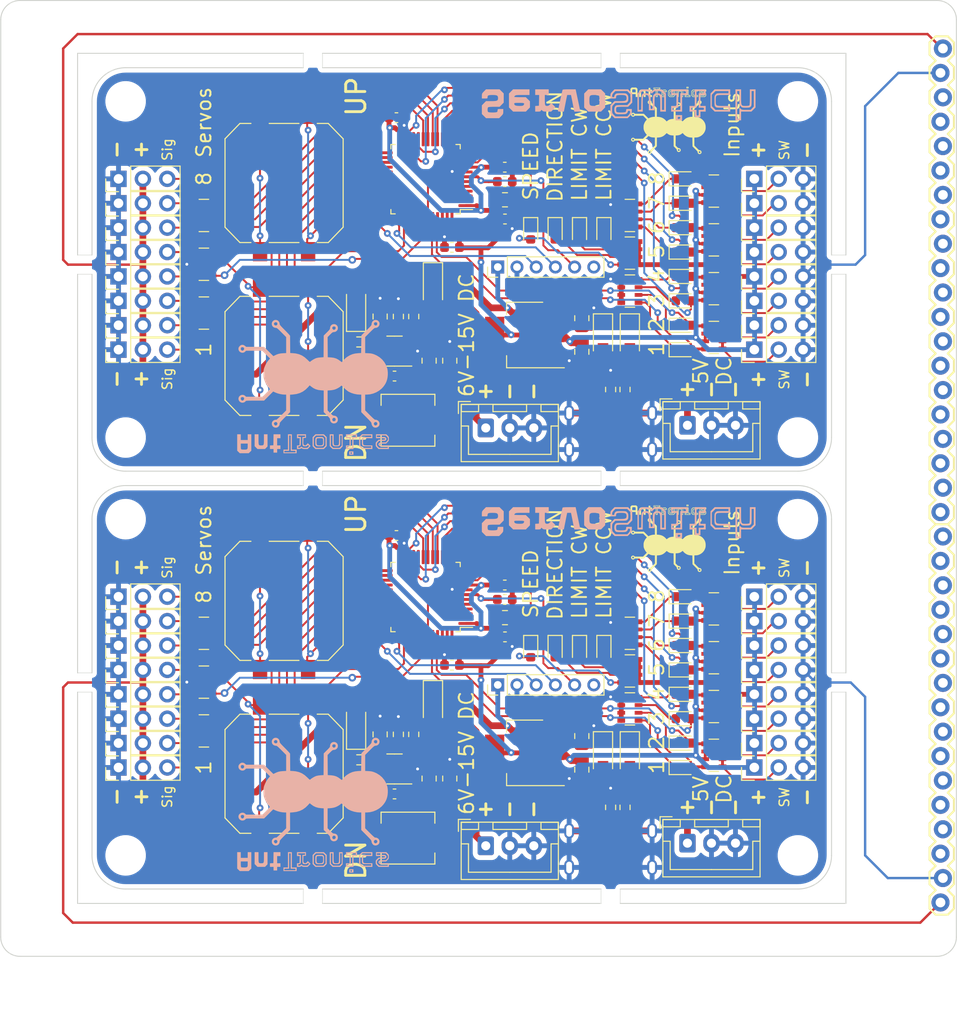
<source format=kicad_pcb>
(kicad_pcb (version 20211014) (generator pcbnew)
  (layers (0 "F.Cu" signal) (31 "B.Cu" signal) (34 "B.Paste" user) (35 "F.Paste" user) (36 "B.SilkS" user "B.Silkscreen") (37 "F.SilkS" user "F.Silkscreen") (38 "B.Mask" user) (39 "F.Mask" user) (44 "Edge.Cuts" user))
  (net 0 "")
  (net 33 "+3V3")
  (net 34 "GND")
  (net 35 "/NRST")
  (net 45 "/SWDIO")
  (net 48 "/SWCLK")
  (net 53 "+5V")
  (net 54 "/LED_DIR")
  (net 55 "/LED_SPD")
  (net 56 "Net-(D3-Pad2)")
  (net 57 "Net-(J7-Pad3)")
  (net 58 "Net-(J9-Pad3)")
  (net 59 "Net-(J13-Pad3)")
  (net 60 "Net-(D1-Pad2)")
  (net 61 "Net-(D4-Pad2)")
  (net 62 "Net-(RN1-Pad1)")
  (net 63 "/SW_UP")
  (net 64 "/SW_DN")
  (net 65 "Net-(RN1-Pad4)")
  (net 66 "Net-(D9-Pad1)")
  (net 67 "Net-(D10-Pad1)")
  (net 68 "Net-(D11-Pad1)")
  (net 69 "Net-(D12-Pad1)")
  (net 70 "Net-(J11-Pad3)")
  (net 71 "Net-(J15-Pad3)")
  (net 72 "/VBUS")
  (net 73 "Net-(J17-Pad3)")
  (net 74 "+VDC")
  (net 75 "/Servo5")
  (net 76 "/Servo6")
  (net 77 "/Servo7")
  (net 78 "/Servo8")
  (net 79 "/Servo1")
  (net 80 "/Servo2")
  (net 81 "/Servo3")
  (net 82 "/Servo4")
  (net 84 "Net-(RN1-Pad3)")
  (net 85 "/SW1")
  (net 86 "/SW2")
  (net 87 "Net-(J6-Pad2)")
  (net 88 "Net-(J8-Pad2)")
  (net 89 "Net-(J10-Pad2)")
  (net 90 "Net-(J12-Pad2)")
  (net 91 "Net-(J14-Pad2)")
  (net 92 "Net-(J16-Pad2)")
  (net 93 "/SW7")
  (net 94 "/SW8")
  (net 95 "/SW4")
  (net 96 "/SW3")
  (net 97 "/SW5")
  (net 98 "/SW6")
  (net 99 "/LED_CCW")
  (net 100 "/LED_CW")
  (net 101 "/boot")
  (net 102 "/sw")
  (net 103 "/fb")
  (net 104 "/vout")
  (net 105 "Net-(D5-Pad2)")
  (net 106 "Net-(D6-Pad2)")
  (net 107 "Net-(D7-Pad2)")
  (net 108 "Net-(D13-Pad1)")
  (net 109 "Net-(D14-Pad1)")
  (net 110 "Net-(D15-Pad1)")
  (net 111 "Net-(D16-Pad1)")
  (net 112 "Net-(J4-PadA5)")
  (net 113 "Net-(J4-PadB5)")
  (net 114 "Net-(J18-Pad2)")
  (net 115 "Net-(J19-Pad3)")
  (net 116 "Net-(J20-Pad2)")
  (net 117 "Net-(J21-Pad3)")
  (net 118 "Net-(R3-Pad2)")
  (footprint "Inductor_SMD:L_Sunlord_MWSA0518_5.4x5.2mm" (layer "F.Cu") (at 82.4 81.7)
    (fp_text reference "L1" hide)
    (fp_text value "4.7uH" hide)
  )
  (footprint "Resistor_SMD:R_Array_Convex_4x0603" (layer "F.Cu") (at 61.15 108.96 180)
    (fp_text reference "RN1" hide)
    (fp_text value "1k" hide)
  )
  (footprint "Package_TO_SOT_SMD:SOT-223-3_TabPin2" (layer "F.Cu") (at 94.578 116.326 180)
    (fp_text reference "U3" hide)
    (fp_text value "AMS1117-3.3" hide)
  )
  (footprint "Connector_PinHeader_2.54mm:PinHeader_1x03_P2.54mm_Vertical" (layer "F.Cu") (at 52.26 105.15 90)
    (fp_text reference "J21" hide)
    (fp_text value "ServoOut" hide)
  )
  (footprint "Capacitor_SMD:C_0603_1608Metric" (layer "F.Cu") (at 92.5 60.75)
    (fp_text reference "C5" hide)
    (fp_text value "100n" hide)
  )
  (footprint "Resistor_SMD:R_0603_1608Metric" (layer "F.Cu") (at 81.4 114.4 90)
    (fp_text reference "R5" hide)
    (fp_text value "27k" hide)
  )
  (footprint "LED_SMD:LED_0603_1608Metric" (layer "F.Cu") (at 102.8 105.5875 -90)
    (fp_text reference "D3" hide)
    (fp_text value "LED_Green" hide)
  )
  (footprint "Diode_SMD:D_SOD-123F" (layer "F.Cu") (at 105.5 116.326 -90)
    (fp_text reference "D7" hide)
    (fp_text value "HXY MOSFET K24" hide)
  )
  (footprint "Capacitor_SMD:C_0603_1608Metric" (layer "F.Cu") (at 81 120.6 180)
    (fp_text reference "C8" hide)
    (fp_text value "100n" hide)
  )
  (footprint "Connector_PinHeader_2.54mm:PinHeader_1x03_P2.54mm_Vertical" (layer "F.Cu") (at 52.26 117.85 90)
    (fp_text reference "J11" hide)
    (fp_text value "ServoOut" hide)
  )
  (footprint "Connector_PinHeader_2.54mm:PinHeader_1x03_P2.54mm_Vertical" (layer "F.Cu") (at 52.26 102.61 90)
    (fp_text reference "J7" hide)
    (fp_text value "ServoOut" hide)
  )
  (footprint "Resistor_SMD:R_Array_Convex_4x0603" (layer "F.Cu") (at 105.506 60.38 180)
    (fp_text reference "RN4" hide)
    (fp_text value "1k" hide)
  )
  (footprint "LED_SMD:LED_0603_1608Metric" (layer "F.Cu") (at 111.075 59.11)
    (fp_text reference "D9" hide)
    (fp_text value "LED_Green" hide)
  )
  (footprint "Capacitor_SMD:C_0805_2012Metric" (layer "F.Cu") (at 100.5 118.076 -90)
    (fp_text reference "C12" hide)
    (fp_text value "22u" hide)
  )
  (footprint "Connector_JST:JST_XH_B3B-XH-A_1x03_P2.50mm_Vertical" (layer "F.Cu") (at 90.5 126)
    (fp_text reference "J3" hide)
    (fp_text value "6V-15V IN" hide)
  )
  (footprint "Diode_SMD:D_SOD-123F" (layer "F.Cu") (at 77 70.25 90)
    (fp_text reference "D1" hide)
    (fp_text value "HXY MOSFET K24" hide)
  )
  (footprint "Resistor_SMD:R_Array_Convex_4x0603" (layer "F.Cu") (at 105.506 103.88 180)
    (fp_text reference "RN4" hide)
    (fp_text value "1k" hide)
  )
  (footprint "MountingHole:MountingHole_3.2mm_M3" (layer "F.Cu") (at 123 92 90)
    (fp_text reference "H4" hide)
    (fp_text value "MountingHole" hide)
  )
  (footprint "ant:SW_Push_1P1T_NO_CK_PTS125Sx43PSMTR" (layer "F.Cu") (at 69.5 75 -90)
    (fp_text reference "SW1" hide)
    (fp_text value "Push Button NO 12mm SMD" hide)
  )
  (footprint "Capacitor_SMD:C_0603_1608Metric" (layer "F.Cu") (at 92.480523 100.353475)
    (fp_text reference "C3" hide)
    (fp_text value "100n" hide)
  )
  (footprint "Capacitor_SMD:C_0805_2012Metric" (layer "F.Cu") (at 100.5 71.076 90)
    (fp_text reference "C9" hide)
    (fp_text value "22u" hide)
  )
  (footprint "Package_TO_SOT_SMD:SOT-23-6" (layer "F.Cu") (at 81 74.5 180)
    (fp_text reference "U2" hide)
    (fp_text value "EA8212FT6R" hide)
  )
  (footprint "LED_SMD:LED_0603_1608Metric" (layer "F.Cu") (at 111.075 74.35)
    (fp_text reference "D11" hide)
    (fp_text value "LED_Green" hide)
  )
  (footprint "LED_SMD:LED_0603_1608Metric" (layer "F.Cu") (at 97.72 62.0875 -90)
    (fp_text reference "D5" hide)
    (fp_text value "LED_Green" hide)
  )
  (footprint "Resistor_SMD:R_Array_Convex_4x0603" (layer "F.Cu") (at 114.25 73.08 180)
    (fp_text reference "RN6" hide)
    (fp_text value "1k" hide)
  )
  (footprint "Connector_PinHeader_2.54mm:PinHeader_1x03_P2.54mm_Vertical" (layer "F.Cu") (at 118.46 107.69 90)
    (fp_text reference "J16" hide)
    (fp_text value "ServoInputSW" hide)
  )
  (footprint "LED_SMD:LED_0603_1608Metric" (layer "F.Cu") (at 111.075 61.65)
    (fp_text reference "D16" hide)
    (fp_text value "LED_Green" hide)
  )
  (footprint "LED_SMD:LED_0603_1608Metric" (layer "F.Cu") (at 95.18 62.0875 -90)
    (fp_text reference "D6" hide)
    (fp_text value "LED_Green" hide)
  )
  (footprint "Package_QFP:LQFP-48_7x7mm_P0.5mm" (layer "F.Cu") (at 84.230523 56.603475 180)
    (fp_text reference "U1" hide)
    (fp_text value "STM32F030C8T6TR" hide)
  )
  (footprint "Connector_PinHeader_2.54mm:PinHeader_1x03_P2.54mm_Vertical" (layer "F.Cu") (at 52.26 66.73 90)
    (fp_text reference "J13" hide)
    (fp_text value "ServoOut" hide)
  )
  (footprint "Connector_PinHeader_2.54mm:PinHeader_1x03_P2.54mm_Vertical" (layer "F.Cu") (at 52.26 71.81 90)
    (fp_text reference "J19" hide)
    (fp_text value "ServoOut" hide)
  )
  (footprint "Connector_PinHeader_2.54mm:PinHeader_1x03_P2.54mm_Vertical" (layer "F.Cu") (at 52.26 107.69 90)
    (fp_text reference "J17" hide)
    (fp_text value "ServoOut" hide)
  )
  (footprint "Diode_SMD:D_SOD-123F" (layer "F.Cu") (at 102.706 116.326 -90)
    (fp_text reference "D2" hide)
    (fp_text value "HXY MOSFET K24" hide)
  )
  (footprint "Package_TO_SOT_SMD:SOT-223-3_TabPin2" (layer "F.Cu") (at 94.578 72.826 180)
    (fp_text reference "U3" hide)
    (fp_text value "AMS1117-3.3" hide)
  )
  (footprint "Package_TO_SOT_SMD:SOT-23-6" (layer "F.Cu") (at 81 118 180)
    (fp_text reference "U2" hide)
    (fp_text value "EA8212FT6R" hide)
  )
  (footprint "Connector_PinHeader_2.54mm:PinHeader_1x03_P2.54mm_Vertical" (layer "F.Cu") (at 118.46 102.61 90)
    (fp_text reference "J6" hide)
    (fp_text value "ServoInputSW" hide)
  )
  (footprint "USB-C-Power-tester:TYPE-C-31-M-17" (layer "F.Cu") (at 103.5 128.25)
    (fp_text reference "J4" hide)
    (fp_text value "USB_C_Receptacle_USB2.0" hide)
  )
  (footprint "Resistor_SMD:R_Array_Convex_4x0603" (layer "F.Cu") (at 105.506 68.25 180)
    (fp_text reference "RN7" hide)
    (fp_text value "1k" hide)
  )
  (footprint "LED_SMD:LED_0603_1608Metric" (layer "F.Cu") (at 95.18 105.5875 -90)
    (fp_text reference "D6" hide)
    (fp_text value "LED_Green" hide)
  )
  (footprint "Connector_PinHeader_2.54mm:PinHeader_1x03_P2.54mm_Vertical" (layer "F.Cu") (at 52.26 100.07 90)
    (fp_text reference "J9" hide)
    (fp_text value "ServoOut" hide)
  )
  (footprint "Capacitor_SMD:C_0603_1608Metric" (layer "F.Cu") (at 81.2 50.2)
    (fp_text reference "C4" hide)
    (fp_text value "100n" hide)
  )
  (footprint "Capacitor_SMD:C_0603_1608Metric" (layer "F.Cu") (at 92.480523 56.853475)
    (fp_text reference "C3" hide)
    (fp_text value "100n" hide)
  )
  (footprint "Connector_PinHeader_2.54mm:PinHeader_1x03_P2.54mm_Vertical" (layer "F.Cu") (at 118.46 56.57 90)
    (fp_text reference "J8" hide)
    (fp_text value "ServoInputSW" hide)
  )
  (footprint "Connector_JST:JST_XH_B3B-XH-A_1x03_P2.50mm_Vertical" (layer "F.Cu") (at 111.5 82.225)
    (fp_text reference "J5" hide)
    (fp_text value "5V IN" hide)
  )
  (footprint "Resistor_SMD:R_0603_1608Metric" (layer "F.Cu") (at 105 122 -90)
    (fp_text reference "R2" hide)
    (fp_text value "5k1" hide)
  )
  (footprint "Resistor_SMD:R_0603_1608Metric" (layer "F.Cu") (at 103.5 78.5 90)
    (fp_text reference "R1" hide)
    (fp_text value "5k1" hide)
  )
  (footprint "LED_SMD:LED_0603_1608Metric" (layer "F.Cu") (at 111.075 56.57)
    (fp_text reference "D10" hide)
    (fp_text value "LED_Green" hide)
  )
  (footprint "Connector_PinHeader_2.54mm:PinHeader_1x03_P2.54mm_Vertical" (layer "F.Cu") (at 52.26 61.65 90)
    (fp_text reference "J21" hide)
    (fp_text value "ServoOut" hide)
  )
  (footprint "Resistor_SMD:R_0603_1608Metric" (layer "F.Cu") (at 105 78.5 -90)
    (fp_text reference "R2" hide)
    (fp_text value "5k1" hide)
  )
  (footprint "Resistor_SMD:R_Array_Convex_4x0603" (layer "F.Cu") (at 61.15 70.54 180)
    (fp_text reference "RN8" hide)
    (fp_text value "1k" hide)
  )
  (footprint "Connector_PinHeader_2.54mm:PinHeader_1x03_P2.54mm_Vertical" (layer "F.Cu") (at 118.46 112.77 90)
    (fp_text reference "J14" hide)
    (fp_text value "ServoInputSW" hide)
  )
  (footprint "Resistor_SMD:R_0603_1608Metric" (layer "F.Cu") (at 81.4 70.9 90)
    (fp_text reference "R5" hide)
    (fp_text value "27k" hide)
  )
  (footprint "LED_SMD:LED_0603_1608Metric" (layer "F.Cu") (at 111.075 112.77)
    (fp_text reference "D13" hide)
    (fp_text value "LED_Green" hide)
  )
  (footprint "Capacitor_SMD:C_0805_2012Metric" (layer "F.Cu") (at 86.75 119 90)
    (fp_text reference "C10" hide)
    (fp_text value "22u" hide)
  )
  (footprint "Connectors:1X20_LOCK" (layer "F.Cu") (at 137.973 43 -90)
    (fp_text reference "J2" hide)
    (fp_text value "Conn_01x20_Male" hide)
  )
  (footprint "Capacitor_SMD:C_0805_2012Metric" (layer "F.Cu") (at 86.75 75.5 90)
    (fp_text reference "C10" hide)
    (fp_text value "22u" hide)
  )
  (footprint "Resistor_SMD:R_Array_Convex_4x0603" (layer "F.Cu") (at 105.506 64.3 180)
    (fp_text reference "RN2" hide)
    (fp_text value "1k" hide)
  )
  (footprint "Connector_PinHeader_2.54mm:PinHeader_1x03_P2.54mm_Vertical" (layer "F.Cu") (at 118.46 59.11 90)
    (fp_text reference "J6" hide)
    (fp_text value "ServoInputSW" hide)
  )
  (footprint "LOGO" (layer "F.Cu") (at 109.5 50.5)
    (fp_text reference "G***" hide)
    (fp_text value "LOGO" hide)
  )
  (footprint "Diode_SMD:D_SOD-123F" (layer "F.Cu") (at 85 67.5 -90)
    (fp_text reference "D8" hide)
    (fp_text value "HXY MOSFET K24" hide)
  )
  (footprint "ant:SW_Push_1P1T_NO_CK_PTS125Sx43PSMTR" (layer "F.Cu") (at 69.5 57 -90)
    (fp_text reference "SW2" hide)
    (fp_text value "Push Button NO 12mm SMD" hide)
  )
  (footprint "Capacitor_SMD:C_0805_2012Metric" (layer "F.Cu") (at 84.6 75.5 90)
    (fp_text reference "C11" hide)
    (fp_text value "22u" hide)
  )
  (footprint "MountingHole:MountingHole_3.2mm_M3" (layer "F.Cu") (at 53 127 90)
    (fp_text reference "H1" hide)
    (fp_text value "MountingHole" hide)
  )
  (footprint "Inductor_SMD:L_Sunlord_MWSA0518_5.4x5.2mm" (layer "F.Cu") (at 82.4 125.2)
    (fp_text reference "L1" hide)
    (fp_text value "4.7uH" hide)
  )
  (footprint "Connector_JST:JST_XH_B3B-XH-A_1x03_P2.50mm_Vertical" (layer "F.Cu") (at 90.5 82.5)
    (fp_text reference "J3" hide)
    (fp_text value "6V-15V IN" hide)
  )
  (footprint "Connector_PinHeader_2.00mm:PinHeader_1x06_P2.00mm_Vertical" (layer "F.Cu") (at 91.75 65.75 90)
    (fp_text reference "J1" hide)
    (fp_text value "Conn_01x06_Male")
  )
  (footprint "MountingHole:MountingHole_3.2mm_M3" (layer "F.Cu") (at 53 92 90)
    (fp_text reference "H3" hide)
    (fp_text value "MountingHole" hide)
  )
  (footprint "Connector_PinHeader_2.54mm:PinHeader_1x03_P2.54mm_Vertical" (layer "F.Cu") (at 52.26 59.11 90)
    (fp_text reference "J7" hide)
    (fp_text value "ServoOut" hide)
  )
  (footprint "Connector_JST:JST_XH_B3B-XH-A_1x03_P2.50mm_Vertical" (layer "F.Cu") (at 111.5 125.725)
    (fp_text reference "J5" hide)
    (fp_text value "5V IN" hide)
  )
  (footprint "LED_SMD:LED_0603_1608Metric" (layer "F.Cu") (at 100.26 62.0875 -90)
    (fp_text reference "D4" hide)
    (fp_text value "LED_Green" hide)
  )
  (footprint "MountingHole:MountingHole_3.2mm_M3" (layer "F.Cu") (at 123 83.5 90)
    (fp_text reference "H2" hide)
    (fp_text value "MountingHole" hide)
  )
  (footprint "Resistor_SMD:R_Array_Convex_4x0603" (layer "F.Cu") (at 114.25 106.42 180)
    (fp_text reference "RN10" hide)
    (fp_text value "1k" hide)
  )
  (footprint "Resistor_SMD:R_Array_Convex_4x0603" (layer "F.Cu") (at 114.25 101.34 180)
    (fp_text reference "RN3" hide)
    (fp_text value "1k" hide)
  )
  (footprint "Diode_SMD:D_SOD-123F" (layer "F.Cu") (at 85 111 -90)
    (fp_text reference "D8" hide)
    (fp_text value "HXY MOSFET K24" hide)
  )
  (footprint "Resistor_SMD:R_0603_1608Metric" (layer "F.Cu") (at 103.5 122 90)
    (fp_text reference "R1" hide)
    (fp_text value "5k1" hide)
  )
  (footprint "Resistor_SMD:R_0603_1608Metric" (layer "F.Cu") (at 83 70.9 -90)
    (fp_text reference "R4" hide)
    (fp_text value "200k" hide)
  )
  (footprint "Capacitor_SMD:C_0603_1608Metric" (layer "F.Cu") (at 86.980523 107.2 180)
    (fp_text reference "C6" hide)
    (fp_text value "100n" hide)
  )
  (footprint "Connector_PinHeader_2.54mm:PinHeader_1x03_P2.54mm_Vertical" (layer "F.Cu") (at 118.46 115.31 90)
    (fp_text reference "J18" hide)
    (fp_text value "ServoInputSW" hide)
  )
  (footprint "Resistor_SMD:R_Array_Convex_4x0603" (layer "F.Cu") (at 61.15 114.04 180)
    (fp_text reference "RN8" hide)
    (fp_text value "1k" hide)
  )
  (footprint "USB-C-Power-tester:TYPE-C-31-M-17" (layer "F.Cu") (at 103.5 84.75)
    (fp_text reference "J4" hide)
    (fp_text value "USB_C_Receptacle_USB2.0" hide)
  )
  (footprint "Diode_SMD:D_SOD-123F" (layer "F.Cu") (at 105.5 72.826 -90)
    (fp_text reference "D7" hide)
    (fp_text value "HXY MOSFET K24" hide)
  )
  (footprint "Capacitor_SMD:C_0805_2012Metric" (layer "F.Cu") (at 84.6 119 90)
    (fp_text reference "C11" hide)
    (fp_text value "22u" hide)
  )
  (footprint "LED_SMD:LED_0603_1608Metric" (layer "F.Cu") (at 111.075 69.27)
    (fp_text reference "D13" hide)
    (fp_text value "LED_Green" hide)
  )
  (footprint "ant:SW_Push_1P1T_NO_CK_PTS125Sx43PSMTR" (layer "F.Cu") (at 69.5 100.5 -90)
    (fp_text reference "SW2" hide)
    (fp_text value "Push Button NO 12mm SMD" hide)
  )
  (footprint "Resistor_SMD:R_0603_1608Metric" (layer "F.Cu") (at 77.3 117.05)
    (fp_text reference "R3" hide)
    (fp_text value "200k" hide)
  )
  (footprint "Connector_PinHeader_2.54mm:PinHeader_1x03_P2.54mm_Vertical" (layer "F.Cu") (at 52.26 110.23 90)
    (fp_text reference "J13" hide)
    (fp_text value "ServoOut" hide)
  )
  (footprint "Package_QFP:LQFP-48_7x7mm_P0.5mm" (layer "F.Cu") (at 84.230523 100.103475 180)
    (fp_text reference "U1" hide)
    (fp_text value "STM32F030C8T6TR" hide)
  )
  (footprint "LED_SMD:LED_0603_1608Metric" (layer "F.Cu") (at 111.075 71.81)
    (fp_text reference "D15" hide)
    (fp_text value "LED_Green" hide)
  )
  (footprint "Capacitor_SMD:C_0805_2012Metric" (layer "F.Cu") (at 100.5 74.576 -90)
    (fp_text reference "C12" hide)
    (fp_text value "22u" hide)
  )
  (footprint "LOGO" (layer "F.Cu") (at 109.5 94)
    (fp_text reference "G***" hide)
    (fp_text value "LOGO" hide)
  )
  (footprint "Connector_PinHeader_2.54mm:PinHeader_1x03_P2.54mm_Vertical" (layer "F.Cu") (at 118.46 66.73 90)
    (fp_text reference "J12" hide)
    (fp_text value "ServoInputSW" hide)
  )
  (footprint "Resistor_SMD:R_Array_Convex_4x0603" (layer "F.Cu") (at 61.15 60.38 180)
    (fp_text reference "RN5" hide)
    (fp_text value "1k" hide)
  )
  (footprint "Resistor_SMD:R_Array_Convex_4x0603" (layer "F.Cu") (at 114.25 62.92 180)
    (fp_text reference "RN10" hide)
    (fp_text value "1k" hide)
  )
  (footprint "ant:SW_Push_1P1T_NO_CK_PTS125Sx43PSMTR" (layer "F.Cu") (at 69.5 118.5 -90)
    (fp_text reference "SW1" hide)
    (fp_text value "Push Button NO 12mm SMD" hide)
  )
  (footprint "MountingHole:MountingHole_3.2mm_M3" (layer "F.Cu") (at 53 83.5 90)
    (fp_text reference "H1" hide)
    (fp_text value "MountingHole" hide)
  )
  (footprint "Capacitor_SMD:C_0805_2012Metric" (layer "F.Cu") (at 92.5 58.75)
    (fp_text reference "C1" hide)
    (fp_text value "22u" hide)
  )
  (footprint "Connector_PinHeader_2.00mm:PinHeader_1x06_P2.00mm_Vertical" (layer "F.Cu") (at 91.75 109.25 90)
    (fp_text reference "J1" hide)
    (fp_text value "Conn_01x06_Male")
  )
  (footprint "Connector_PinHeader_2.54mm:PinHeader_1x03_P2.54mm_Vertical" (layer "F.Cu") (at 118.46 100.07 90)
    (fp_text reference "J8" hide)
    (fp_text value "ServoInputSW" hide)
  )
  (footprint "Resistor_SMD:R_Array_Convex_4x0603" (layer "F.Cu") (at 61.15 103.88 180)
    (fp_text reference "RN5" hide)
    (fp_text value "1k" hide)
  )
  (footprint "Connector_PinHeader_2.54mm:PinHeader_1x03_P2.54mm_Vertical" (layer "F.Cu") (at 118.46 69.27 90)
    (fp_text reference "J14" hide)
    (fp_text value "ServoInputSW" hide)
  )
  (footprint "LED_SMD:LED_0603_1608Metric" (layer "F.Cu") (at 111.075 64.19)
    (fp_text reference "D14" hide)
    (fp_text value "LED_Green" hide)
  )
  (footprint "Capacitor_SMD:C_0805_2012Metric" (layer "F.Cu") (at 79.5 114.4 90)
    (fp_text reference "C7" hide)
    (fp_text value "22u" hide)
  )
  (footprint "LED_SMD:LED_0603_1608Metric" (layer "F.Cu") (at 111.075 107.69)
    (fp_text reference "D14" hide)
    (fp_text value "LED_Green" hide)
  )
  (footprint "Resistor_SMD:R_Array_Convex_4x0603" (layer "F.Cu") (at 105.506 107.8 180)
    (fp_text reference "RN2" hide)
    (fp_text value "1k" hide)
  )
  (footprint "Connector_PinHeader_2.54mm:PinHeader_1x03_P2.54mm_Vertical" (layer "F.Cu") (at 52.26 64.19 90)
    (fp_text reference "J17" hide)
    (fp_text value "ServoOut" hide)
  )
  (footprint "Connector_PinHeader_2.54mm:PinHeader_1x03_P2.54mm_Vertical" (layer "F.Cu") (at 52.26 115.31 90)
    (fp_text reference "J19" hide)
    (fp_text value "ServoOut" hide)
  )
  (footprint "Capacitor_SMD:C_0603_1608Metric" (layer "F.Cu") (at 92.480523 55.353475)
    (fp_text reference "C2" hide)
    (fp_text value "100n" hide)
  )
  (footprint "Capacitor_SMD:C_0805_2012Metric" (layer "F.Cu") (at 79.5 70.9 90)
    (fp_text reference "C7" hide)
    (fp_text value "22u" hide)
  )
  (footprint "Capacitor_SMD:C_0603_1608Metric" (layer "F.Cu") (at 81 77.1 180)
    (fp_text reference "C8" hide)
    (fp_text value "100n" hide)
  )
  (footprint "MountingHole:MountingHole_3.2mm_M3" (layer "F.Cu") (at 123 48.5 90)
    (fp_text reference "H4" hide)
    (fp_text value "MountingHole" hide)
  )
  (footprint "Connector_PinHeader_2.54mm:PinHeader_1x03_P2.54mm_Vertical" (layer "F.Cu") (at 118.46 74.35 90)
    (fp_text reference "J10" hide)
    (fp_text value "ServoInputSW" hide)
  )
  (footprint "LED_SMD:LED_0603_1608Metric" (layer "F.Cu") (at 111.075 105.15)
    (fp_text reference "D16" hide)
    (fp_text value "LED_Green" hide)
  )
  (footprint "Connector_PinHeader_2.54mm:PinHeader_1x03_P2.54mm_Vertical" (layer "F.Cu") (at 52.26 69.27 90)
    (fp_text reference "J15" hide)
    (fp_text value "ServoOut" hide)
  )
  (footprint "LED_SMD:LED_0603_1608Metric" (layer "F.Cu") (at 111.075 102.61)
    (fp_text reference "D9" hide)
    (fp_text value "LED_Green" hide)
  )
  (footprint "Connector_PinHeader_2.54mm:PinHeader_1x03_P2.54mm_Vertical" (layer "F.Cu") (at 118.46 61.65 90)
    (fp_text reference "J20" hide)
    (fp_text value "ServoInputSW" hide)
  )
  (footprint "Resistor_SMD:R_0603_1608Metric" (layer "F.Cu") (at 77.3 73.55)
    (fp_text reference "R3" hide)
    (fp_text value "200k" hide)
  )
  (footprint "Capacitor_SMD:C_0603_1608Metric" (layer "F.Cu") (at 81.2 93.7)
    (fp_text reference "C4" hide)
    (fp_text value "100n" hide)
  )
  (footprint "Resistor_SMD:R_0603_1608Metric" (layer "F.Cu") (at 83 114.4 -90)
    (fp_text reference "R4" hide)
    (fp_text value "200k" hide)
  )
  (footprint "LED_SMD:LED_0603_1608Metric" (layer "F.Cu") (at 111.075 110.23)
    (fp_text reference "D12" hide)
    (fp_text value "LED_Green" hide)
  )
  (footprint "Capacitor_SMD:C_0805_2012Metric" (layer "F.Cu") (at 100.5 114.576 90)
    (fp_text reference "C9" hide)
    (fp_text value "22u" hide)
  )
  (footprint "LED_SMD:LED_0603_1608Metric" (layer "F.Cu") (at 111.075 100.07)
    (fp_text reference "D10" hide)
    (fp_text value "LED_Green" hide)
  )
  (footprint "Connector_PinHeader_2.54mm:PinHeader_1x03_P2.54mm_Vertical" (layer "F.Cu") (at 52.26 56.57 90)
    (fp_text reference "J9" hide)
    (fp_text value "ServoOut" hide)
  )
  (footprint "Resistor_SMD:R_Array_Convex_4x0603" (layer "F.Cu") (at 114.25 111.5 180)
    (fp_text reference "RN9" hide)
    (fp_text value "1k" hide)
  )
  (footprint "Connector_PinHeader_2.54mm:PinHeader_1x03_P2.54mm_Vertical" (layer "F.Cu") (at 118.46 64.19 90)
    (fp_text reference "J16" hide)
    (fp_text value "ServoInputSW" hide)
  )
  (footprint "MountingHole:MountingHole_3.2mm_M3" (layer "F.Cu") (at 123 127 90)
    (fp_text reference "H2" hide)
    (fp_text value "MountingHole" hide)
  )
  (footprint "Connector_PinHeader_2.54mm:PinHeader_1x03_P2.54mm_Vertical" (layer "F.Cu") (at 52.26 112.77 90)
    (fp_text reference "J15" hide)
    (fp_text value "ServoOut" hide)
  )
  (footprint "Connector_PinHeader_2.54mm:PinHeader_1x03_P2.54mm_Vertical" (layer "F.Cu") (at 118.46 110.23 90)
    (fp_text reference "J12" hide)
    (fp_text value "ServoInputSW" hide)
  )
  (footprint "Resistor_SMD:R_Array_Convex_4x0603" (layer "F.Cu") (at 61.15 65.46 180)
    (fp_text reference "RN1" hide)
    (fp_text value "1k" hide)
  )
  (footprint "Resistor_SMD:R_Array_Convex_4x0603" (layer "F.Cu") (at 114.25 68 180)
    (fp_text reference "RN9" hide)
    (fp_text value "1k" hide)
  )
  (footprint "Capacitor_SMD:C_0603_1608Metric" (layer "F.Cu") (at 86.980523 63.7 180)
    (fp_text reference "C6" hide)
    (fp_text value "100n" hide)
  )
  (footprint "Capacitor_SMD:C_0603_1608Metric" (layer "F.Cu") (at 92.480523 98.853475)
    (fp_text reference "C2" hide)
    (fp_text value "100n" hide)
  )
  (footprint "Connectors:1X16_LOCK" (layer "F.Cu") (at 137.973 131.9 90)
    (fp_text reference "J1" hide)
    (fp_text value "Conn_01x16_Male" hide)
  )
  (footprint "Resistor_SMD:R_Array_Convex_4x0603" (layer "F.Cu") (at 114.25 57.84 180)
    (fp_text reference "RN3" hide)
    (fp_text value "1k" hide)
  )
  (footprint "MountingHole:MountingHole_3.2mm_M3" (layer "F.Cu") (at 53 48.5 90)
    (fp_text reference "H3" hide)
    (fp_text value "MountingHole" hide)
  )
  (footprint "LED_SMD:LED_0603_1608Metric" (layer "F.Cu") (at 97.72 105.5875 -90)
    (fp_text reference "D5" hide)
    (fp_text value "LED_Green" hide)
  )
  (footprint "Capacitor_SMD:C_0603_1608Metric" (layer "F.Cu") (at 92.5 104.25)
    (fp_text reference "C5" hide)
    (fp_text value "100n" hide)
  )
  (footprint "LED_SMD:LED_0603_1608Metric" (layer "F.Cu") (at 100.26 105.5875 -90)
    (fp_text reference "D4" hide)
    (fp_text value "LED_Green" hide)
  )
  (footprint "LED_SMD:LED_0603_1608Metric" (layer "F.Cu") (at 102.8 62.0875 -90)
    (fp_text reference "D3" hide)
    (fp_text value "LED_Green" hide)
  )
  (footprint "Diode_SMD:D_SOD-123F" (layer "F.Cu") (at 102.706 72.826 -90)
    (fp_text reference "D2" hide)
    (fp_text value "HXY MOSFET K24" hide)
  )
  (footprint "Connector_PinHeader_2.54mm:PinHeader_1x03_P2.54mm_Vertical" (layer "F.Cu") (at 118.46 105.15 90)
    (fp_text reference "J20" hide)
    (fp_text value "ServoInputSW" hide)
  )
  (footprint "Resistor_SMD:R_Array_Convex_4x0603" (layer "F.Cu") (at 105.506 111.75 180)
    (fp_text reference "RN7" hide)
    (fp_text value "1k" hide)
  )
  (footprint "LED_SMD:LED_0603_1608Metric" (layer "F.Cu") (at 111.075 117.85)
    (fp_text reference "D11" hide)
    (fp_text value "LED_Green" hide)
  )
  (footprint "Diode_SMD:D_SOD-123F" (layer "F.Cu") (at 77 113.75 90)
    (fp_text reference "D1" hide)
    (fp_text value "HXY MOSFET K24" hide)
  )
  (footprint "Capacitor_SMD:C_0805_2012Metric" (layer "F.Cu") (at 92.5 102.25)
    (fp_text reference "C1" hide)
    (fp_text value "22u" hide)
  )
  (footprint "Connector_PinHeader_2.54mm:PinHeader_1x03_P2.54mm_Vertical" (layer "F.Cu") (at 52.26 74.35 90)
    (fp_text reference "J11" hide)
    (fp_text value "ServoOut" hide)
  )
  (footprint "Connector_PinHeader_2.54mm:PinHeader_1x03_P2.54mm_Vertical" (layer "F.Cu") (at 118.46 117.85 90)
    (fp_text reference "J10" hide)
    (fp_text value "ServoInputSW" hide)
  )
  (footprint "LED_SMD:LED_0603_1608Metric" (layer "F.Cu") (at 111.075 115.31)
    (fp_text reference "D15" hide)
    (fp_text value "LED_Green" hide)
  )
  (footprint "Resistor_SMD:R_Array_Convex_4x0603" (layer "F.Cu") (at 114.25 116.58 180)
    (fp_text reference "RN6" hide)
    (fp_text value "1k" hide)
  )
  (footprint "LED_SMD:LED_0603_1608Metric" (layer "F.Cu") (at 111.075 66.73)
    (fp_text reference "D12" hide)
    (fp_text value "LED_Green" hide)
  )
  (footprint "Connector_PinHeader_2.54mm:PinHeader_1x03_P2.54mm_Vertical" (layer "F.Cu") (at 118.46 71.81 90)
    (fp_text reference "J18" hide)
    (fp_text value "ServoInputSW" hide)
  )
  (footprint "LOGO" (layer "B.Cu") (at 104.25 92.25)
    (fp_text reference "G***" hide)
    (fp_text value "LOGO" hide)
  )
  (footprint "LOGO" (layer "B.Cu") (at 72.5 78.25)
    (fp_text reference "G***" hide)
    (fp_text value "LOGO" hide)
  )
  (footprint "LOGO" (layer "B.Cu") (at 104.25 48.75)
    (fp_text reference "G***" hide)
    (fp_text value "LOGO" hide)
  )
  (footprint "LOGO" (layer "B.Cu") (at 72.5 121.75)
    (fp_text reference "G***" hide)
    (fp_text value "LOGO" hide)
  )
  (gr_line (start 71.5 130.5) (end 53 130.5) (layer "Edge.Cuts") (width 0.1))
  (gr_line (start 123 130.5) (end 104.5 130.5) (layer "Edge.Cuts") (width 0.1))
  (gr_line (start 102.5 130.5) (end 73.5 130.5) (layer "Edge.Cuts") (width 0.1))
  (gr_line (start 53 88.5) (end 71.5 88.5) (layer "Edge.Cuts") (width 0.1))
  (gr_line (start 104.5 88.5) (end 123 88.5) (layer "Edge.Cuts") (width 0.1))
  (gr_line (start 73.5 88.5) (end 102.5 88.5) (layer "Edge.Cuts") (width 0.1))
  (gr_line (start 49.5 108) (end 48 108) (layer "Edge.Cuts") (width 0.05))
  (gr_line (start 71.5 132) (end 71.5 130.5) (layer "Edge.Cuts") (width 0.05))
  (gr_line (start 102.5 88.5) (end 102.5 87) (layer "Edge.Cuts") (width 0.05))
  (gr_line (start 104.5 88.5) (end 104.5 87) (layer "Edge.Cuts") (width 0.05))
  (gr_arc (start 126.5 83.5) (mid 125.474874 85.974874) (end 123 87) (layer "Edge.Cuts") (width 0.1))
  (gr_line (start 104.5 45) (end 104.5 43.5) (layer "Edge.Cuts") (width 0.05))
  (gr_line (start 126.5 66.5) (end 128 66.5) (layer "Edge.Cuts") (width 0.05))
  (gr_line (start 126.5 64.5) (end 128 64.5) (layer "Edge.Cuts") (width 0.05))
  (gr_line (start 128 66.5) (end 128 108) (layer "Edge.Cuts") (width 0.1))
  (gr_line (start 128 110) (end 128 132) (layer "Edge.Cuts") (width 0.1))
  (gr_line (start 128 43.5) (end 128 64.5) (layer "Edge.Cuts") (width 0.1))
  (gr_line (start 40 40) (end 39.995884 135.504116) (layer "Edge.Cuts") (width 0.1))
  (gr_line (start 139.504116 40) (end 139.5 135.504116) (layer "Edge.Cuts") (width 0.1))
  (gr_arc locked (start 137.504116 38) (mid 138.917127 38.586989) (end 139.504116 40) (layer "Edge.Cuts") (width 0.1))
  (gr_arc (start 49.5 48.5) (mid 50.525126 46.025126) (end 53 45) (layer "Edge.Cuts") (width 0.1))
  (gr_arc (start 49.5 92) (mid 50.525126 89.525126) (end 53 88.5) (layer "Edge.Cuts") (width 0.1))
  (gr_line (start 126.5 92) (end 126.5 108) (layer "Edge.Cuts") (width 0.1))
  (gr_line (start 126.5 110) (end 126.5 127) (layer "Edge.Cuts") (width 0.1))
  (gr_line locked (start 41.995884 137.504116) (end 137.5 137.504116) (layer "Edge.Cuts") (width 0.1))
  (gr_line (start 71.5 45) (end 71.5 43.5) (layer "Edge.Cuts") (width 0.05))
  (gr_line (start 126.5 48.5) (end 126.5 64.5) (layer "Edge.Cuts") (width 0.1))
  (gr_line (start 126.5 66.5) (end 126.5 83.5) (layer "Edge.Cuts") (width 0.1))
  (gr_line (start 73.5 88.5) (end 73.5 87) (layer "Edge.Cuts") (width 0.05))
  (gr_line (start 137.504116 38) (end 42 38) (layer "Edge.Cuts") (width 0.1))
  (gr_line (start 49.5 64.5) (end 48 64.5) (layer "Edge.Cuts") (width 0.05))
  (gr_line (start 126.5 108) (end 128 108) (layer "Edge.Cuts") (width 0.05))
  (gr_line (start 123 87) (end 104.5 87) (layer "Edge.Cuts") (width 0.1))
  (gr_line (start 71.5 87) (end 53 87) (layer "Edge.Cuts") (width 0.1))
  (gr_line (start 102.5 87) (end 73.5 87) (layer "Edge.Cuts") (width 0.1))
  (gr_line (start 102.5 132) (end 102.5 130.5) (layer "Edge.Cuts") (width 0.05))
  (gr_line (start 49.5 66.5) (end 48 66.5) (layer "Edge.Cuts") (width 0.05))
  (gr_arc locked (start 40 40) (mid 40.586989 38.586989) (end 42 38) (layer "Edge.Cuts") (width 0.1))
  (gr_line (start 48 108) (end 48 66.5) (layer "Edge.Cuts") (width 0.1))
  (gr_line (start 48 132) (end 48 110) (layer "Edge.Cuts") (width 0.1))
  (gr_line (start 48 64.5) (end 48 43.5) (layer "Edge.Cuts") (width 0.1))
  (gr_arc (start 123 88.5) (mid 125.474874 89.525126) (end 126.5 92) (layer "Edge.Cuts") (width 0.1))
  (gr_arc locked (start 139.5 135.504116) (mid 138.913011 136.917127) (end 137.5 137.504116) (layer "Edge.Cuts") (width 0.1))
  (gr_line (start 49.5 83.5) (end 49.5 66.5) (layer "Edge.Cuts") (width 0.1))
  (gr_line (start 49.5 64.5) (end 49.5 48.5) (layer "Edge.Cuts") (width 0.1))
  (gr_line (start 48 43.5) (end 71.5 43.5) (layer "Edge.Cuts") (width 0.1))
  (gr_line (start 73.5 43.5) (end 102.5 43.5) (layer "Edge.Cuts") (width 0.1))
  (gr_line (start 104.5 43.5) (end 128 43.5) (layer "Edge.Cuts") (width 0.1))
  (gr_line (start 102.5 132) (end 73.5 132) (layer "Edge.Cuts") (width 0.1))
  (gr_line (start 128 132) (end 104.5 132) (layer "Edge.Cuts") (width 0.1))
  (gr_line (start 71.5 132) (end 48 132) (layer "Edge.Cuts") (width 0.1))
  (gr_line (start 49.5 110) (end 48 110) (layer "Edge.Cuts") (width 0.05))
  (gr_line (start 71.5 88.5) (end 71.5 87) (layer "Edge.Cuts") (width 0.05))
  (gr_line (start 53 45) (end 71.5 45) (layer "Edge.Cuts") (width 0.1))
  (gr_line (start 104.5 45) (end 123 45) (layer "Edge.Cuts") (width 0.1))
  (gr_line (start 73.5 45) (end 102.5 45) (layer "Edge.Cuts") (width 0.1))
  (gr_line (start 49.5 127) (end 49.5 110) (layer "Edge.Cuts") (width 0.1))
  (gr_line (start 49.5 108) (end 49.5 92) (layer "Edge.Cuts") (width 0.1))
  (gr_arc (start 126.5 127) (mid 125.474874 129.474874) (end 123 130.5) (layer "Edge.Cuts") (width 0.1))
  (gr_line (start 102.5 45) (end 102.5 43.5) (layer "Edge.Cuts") (width 0.05))
  (gr_arc locked (start 41.995884 137.504116) (mid 40.582873 136.917127) (end 39.995884 135.504116) (layer "Edge.Cuts") (width 0.1))
  (gr_arc (start 53 87) (mid 50.525126 85.974874) (end 49.5 83.5) (layer "Edge.Cuts") (width 0.1))
  (gr_line (start 73.5 132) (end 73.5 130.5) (layer "Edge.Cuts") (width 0.05))
  (gr_line (start 126.5 110) (end 128 110) (layer "Edge.Cuts") (width 0.05))
  (gr_line (start 73.5 45) (end 73.5 43.5) (layer "Edge.Cuts") (width 0.05))
  (gr_arc (start 123 45) (mid 125.474874 46.025126) (end 126.5 48.5) (layer "Edge.Cuts") (width 0.1))
  (gr_line (start 104.5 130.5) (end 104.5 132) (layer "Edge.Cuts") (width 0.05))
  (gr_arc (start 53 130.5) (mid 50.525126 129.474874) (end 49.5 127) (layer "Edge.Cuts") (width 0.1))
  (gr_text "+" (at 111.4 78.5 90) (layer "F.SilkS") (effects (font (size 1.5 1.5) (thickness 0.3))))
  (gr_text "-" (at 92.9 122.2 90) (layer "F.SilkS") (effects (font (size 1.5 1.5) (thickness 0.3))))
  (gr_text "LIMIT CCW" (at 102.8 96.6975 90) (layer "F.SilkS") (effects (font (size 1.5 1.5) (thickness 0.2))))
  (gr_text "-" (at 92.9 78.7 90) (layer "F.SilkS") (effects (font (size 1.5 1.5) (thickness 0.3))))
  (gr_text "Servos" (at 61.15 54.5 90) (layer "F.SilkS") (effects (font (size 1.5 1.5) (thickness 0.2)) (justify left)))
  (gr_text "-" (at 116.4 122 90) (layer "F.SilkS") (effects (font (size 1.5 1.5) (thickness 0.3))))
  (gr_text "UP" (at 77 48 90) (layer "F.SilkS") (effects (font (size 2 2) (thickness 0.3))))
  (gr_text "8" (at 61.15 100.07 90) (layer "F.SilkS") (effects (font (size 1.5 1.5) (thickness 0.2))))
  (gr_text "-" (at 123.874 77.452 90) (layer "F.SilkS") (effects (font (size 1.5 1.5) (thickness 0.3))))
  (gr_text "DIRECTION" (at 97.72 96.6975 90) (layer "F.SilkS") (effects (font (size 1.5 1.5) (thickness 0.2))))
  (gr_text "3" (at 108.3 112.72 90) (layer "F.SilkS") (effects (font (size 1.5 1.5) (thickness 0.2))))
  (gr_text "-" (at 95.4 122.2 90) (layer "F.SilkS") (effects (font (size 1.5 1.5) (thickness 0.3))))
  (gr_text "8" (at 61.15 56.57 90) (layer "F.SilkS") (effects (font (size 1.5 1.5) (thickness 0.2))))
  (gr_text "2" (at 108.3 115.26 90) (layer "F.SilkS") (effects (font (size 1.5 1.5) (thickness 0.2))))
  (gr_text "-" (at 123.874 120.952 90) (layer "F.SilkS") (effects (font (size 1.5 1.5) (thickness 0.3))))
  (gr_text "1" (at 61.15 117.85 90) (layer "F.SilkS") (effects (font (size 1.5 1.5) (thickness 0.2))))
  (gr_text "1" (at 61.15 74.35 90) (layer "F.SilkS") (effects (font (size 1.5 1.5) (thickness 0.2))))
  (gr_text "SW" (at 121.588 53.576 90) (layer "F.SilkS") (effects (font (size 1 1))))
  (gr_text "SPEED" (at 95.18 55.2295 90) (layer "F.SilkS") (effects (font (size 1.5 1.5) (thickness 0.2))))
  (gr_text "-" (at 52.006 77.398 90) (layer "F.SilkS") (effects (font (size 1.5 1.5) (thickness 0.3))))
  (gr_text "+" (at 90.4 122.2 90) (layer "F.SilkS") (effects (font (size 1.5 1.5) (thickness 0.3))))
  (gr_text "DIRECTION" (at 97.72 53.1975 90) (layer "F.SilkS") (effects (font (size 1.5 1.5) (thickness 0.2))))
  (gr_text "-" (at 113.9 122 90) (layer "F.SilkS") (effects (font (size 1.5 1.5) (thickness 0.3))))
  (gr_text "+" (at 54.546 120.898 90) (layer "F.SilkS") (effects (font (size 1.5 1.5) (thickness 0.3))))
  (gr_text "Sig" (at 57.34 77.398 90) (layer "F.SilkS") (effects (font (size 1 1))))
  (gr_text "Sig" (at 57.34 53.522 90) (layer "F.SilkS") (effects (font (size 1 1))))
  (gr_text "SW" (at 121.588 97.076 90) (layer "F.SilkS") (effects (font (size 1 1))))
  (gr_text "8" (at 108.3 56.52 90) (layer "F.SilkS") (effects (font (size 1.5 1.5) (thickness 0.2))))
  (gr_text "5V\nDC\n" (at 114.1 76.6 90) (layer "F.SilkS") (effects (font (size 1.5 1.5) (thickness 0.2))))
  (gr_text "6" (at 108.3 61.6 90) (layer "F.SilkS") (effects (font (size 1.5 1.5) (thickness 0.2))))
  (gr_text "SW" (at 121.588 77.452 90) (layer "F.SilkS") (effects (font (size 1 1))))
  (gr_text "LIMIT CW" (at 100.26 53.9595 90) (layer "F.SilkS") (effects (font (size 1.5 1.5) (thickness 0.2))))
  (gr_text "SPEED" (at 95.18 98.7295 90) (layer "F.SilkS") (effects (font (size 1.5 1.5) (thickness 0.2))))
  (gr_text "3" (at 108.3 69.22 90) (layer "F.SilkS") (effects (font (size 1.5 1.5) (thickness 0.2))))
  (gr_text "DN" (at 77 127.5 90) (layer "F.SilkS") (effects (font (size 2 2) (thickness 0.3))))
  (gr_text "LIMIT CCW" (at 102.8 53.1975 90) (layer "F.SilkS") (effects (font (size 1.5 1.5) (thickness 0.2))))
  (gr_text "5V\nDC\n" (at 114.1 120.1 90) (layer "F.SilkS") (effects (font (size 1.5 1.5) (thickness 0.2))))
  (gr_text "5" (at 108.3 64.14 90) (layer "F.SilkS") (effects (font (size 1.5 1.5) (thickness 0.2))))
  (gr_text "7" (at 108.3 59.06 90) (layer "F.SilkS") (effects (font (size 1.5 1.5) (thickness 0.2))))
  (gr_text "+" (at 54.546 97.022 90) (layer "F.SilkS") (effects (font (size 1.5 1.5) (thickness 0.3))))
  (gr_text "+" (at 54.546 77.398 90) (layer "F.SilkS") (effects (font (size 1.5 1.5) (thickness 0.3))))
  (gr_text "8" (at 108.3 100.02 90) (layer "F.SilkS") (effects (font (size 1.5 1.5) (thickness 0.2))))
  (gr_text "+" (at 118.794 77.452 90) (layer "F.SilkS") (effects (font (size 1.5 1.5) (thickness 0.3))))
  (gr_text "2" (at 108.3 71.76 90) (layer "F.SilkS") (effects (font (size 1.5 1.5) (thickness 0.2))))
  (gr_text "+" (at 54.546 53.522 90) (layer "F.SilkS") (effects (font (size 1.5 1.5) (thickness 0.3))))
  (gr_text "-" (at 52.006 97.022 90) (layer "F.SilkS") (effects (font (size 1.5 1.5) (thickness 0.3))))
  (gr_text "4" (at 108.3 110.18 90) (layer "F.SilkS") (effects (font (size 1.5 1.5) (thickness 0.2))))
  (gr_text "+" (at 90.4 78.7 90) (layer "F.SilkS") (effects (font (size 1.5 1.5) (thickness 0.3))))
  (gr_text "-" (at 123.874 97.076 90) (layer "F.SilkS") (effects (font (size 1.5 1.5) (thickness 0.3))))
  (gr_text "6V-15V DC" (at 88.5 122.9 90) (layer "F.SilkS") (effects (font (size 1.5 1.5) (thickness 0.2)) (justify left)))
  (gr_text "5" (at 108.3 107.64 90) (layer "F.SilkS") (effects (font (size 1.5 1.5) (thickness 0.2))))
  (gr_text "-" (at 113.9 78.5 90) (layer "F.SilkS") (effects (font (size 1.5 1.5) (thickness 0.3))))
  (gr_text "-" (at 52.006 120.898 90) (layer "F.SilkS") (effects (font (size 1.5 1.5) (thickness 0.3))))
  (gr_text "4" (at 108.3 66.68 90) (layer "F.SilkS") (effects (font (size 1.5 1.5) (thickness 0.2))))
  (gr_text "Inputs" (at 116.15 54.5 90) (layer "F.SilkS") (effects (font (size 1.5 1.5) (thickness 0.2)) (justify left)))
  (gr_text "7" (at 108.3 102.56 90) (layer "F.SilkS") (effects (font (size 1.5 1.5) (thickness 0.2))))
  (gr_text "Sig" (at 57.34 120.898 90) (layer "F.SilkS") (effects (font (size 1 1))))
  (gr_text "DN" (at 77 84 90) (layer "F.SilkS") (effects (font (size 2 2) (thickness 0.3))))
  (gr_text "+" (at 118.794 120.952 90) (layer "F.SilkS") (effects (font (size 1.5 1.5) (thickness 0.3))))
  (gr_text "+" (at 118.794 53.576 90) (layer "F.SilkS") (effects (font (size 1.5 1.5) (thickness 0.3))))
  (gr_text "LIMIT CW" (at 100.26 97.4595 90) (layer "F.SilkS") (effects (font (size 1.5 1.5) (thickness 0.2))))
  (gr_text "-" (at 123.874 53.576 90) (layer "F.SilkS") (effects (font (size 1.5 1.5) (thickness 0.3))))
  (gr_text "-" (at 116.4 78.5 90) (layer "F.SilkS") (effects (font (size 1.5 1.5) (thickness 0.3))))
  (gr_text "+" (at 111.4 122 90) (layer "F.SilkS") (effects (font (size 1.5 1.5) (thickness 0.3))))
  (gr_text "Inputs" (at 116.15 98 90) (layer "F.SilkS") (effects (font (size 1.5 1.5) (thickness 0.2)) (justify left)))
  (gr_text "-" (at 95.4 78.7 90) (layer "F.SilkS") (effects (font (size 1.5 1.5) (thickness 0.3))))
  (gr_text "6V-15V DC" (at 88.5 79.4 90) (layer "F.SilkS") (effects (font (size 1.5 1.5) (thickness 0.2)) (justify left)))
  (gr_text "1" (at 108.3 117.8 90) (layer "F.SilkS") (effects (font (size 1.5 1.5) (thickness 0.2))))
  (gr_text "UP" (at 77 91.5 90) (layer "F.SilkS") (effects (font (size 2 2) (thickness 0.3))))
  (gr_text "6" (at 108.3 105.1 90) (layer "F.SilkS") (effects (font (size 1.5 1.5) (thickness 0.2))))
  (gr_text "Sig" (at 57.34 97.022 90) (layer "F.SilkS") (effects (font (size 1 1))))
  (gr_text "-" (at 52.006 53.522 90) (layer "F.SilkS") (effects (font (size 1.5 1.5) (thickness 0.3))))
  (gr_text "1" (at 108.3 74.3 90) (layer "F.SilkS") (effects (font (size 1.5 1.5) (thickness 0.2))))
  (gr_text "SW" (at 121.588 120.952 90) (layer "F.SilkS") (effects (font (size 1 1))))
  (gr_text "+" (at 118.794 97.076 90) (layer "F.SilkS") (effects (font (size 1.5 1.5) (thickness 0.3))))
  (gr_text "Servos" (at 61.15 98 90) (layer "F.SilkS") (effects (font (size 1.5 1.5) (thickness 0.2)) (justify left)))
  (segment (start 90.75 107.25) (end 90 107.25) (width 0.5) (layer "F.Cu") (net 33))
  (segment (start 90 59.8) (end 89.553475 59.353475) (width 0.5) (layer "F.Cu") (net 33))
  (segment (start 81.480523 95.940975) (end 81.480523 95.180523) (width 0.3) (layer "F.Cu") (net 33))
  (segment (start 116.936 66.73) (end 115.706 65.5) (width 0.5) (layer "F.Cu") (net 33))
  (segment (start 113.35 68.4) (end 112.764 68.4) (width 0.3) (layer "F.Cu") (net 33))
  (segment (start 86.980523 105.230523) (end 86.980523 104.265975) (width 0.3) (layer "F.Cu") (net 33))
  (segment (start 113.35 101.74) (end 112.764 101.74) (width 0.3) (layer "F.Cu") (net 33))
  (segment (start 90.051813 55.353475) (end 90.021459 55.383829) (width 0.5) (layer "F.Cu") (net 33))
  (segment (start 99.25 117) (end 99.376 117.126) (width 0.7) (layer "F.Cu") (net 33))
  (segment (start 81.480523 51.680523) (end 81.25 51.45) (width 0.3) (layer "F.Cu") (net 33))
  (segment (start 113.35 57.44) (end 113.35 58.24) (width 0.3) (layer "F.Cu") (net 33))
  (segment (start 87.25 105.5) (end 87.75 106) (width 0.5) (layer "F.Cu") (net 33))
  (segment (start 87.75 106) (end 87.75 107.25) (width 0.5) (layer "F.Cu") (net 33))
  (segment (start 106.406 65.344) (end 106.406 63.1) (width 0.5) (layer "F.Cu") (net 33))
  (segment (start 115.706 109) (end 106.562 109) (width 0.5) (layer "F.Cu") (net 33))
  (segment (start 89.75 63.75) (end 87.805523 63.75) (width 0.5) (layer "F.Cu") (net 33))
  (segment (start 90 108.75) (end 90 107.25) (width 0.5) (layer "F.Cu") (net 33))
  (segment (start 99.376 73.626) (end 100.5 73.626) (width 0.7) (layer "F.Cu") (net 33))
  (segment (start 90 103.353475) (end 90 103.3) (width 0.5) (layer "F.Cu") (net 33))
  (segment (start 90.021459 98.883829) (end 90 98.86237) (width 0.5) (layer "F.Cu") (net 33))
  (segment (start 91.725 60.75) (end 91.725 58.925) (width 0.5) (layer "F.Cu") (net 33))
  (segment (start 80.5 94.75) (end 80.425 94.675) (width 0.5) (layer "F.Cu") (net 33))
  (segment (start 113.35 116.98) (end 113.35 116.18) (width 0.3) (layer "F.Cu") (net 33))
  (segment (start 91.725 104.25) (end 91.725 102.425) (width 0.5) (layer "F.Cu") (net 33))
  (segment (start 99.25 117) (end 98.576 116.326) (width 0.7) (layer "F.Cu") (net 33))
  (segment (start 93.168 72.826) (end 97.728 72.826) (width 0.5) (layer "F.Cu") (net 33))
  (segment (start 93.116 116.326) (end 91.428 116.326) (width 0.5) (layer "F.Cu") (net 33))
  (segment (start 91.725 60.75) (end 91.725 62.775) (width 0.5) (layer "F.Cu") (net 33))
  (segment (start 113.35 106.82) (end 113.35 106.02) (width 0.3) (layer "F.Cu") (net 33))
  (segment (start 87.75 62.5) (end 86.980523 61.730523) (width 0.3) (layer "F.Cu") (net 33))
  (segment (start 80.5 94.75) (end 81.05 94.75) (width 0.5) (layer "F.Cu") (net 33))
  (segment (start 91.705523 103.353475) (end 91.705523 101.853475) (width 0.5) (layer "F.Cu") (net 33))
  (segment (start 91.705523 103.353475) (end 90 103.353475) (width 0.5) (layer "F.Cu") (net 33))
  (segment (start 90 107.25) (end 89.85 107.25) (width 0.5) (layer "F.Cu") (net 33))
  (segment (start 93.168 116.326) (end 97.728 116.326) (width 0.5) (layer "F.Cu") (net 33))
  (segment (start 106.406 108.844) (end 106.406 106.6) (width 0.5) (layer "F.Cu") (net 33))
  (segment (start 80.425 51.175) (end 80.425 50.2) (width 0.5) (layer "F.Cu") (net 33))
  (segment (start 87.75 106) (end 86.980523 105.230523) (width 0.3) (layer "F.Cu") (net 33))
  (segment (start 80.5 51.25) (end 80.425 51.175) (width 0.5) (layer "F.Cu") (net 33))
  (segment (start 93.142 116.3) (end 93.116 116.326) (width 0.5) (layer "F.Cu") (net 33))
  (segment (start 91.725 102.425) (end 91.55 102.25) (width 0.5) (layer "F.Cu") (net 33))
  (segment (start 118.46 110.23) (end 116.936 110.23) (width 0.5) (layer "F.Cu") (net 33))
  (segment (start 81.05 94.75) (end 81.25 94.95) (width 0.5) (layer "F.Cu") (net 33))
  (segment (start 91.725 104.25) (end 91.725 106.275) (width 0.5) (layer "F.Cu") (net 33))
  (segment (start 80.5 51.25) (end 81.05 51.25) (width 0.5) (layer "F.Cu") (net 33))
  (segment (start 99.25 73.5) (end 99.376 73.626) (width 0.7) (layer "F.Cu") (net 33))
  (segment (start 112.764 116.98) (end 112.364 116.58) (width 0.3) (layer "F.Cu") (net 33))
  (segment (start 81.05 51.25) (end 81.25 51.45) (width 0.5) (layer "F.Cu") (net 33))
  (segment (start 112.764 68.4) (end 112.364 68) (width 0.3) (layer "F.Cu") (net 33))
  (segment (start 89.75 107.25) (end 87.805523 107.25) (width 0.5) (layer "F.Cu") (net 33))
  (segment (start 88.393023 102.853475) (end 89.553475 102.853475) (width 0.3) (layer "F.Cu") (net 33))
  (segment (start 88.393023 55.353475) (end 90 55.353475) (width 0.3) (layer "F.Cu") (net 33))
  (segment (start 90 65.25) (end 90 63.75) (width 0.5) (layer "F.Cu") (net 33))
  (segment (start 87.75 62.5) (end 87.75 63.75) (width 0.5) (layer "F.Cu") (net 33))
  (segment (start 86.980523 61.730523) (end 86.980523 60.765975) (width 0.3) (layer "F.Cu") (net 33))
  (segment (start 81.480523 95.180523) (end 81.25 94.95) (width 0.3) (layer "F.Cu") (net 33))
  (segment (start 93.142 72.8) (end 93.116 72.826) (width 0.5) (layer "F.Cu") (net 33))
  (segment (start 90.051813 98.853475) (end 90.021459 98.883829) (width 0.5) (layer "F.Cu") (net 33))
  (segment (start 91.705523 59.853475) (end 91.705523 58.353475) (width 0.5) (layer "F.Cu") (net 33))
  (segment (start 91.725 62.775) (end 90.75 63.75) (width 0.5) (layer "F.Cu") (net 33))
  (segment (start 90 55.36237) (end 90 55.353475) (width 0.5) (layer "F.Cu") (net 33))
  (segment (start 116.936 110.23) (end 115.706 109) (width 0.5) (layer "F.Cu") (net 33))
  (segment (start 115.706 65.5) (end 106.562 65.5) (width 0.5) (layer "F.Cu") (net 33))
  (segment (start 113.35 68.4) (end 113.35 67.6) (width 0.3) (layer "F.Cu") (net 33))
  (segment (start 90 98.86237) (end 90 98.853475) (width 0.5) (layer "F.Cu") (net 33))
  (segment (start 112.764 73.48) (end 112.364 73.08) (width 0.3) (layer "F.Cu") (net 33))
  (segment (start 113.35 58.24) (end 112.764 58.24) (width 0.3) (layer "F.Cu") (net 33))
  (segment (start 90 63.75) (end 89.85 63.75) (width 0.5) (layer "F.Cu") (net 33))
  (segment (start 112.764 63.32) (end 112.364 62.92) (width 0.3) (layer "F.Cu") (net 33))
  (segment (start 113.35 111.9) (end 113.35 111.1) (width 0.3) (layer "F.Cu") (net 33))
  (segment (start 113.35 63.32) (end 112.764 63.32) (width 0.3) (layer "F.Cu") (net 33))
  (segment (start 91.705523 55.353475) (end 90.051813 55.353475) (width 0.5) (layer "F.Cu") (net 33))
  (segment (start 98.576 116.326) (end 97.728 116.326) (width 0.7) (layer "F.Cu") (net 33))
  (segment (start 113.35 73.48) (end 113.35 72.68) (width 0.3) (layer "F.Cu") (net 33))
  (segment (start 93.142 72.8) (end 93.168 72.826) (width 0.5) (layer "F.Cu") (net 33))
  (segment (start 99.25 73.5) (end 98.576 72.826) (width 0.7) (layer "F.Cu") (net 33))
  (segment (start 93.142 116.3) (end 93.168 116.326) (width 0.5) (layer "F.Cu") (net 33))
  (segment (start 113.35 111.9) (end 112.764 111.9) (width 0.3) (layer "F.Cu") (net 33))
  (segment (start 106.562 65.5) (end 106.406 65.344) (width 0.5) (layer "F.Cu") (net 33))
  (segment (start 81.480523 52.440975) (end 81.480523 51.680523) (width 0.3) (layer "F.Cu") (net 33))
  (segment (start 80.425 94.675) (end 80.425 93.7) (width 0.5) (layer "F.Cu") (net 33))
  (segment (start 91.725 58.925) (end 91.55 58.75) (width 0.5) (layer "F.Cu") (net 33))
  (segment (start 88.393023 59.353475) (end 89.553475 59.353475) (width 0.3) (layer "F.Cu") (net 33))
  (segment (start 87.805523 107.25) (end 87.755523 107.2) (width 0.5) (layer "F.Cu") (net 33))
  (segment (start 112.764 106.82) (end 112.364 106.42) (width 0.3) (layer "F.Cu") (net 33))
  (segment (start 87.805523 63.75) (end 87.755523 63.7) (width 0.5) (layer "F.Cu") (net 33))
  (segment (start 87.25 62) (end 87.75 62.5) (width 0.5) (layer "F.Cu") (net 33))
  (segment (start 91.725 106.275) (end 90.75 107.25) (width 0.5) (layer "F.Cu") (net 33))
  (segment (start 91.705523 59.853475) (end 90 59.853475) (width 0.5) (layer "F.Cu") (net 33))
  (segment (start 91.705523 98.853475) (end 90.051813 98.853475) (width 0.5) (layer "F.Cu") (net 33))
  (segment (start 93.116 72.826) (end 91.428 72.826) (width 0.5) (layer "F.Cu") (net 33))
  (segment (start 98.576 72.826) (end 97.728 72.826) (width 0.7) (layer "F.Cu") (net 33))
  (segment (start 113.35 116.98) (end 112.764 116.98) (width 0.3) (layer "F.Cu") (net 33))
  (segment (start 112.764 101.74) (end 112.364 101.34) (width 0.3) (layer "F.Cu") (net 33))
  (segment (start 106.562 109) (end 106.406 108.844) (width 0.5) (layer "F.Cu") (net 33))
  (segment (start 118.46 66.73) (end 116.936 66.73) (width 0.5) (layer "F.Cu") (net 33))
  (segment (start 113.35 73.48) (end 112.764 73.48) (width 0.3) (layer "F.Cu") (net 33))
  (segment (start 90 59.853475) (end 90 59.8) (width 0.5) (layer "F.Cu") (net 33))
  (segment (start 113.35 100.94) (end 113.35 101.74) (width 0.3) (layer "F.Cu") (net 33))
  (segment (start 112.764 58.24) (end 112.364 57.84) (width 0.3) (layer "F.Cu") (net 33))
  (segment (start 113.35 63.32) (end 113.35 62.52) (width 0.3) (layer "F.Cu") (net 33))
  (segment (start 90.75 63.75) (end 90 63.75) (width 0.5) (layer "F.Cu") (net 33))
  (segment (start 90.021459 55.383829) (end 90 55.36237) (width 0.5) (layer "F.Cu") (net 33))
  (segment (start 112.764 111.9) (end 112.364 111.5) (width 0.3) (layer "F.Cu") (net 33))
  (segment (start 113.35 106.82) (end 112.764 106.82) (width 0.3) (layer "F.Cu") (net 33))
  (segment (start 90 103.3) (end 89.553475 102.853475) (width 0.5) (layer "F.Cu") (net 33))
  (segment (start 99.376 117.126) (end 100.5 117.126) (width 0.7) (layer "F.Cu") (net 33))
  (segment (start 88.393023 98.853475) (end 90 98.853475) (width 0.3) (layer "F.Cu") (net 33))
  (via (at 99.25 73.5) (size 0.7) (drill 0.3) (layers "F.Cu" "B.Cu") (net 33))
  (via (at 80.5 94.75) (size 0.7) (drill 0.3) (layers "F.Cu" "B.Cu") (net 33))
  (via (at 112.364 111.5) (size 0.7) (drill 0.3) (layers "F.Cu" "B.Cu") (net 33))
  (via (at 90 59.853475) (size 0.7) (drill 0.3) (layers "F.Cu" "B.Cu") (net 33))
  (via (at 112.364 106.42) (size 0.7) (drill 0.3) (layers "F.Cu" "B.Cu") (net 33))
  (via (at 90 65.25) (size 0.7) (drill 0.3) (layers "F.Cu" "B.Cu") (net 33))
  (via (at 112.364 101.34) (size 0.7) (drill 0.3) (layers "F.Cu" "B.Cu") (net 33))
  (via (at 93.142 116.3) (size 0.7) (drill 0.3) (layers "F.Cu" "B.Cu") (net 33))
  (via (at 90.021459 98.883829) (size 0.7) (drill 0.3) (layers "F.Cu" "B.Cu") (net 33))
  (via (at 112.364 57.84) (size 0.7) (drill 0.3) (layers "F.Cu" "B.Cu") (net 33))
  (via (at 112.364 68) (size 0.7) (drill 0.3) (layers "F.Cu" "B.Cu") (net 33))
  (via (at 93.142 72.8) (size 0.7) (drill 0.3) (layers "F.Cu" "B.Cu") (net 33))
  (via (at 99.25 117) (size 0.7) (drill 0.3) (layers "F.Cu" "B.Cu") (net 33))
  (via (at 90 108.75) (size 0.7) (drill 0.3) (layers "F.Cu" "B.Cu") (net 33))
  (via (at 112.364 73.08) (size 0.7) (drill 0.3) (layers "F.Cu" "B.Cu") (net 33))
  (via (at 112.364 116.58) (size 0.7) (drill 0.3) (layers "F.Cu" "B.Cu") (net 33))
  (via (at 80.5 51.25) (size 0.7) (drill 0.3) (layers "F.Cu" "B.Cu") (net 33))
  (via (at 90 103.353475) (size 0.7) (drill 0.3) (layers "F.Cu" "B.Cu") (net 33))
  (via (at 112.364 62.92) (size 0.7) (drill 0.3) (layers "F.Cu" "B.Cu") (net 33))
  (via (at 90.021459 55.383829) (size 0.7) (drill 0.3) (layers "F.Cu" "B.Cu") (net 33))
  (segment (start 89 99.905288) (end 90.021459 98.883829) (width 0.5) (layer "B.Cu") (net 33))
  (segment (start 80.5 51.25) (end 80.5 54.5) (width 0.5) (layer "B.Cu") (net 33))
  (segment (start 80.5 98) (end 85.853475 103.353475) (width 0.5) (layer "B.Cu") (net 33))
  (segment (start 112.396 101.34) (end 112.396 116.58) (width 0.5) (layer "B.Cu") (net 33))
  (segment (start 99.25 73.5) (end 99.67 73.08) (width 0.5) (layer "B.Cu") (net 33))
  (segment (start 93.142 72.8) (end 90 69.658) (width 0.5) (layer "B.Cu") (net 33))
  (segment (start 90 59.853475) (end 90 58.176738) (width 0.5) (layer "B.Cu") (net 33))
  (segment (start 89 57.176738) (end 89 56.405288) (width 0.5) (layer "B.Cu") (net 33))
  (segment (start 80.5 54.5) (end 85.853475 59.853475) (width 0.5) (layer "B.Cu") (net 33))
  (segment (start 112.396 116.58) (end 113.666 117.85) (width 0.5) (layer "B.Cu") (net 33))
  (segment (start 118.492 117.85) (end 118.492 100.07) (width 0.5) (layer "B.Cu") (net 33))
  (segment (start 85.853475 59.853475) (end 90 59.853475) (width 0.5) (layer "B.Cu") (net 33))
  (segment (start 99.67 116.58) (end 112.396 116.58) (width 0.5) (layer "B.Cu") (net 33))
  (segment (start 89 56.405288) (end 90.021459 55.383829) (width 0.5) (layer "B.Cu") (net 33))
  (segment (start 89 100.676738) (end 89 99.905288) (width 0.5) (layer "B.Cu") (net 33))
  (segment (start 90 103.353475) (end 90 101.676738) (width 0.5) (layer "B.Cu") (net 33))
  (segment (start 99.67 73.08) (end 112.396 73.08) (width 0.5) (layer "B.Cu") (net 33))
  (segment (start 118.492 74.35) (end 118.492 56.57) (width 0.5) (layer "B.Cu") (net 33))
  (segment (start 93.142 116.3) (end 90 113.158) (width 0.5) (layer "B.Cu") (net 33))
  (segment (start 99.25 117) (end 99.67 116.58) (width 0.5) (layer "B.Cu") (net 33))
  (segment (start 112.396 73.08) (end 113.666 74.35) (width 0.5) (layer "B.Cu") (net 33))
  (segment (start 112.396 57.84) (end 112.396 73.08) (width 0.5) (layer "B.Cu") (net 33))
  (segment (start 90 69.658) (end 90 65.25) (width 0.5) (layer "B.Cu") (net 33))
  (segment (start 80.5 94.75) (end 80.5 98) (width 0.5) (layer "B.Cu") (net 33))
  (segment (start 90 58.176738) (end 89 57.176738) (width 0.5) (layer "B.Cu") (net 33))
  (segment (start 113.666 74.35) (end 118.492 74.35) (width 0.5) (layer "B.Cu") (net 33))
  (segment (start 90 101.676738) (end 89 100.676738) (width 0.5) (layer "B.Cu") (net 33))
  (segment (start 90 113.158) (end 90 108.75) (width 0.5) (layer "B.Cu") (net 33))
  (segment (start 113.666 117.85) (end 118.492 117.85) (width 0.5) (layer "B.Cu") (net 33))
  (segment (start 85.853475 103.353475) (end 90 103.353475) (width 0.5) (layer "B.Cu") (net 33))
  (segment (start 101.75 70) (end 101.624 70.126) (width 0.7) (layer "F.Cu") (net 34))
  (segment (start 79.5 112.5) (end 79.5 113.45) (width 0.7) (layer "F.Cu") (net 34))
  (segment (start 100.75 80.95) (end 99.18 80.95) (width 0.7) (layer "F.Cu") (net 34))
  (segment (start 82 51.2) (end 81.980523 51.219477) (width 0.5) (layer "F.Cu") (net 34))
  (segment (start 98.102 75.5) (end 97.728 75.126) (width 0.7) (layer "F.Cu") (net 34))
  (segment (start 59.772 108.56) (end 59.372 108.96) (width 0.5) (layer "F.Cu") (net 34))
  (segment (start 81.980523 52.440975) (end 81.980523 51.219477) (width 0.3) (layer "F.Cu") (net 34))
  (segment (start 86.480523 105.819477) (end 86.480523 104.265975) (width 0.3) (layer "F.Cu") (net 34))
  (segment (start 93.255523 105.244477) (end 93.255523 98.853475) (width 0.5) (layer "F.Cu") (net 34))
  (segment (start 82 51) (end 82 51.2) (width 0.5) (layer "F.Cu") (net 34))
  (segment (start 103.5 77.675) (end 105 77.675) (width 0.6) (layer "F.Cu") (net 34))
  (segment (start 87.053475 55.853475) (end 88.393023 55.853475) (width 0.3) (layer "F.Cu") (net 34))
  (segment (start 103.57 102.68) (end 104.606 102.68) (width 0.5) (layer "F.Cu") (net 34))
  (segment (start 106.25 124.45) (end 107.82 124.45) (width 0.7) (layer "F.Cu") (net 34))
  (segment (start 81.4 112.55) (end 81.4 113.575) (width 0.7) (layer "F.Cu") (net 34))
  (segment (start 87 99.3) (end 87.053475 99.353475) (width 0.3) (layer "F.Cu") (net 34))
  (segment (start 81.975 94.475) (end 81.975 93.7) (width 0.5) (layer "F.Cu") (net 34))
  (segment (start 84.6 74.55) (end 86.75 74.55) (width 0.7) (layer "F.Cu") (net 34))
  (segment (start 104.606 110.55) (end 104.606 112.95) (width 0.5) (layer "F.Cu") (net 34))
  (segment (start 86.2 62.6) (end 86.480523 62.319477) (width 0.3) (layer "F.Cu") (net 34))
  (segment (start 82 94.5) (end 82 94.7) (width 0.5) (layer "F.Cu") (net 34))
  (segment (start 99.193 75.5) (end 98.102 75.5) (width 0.7) (layer "F.Cu") (net 34))
  (segment (start 103.5 67) (end 103.55 67.05) (width 0.5) (layer "F.Cu") (net 34))
  (segment (start 103.5 121.175) (end 105 121.175) (width 0.6) (layer "F.Cu") (net 34))
  (segment (start 86.480523 62.319477) (end 86.480523 60.765975) (width 0.3) (layer "F.Cu") (net 34))
  (segment (start 101.624 70.126) (end 100.5 70.126) (width 0.7) (layer "F.Cu") (net 34))
  (segment (start 93.25 105.25) (end 93.255523 105.244477) (width 0.5) (layer "F.Cu") (net 34))
  (segment (start 86.75 118.05) (end 86.75 117) (width 0.7) (layer "F.Cu") (net 34))
  (segment (start 82 94.5) (end 81.975 94.475) (width 0.5) (layer "F.Cu") (net 34))
  (segment (start 86.2 106.1) (end 86.480523 105.819477) (width 0.3) (layer "F.Cu") (net 34))
  (segment (start 84.6 118.05) (end 86.75 118.05) (width 0.7) (layer "F.Cu") (net 34))
  (segment (start 82 94.7) (end 81.980523 94.719477) (width 0.5) (layer "F.Cu") (net 34))
  (segment (start 60.25 110.16) (end 60.25 107.76) (width 0.5) (layer "F.Cu") (net 34))
  (segment (start 81.4 69.05) (end 81.4 70.075) (width 0.7) (layer "F.Cu") (net 34))
  (segment (start 87 55.8) (end 87.053475 55.853475) (width 0.3) (layer "F.Cu") (net 34))
  (segment (start 82.95 118) (end 84.55 118) (width 0.7) (layer "F.Cu") (net 34))
  (segment (start 104.606 105.08) (end 104.606 102.68) (width 0.5) (layer "F.Cu") (net 34))
  (segment (start 84.55 118) (end 84.6 118.05) (width 0.7) (layer "F.Cu") (net 34))
  (segment (start 99.219 119.026) (end 100.5 119.026) (width 0.7) (layer "F.Cu") (net 34))
  (segment (start 103.5 59.25) (end 103.57 59.18) (width 0.5) (layer "F.Cu") (net 34))
  (segment (start 86.2 107.194477) (end 86.205523 107.2) (width 0.5) (layer "F.Cu") (net 34))
  (segment (start 60.25 108.56) (end 59.772 108.56) (width 0.5) (layer "F.Cu") (net 34))
  (segment (start 99.219 75.526) (end 100.5 75.526) (width 0.7) (layer "F.Cu") (net 34))
  (segment (start 99.193 119) (end 98.102 119) (width 0.7) (layer "F.Cu") (net 34))
  (segment (start 93.255523 61.744477) (end 93.255523 55.353475) (width 0.5) (layer "F.Cu") (net 34))
  (segment (start 82 51) (end 81.975 50.975) (width 0.5) (layer "F.Cu") (net 34))
  (segment (start 101.624 113.626) (end 100.5 113.626) (width 0.7) (layer "F.Cu") (net 34))
  (segment (start 84.55 74.5) (end 84.6 74.55) (width 0.7) (layer "F.Cu") (net 34))
  (segment (start 104.606 67.05) (end 104.606 69.45) (width 0.5) (layer "F.Cu") (net 34))
  (segment (start 99.193 75.5) (end 99.219 75.526) (width 0.7) (layer "F.Cu") (net 34))
  (segment (start 103.5 121.175) (end 103.5 120) (width 0.6) (layer "F.Cu") (net 34))
  (segment (start 93.255523 100.353475) (end 93.255523 98.853475) (width 0.5) (layer "F.Cu") (net 34))
  (segment (start 106.25 80.95) (end 107.82 80.95) (width 0.7) (layer "F.Cu") (net 34))
  (segment (start 103.5 102.75) (end 103.57 102.68) (width 0.5) (layer "F.Cu") (net 34))
  (segment (start 99.193 119) (end 99.219 119.026) (width 0.7) (layer "F.Cu") (net 34))
  (segment (start 87.053475 99.353475) (end 88.393023 99.353475) (width 0.3) (layer "F.Cu") (net 34))
  (segment (start 86.75 74.55) (end 86.75 73.5) (width 0.7) (layer "F.Cu") (net 34))
  (segment (start 103.55 110.55) (end 104.606 110.55) (width 0.5) (layer "F.Cu") (net 34))
  (segment (start 59.772 65.06) (end 59.372 65.46) (width 0.5) (layer "F.Cu") (net 34))
  (segment (start 86.2 63.694477) (end 86.205523 63.7) (width 0.5) (layer "F.Cu") (net 34))
  (segment (start 103.55 67.05) (end 104.606 67.05) (width 0.5) (layer "F.Cu") (net 34))
  (segment (start 93.255523 56.853475) (end 93.255523 55.353475) (width 0.5) (layer "F.Cu") (net 34))
  (segment (start 82.1375 118) (end 82.95 118) (width 0.6) (layer "F.Cu") (net 34))
  (segment (start 60.25 66.66) (end 60.25 64.26) (width 0.5) (layer "F.Cu") (net 34))
  (segment (start 60.25 65.06) (end 59.772 65.06) (width 0.5) (layer "F.Cu") (net 34))
  (segment (start 103.5 110.5) (end 103.55 110.55) (width 0.5) (layer "F.Cu") (net 34))
  (segment (start 81.975 50.975) (end 81.975 50.2) (width 0.5) (layer "F.Cu") (net 34))
  (segment (start 81.980523 95.940975) (end 81.980523 94.719477) (width 0.3) (layer "F.Cu") (net 34))
  (segment (start 98.102 119) (end 97.728 118.626) (width 0.7) (layer "F.Cu") (net 34))
  (segment (start 82.1375 74.5) (end 82.95 74.5) (width 0.6) (layer "F.Cu") (net 34))
  (segment (start 82.95 74.5) (end 84.55 74.5) (width 0.7) (layer "F.Cu") (net 34))
  (segment (start 104.606 61.58) (end 104.606 59.18) (width 0.5) (layer "F.Cu") (net 34))
  (segment (start 86.2 106.1) (end 86.2 107.194477) (width 0.5) (layer "F.Cu") (net 34))
  (segment (start 101.75 113.5) (end 101.624 113.626) (width 0.7) (layer "F.Cu") (net 34))
  (segment (start 103.57 59.18) (end 104.606 59.18) (width 0.5) (layer "F.Cu") (net 34))
  (segment (start 103.5 77.675) (end 103.5 76.5) (width 0.6) (layer "F.Cu") (net 34))
  (segment (start 93.25 61.75) (end 93.255523 61.744477) (width 0.5) (layer "F.Cu") (net 34))
  (segment (start 86.2 62.6) (end 86.2 63.694477) (width 0.5) (layer "F.Cu") (net 34))
  (segment (start 100.75 124.45) (end 99.18 124.45) (width 0.7) (layer "F.Cu") (net 34))
  (segment (start 79.5 69) (end 79.5 69.95) (width 0.7) (layer "F.Cu") (net 34))
  (via (at 81.4 69.05) (size 0.7) (drill 0.3) (layers "F.Cu" "B.Cu") (net 34))
  (via (at 86.2 62.6) (size 0.7) (drill 0.3) (layers "F.Cu" "B.Cu") (net 34))
  (via (at 87 99.3) (size 0.7) (drill 0.3) (layers "F.Cu" "B.Cu") (net 34))
  (via (at 103.5 76.5) (size 0.7) (drill 0.3) (layers "F.Cu" "B.Cu") (net 34))
  (via (at 101.75 113.5) (size 0.7) (drill 0.3) (layers "F.Cu" "B.Cu") (net 34))
  (via (at 83.4 74.5) (size 0.7) (drill 0.3) (layers "F.Cu" "B.Cu") (net 34))
  (via (at 87 55.8) (size 0.7) (drill 0.3) (layers "F.Cu" "B.Cu") (net 34))
  (via (at 86.2 106.1) (size 0.7) (drill 0.3) (layers "F.Cu" "B.Cu") (net 34))
  (via (at 59.372 108.96) (size 0.7) (drill 0.3) (layers "F.Cu" "B.Cu") (net 34))
  (via (at 103.5 110.5) (size 0.7) (drill 0.3) (layers "F.Cu" "B.Cu") (net 34))
  (via (at 99.193 75.5) (size 0.7) (drill 0.3) (layers "F.Cu" "B.Cu") (net 34))
  (via (at 99.193 119) (size 0.7) (drill 0.3) (layers "F.Cu" "B.Cu") (net 34))
  (via (at 83.4 118) (size 0.7) (drill 0.3) (layers "F.Cu" "B.Cu") (net 34))
  (via (at 93.25 105.25) (size 0.7) (drill 0.3) (layers "F.Cu" "B.Cu") (net 34))
  (via (at 103.5 102.75) (size 0.7) (drill 0.3) (layers "F.Cu" "B.Cu") (net 34))
  (via (at 82 51) (size 0.7) (drill 0.3) (layers "F.Cu" "B.Cu") (net 34))
  (via (at 103.5 67) (size 0.7) (drill 0.3) (layers "F.Cu" "B.Cu") (net 34))
  (via (at 103.5 120) (size 0.7) (drill 0.3) (layers "F.Cu" "B.Cu") (net 34))
  (via (at 59.372 65.46) (size 0.7) (drill 0.3) (layers "F.Cu" "B.Cu") (net 34))
  (via (at 79.5 112.5) (size 0.7) (drill 0.3) (layers "F.Cu" "B.Cu") (net 34))
  (via (at 86.75 117) (size 0.7) (drill 0.3) (layers "F.Cu" "B.Cu") (net 34))
  (via (at 86.75 73.5) (size 0.7) (drill 0.3) (layers "F.Cu" "B.Cu") (net 34))
  (via (at 93.25 61.75) (size 0.7) (drill 0.3) (layers "F.Cu" "B.Cu") (net 34))
  (via (at 79.5 69) (size 0.7) (drill 0.3) (layers "F.Cu" "B.Cu") (net 34))
  (via (at 82 94.5) (size 0.7) (drill 0.3) (layers "F.Cu" "B.Cu") (net 34))
  (via (at 103.5 59.25) (size 0.7) (drill 0.3) (layers "F.Cu" "B.Cu") (net 34))
  (via (at 101.75 70) (size 0.7) (drill 0.3) (layers "F.Cu" "B.Cu") (net 34))
  (via (at 81.4 112.55) (size 0.7) (drill 0.3) (layers "F.Cu" "B.Cu") (net 34))
  (segment (start 129 65.5) (end 130 64.5) (width 0.25) (layer "B.Cu") (net 34))
  (segment (start 123.54 107.69) (end 124.85 109) (width 0.25) (layer "B.Cu") (net 34))
  (segment (start 83.3 55.8) (end 87 55.8) (width 0.5) (layer "B.Cu") (net 34))
  (segment (start 82 51) (end 82 54.5) (width 0.5) (layer "B.Cu") (net 34))
  (segment (start 82 54.5) (end 83.3 55.8) (width 0.5) (layer "B.Cu") (net 34))
  (segment (start 130 110.5) (end 130 127) (width 0.25) (layer "B.Cu") (net 34))
  (segment (start 82 94.5) (end 82 98) (width 0.5) (layer "B.Cu") (net 34))
  (segment (start 130 64.5) (end 130 49) (width 0.25) (layer "B.Cu") (net 34))
  (segment (start 123.54 66.73) (end 124.77 65.5) (width 0.25) (layer "B.Cu") (net 34))
  (segment (start 133.46 45.54) (end 137.846 45.54) (width 0.25) (layer "B.Cu") (net 34))
  (segment (start 124.77 65.5) (end 129 65.5) (width 0.25) (layer "B.Cu") (net 34))
  (segment (start 130 127) (end 132.36 129.36) (width 0.25) (layer "B.Cu") (net 34))
  (segment (start 83.3 99.3) (end 87 99.3) (width 0.5) (layer "B.Cu") (net 34))
  (segment (start 124.85 109) (end 128.5 109) (width 0.25) (layer "B.Cu") (net 34))
  (segment (start 130 49) (end 133.46 45.54) (width 0.25) (layer "B.Cu") (net 34))
  (segment (start 82 98) (end 83.3 99.3) (width 0.5) (layer "B.Cu") (net 34))
  (segment (start 128.5 109) (end 130 110.5) (width 0.25) (layer "B.Cu") (net 34))
  (segment (start 132.36 129.36) (end 138.1 129.36) (width 0.25) (layer "B.Cu") (net 34))
  (segment (start 90.7995 56.853475) (end 91.705523 56.853475) (width 0.3) (layer "F.Cu") (net 35))
  (segment (start 98 64) (end 99.75 65.75) (width 0.2) (layer "F.Cu") (net 35))
  (segment (start 90.7995 100.353475) (end 91.705523 100.353475) (width 0.3) (layer "F.Cu") (net 35))
  (segment (start 96.5 63.5) (end 97 64) (width 0.2) (layer "F.Cu") (net 35))
  (segment (start 90.7995 56.853475) (end 90.153475 56.853475) (width 0.3) (layer "F.Cu") (net 35))
  (segment (start 96.5 107) (end 97 107.5) (width 0.2) (layer "F.Cu") (net 35))
  (segment (start 90.846025 100.353475) (end 91.705523 100.353475) (width 0.2) (layer "F.Cu") (net 35))
  (segment (start 97 64) (end 98 64) (width 0.2) (layer "F.Cu") (net 35))
  (segment (start 90.153475 100.353475) (end 89.653475 99.853475) (width 0.3) (layer "F.Cu") (net 35))
  (segment (start 96.25 56.75) (end 96.5 57) (width 0.2) (layer "F.Cu") (net 35))
  (segment (start 98 107.5) (end 99.75 109.25) (width 0.2) (layer "F.Cu") (net 35))
  (segment (start 96.5 57) (end 96.5 63.5) (width 0.2) (layer "F.Cu") (net 35))
  (segment (start 90.153475 56.853475) (end 89.653475 56.353475) (width 0.3) (layer "F.Cu") (net 35))
  (segment (start 97 107.5) (end 98 107.5) (width 0.2) (layer "F.Cu") (net 35))
  (segment (start 90.7995 100.353475) (end 90.153475 100.353475) (width 0.3) (layer "F.Cu") (net 35))
  (segment (start 89.653475 56.353475) (end 88.393023 56.353475) (width 0.3) (layer "F.Cu") (net 35))
  (segment (start 89.653475 99.853475) (end 88.393023 99.853475) (width 0.3) (layer "F.Cu") (net 35))
  (segment (start 90.846025 56.853475) (end 91.705523 56.853475) (width 0.2) (layer "F.Cu") (net 35))
  (segment (start 96.5 100.5) (end 96.5 107) (width 0.2) (layer "F.Cu") (net 35))
  (segment (start 96.25 100.25) (end 96.5 100.5) (width 0.2) (layer "F.Cu") (net 35))
  (via (at 90 100.25) (size 0.7) (drill 0.3) (layers "F.Cu" "B.Cu") (net 35))
  (via (at 90 56.75) (size 0.7) (drill 0.3) (layers "F.Cu" "B.Cu") (net 35))
  (via (at 96.25 100.25) (size 0.7) (drill 0.3) (layers "F.Cu" "B.Cu") (net 35))
  (via (at 96.25 56.75) (size 0.7) (drill 0.3) (layers "F.Cu" "B.Cu") (net 35))
  (segment (start 90 56.75) (end 96.25 56.75) (width 0.2) (layer "B.Cu") (net 35))
  (segment (start 90 100.25) (end 96.25 100.25) (width 0.2) (layer "B.Cu") (net 35))
  (segment (start 78.911531 101.853475) (end 78.75 102.015006) (width 0.2) (layer "F.Cu") (net 45))
  (segment (start 78.75 60.75) (end 80.25 62.25) (width 0.2) (layer "F.Cu") (net 45))
  (segment (start 78.911531 58.353475) (end 78.75 58.515006) (width 0.2) (layer "F.Cu") (net 45))
  (segment (start 80.068023 101.853475) (end 78.911531 101.853475) (width 0.2) (layer "F.Cu") (net 45))
  (segment (start 80.068023 58.353475) (end 78.911531 58.353475) (width 0.2) (layer "F.Cu") (net 45))
  (segment (start 78.75 102.015006) (end 78.75 104.25) (width 0.2) (layer "F.Cu") (net 45))
  (segment (start 78.75 58.515006) (end 78.75 60.75) (width 0.2) (layer "F.Cu") (net 45))
  (segment (start 78.75 104.25) (end 80.25 105.75) (width 0.2) (layer "F.Cu") (net 45))
  (via (at 80.25 105.75) (size 0.7) (drill 0.3) (layers "F.Cu" "B.Cu") (net 45))
  (via (at 80.25 62.25) (size 0.7) (drill 0.3) (layers "F.Cu" "B.Cu") (net 45))
  (segment (start 94.6 108.1) (end 95.75 109.25) (width 0.2) (layer "B.Cu") (net 45))
  (segment (start 80.25 105.75) (end 82.6 108.1) (width 0.2) (layer "B.Cu") (net 45))
  (segment (start 82.6 64.6) (end 94.6 64.6) (width 0.2) (layer "B.Cu") (net 45))
  (segment (start 82.6 108.1) (end 94.6 108.1) (width 0.2) (layer "B.Cu") (net 45))
  (segment (start 80.25 62.25) (end 82.6 64.6) (width 0.2) (layer "B.Cu") (net 45))
  (segment (start 94.6 64.6) (end 95.75 65.75) (width 0.2) (layer "B.Cu") (net 45))
  (segment (start 81.480523 62.019477) (end 81.480523 60.765975) (width 0.2) (layer "F.Cu") (net 48))
  (segment (start 81.25 62.25) (end 81.480523 62.019477) (width 0.2) (layer "F.Cu") (net 48))
  (segment (start 81.25 105.75) (end 81.480523 105.519477) (width 0.2) (layer "F.Cu") (net 48))
  (segment (start 81.480523 105.519477) (end 81.480523 104.265975) (width 0.2) (layer "F.Cu") (net 48))
  (via (at 81.25 62.25) (size 0.7) (drill 0.3) (layers "F.Cu" "B.Cu") (net 48))
  (via (at 81.25 105.75) (size 0.7) (drill 0.3) (layers "F.Cu" "B.Cu") (net 48))
  (segment (start 95.7 107.2) (end 97.75 109.25) (width 0.2) (layer "B.Cu") (net 48))
  (segment (start 81.25 105.75) (end 82.7 107.2) (width 0.2) (layer "B.Cu") (net 48))
  (segment (start 95.7 63.7) (end 97.75 65.75) (width 0.2) (layer "B.Cu") (net 48))
  (segment (start 82.7 107.2) (end 95.7 107.2) (width 0.2) (layer "B.Cu") (net 48))
  (segment (start 82.7 63.7) (end 95.7 63.7) (width 0.2) (layer "B.Cu") (net 48))
  (segment (start 81.25 62.25) (end 82.7 63.7) (width 0.2) (layer "B.Cu") (net 48))
  (segment (start 100.013 115.526) (end 100.5 115.526) (width 0.7) (layer "F.Cu") (net 53))
  (segment (start 54.8 119.628) (end 54.8 117.85) (width 0.7) (layer "F.Cu") (net 53))
  (segment (start 66.6 76.9) (end 55.572 76.9) (width 0.7) (layer "F.Cu") (net 53))
  (segment (start 102.706 71.426) (end 105.5 71.426) (width 0.7) (layer "F.Cu") (net 53))
  (segment (start 93.276 114.026) (end 97.728 114.026) (width 0.7) (layer "F.Cu") (net 53))
  (segment (start 54.6 65.5) (end 47 65.5) (width 0.25) (layer "F.Cu") (net 53))
  (segment (start 87.1 109.6) (end 77.4 109.6) (width 0.7) (layer "F.Cu") (net 53))
  (segment (start 54.8 65.3) (end 54.6 65.5) (width 0.25) (layer "F.Cu") (net 53))
  (segment (start 46.5 65) (end 46.5 43) (width 0.25) (layer "F.Cu") (net 53))
  (segment (start 54.8 117.85) (end 54.8 108.8) (width 0.7) (layer "F.Cu") (net 53))
  (segment (start 135.746 134) (end 137.846 131.9) (width 0.25) (layer "F.Cu") (net 53))
  (segment (start 92.75 113.5) (end 93.276 114.026) (width 0.7) (layer "F.Cu") (net 53))
  (segment (start 98.513 70.526) (end 100.013 72.026) (width 0.7) (layer "F.Cu") (net 53))
  (segment (start 47 109) (end 46.5 109.5) (width 0.25) (layer "F.Cu") (net 53))
  (segment (start 102.074 71.426) (end 102.706 71.426) (width 0.7) (layer "F.Cu") (net 53))
  (segment (start 91 70) (end 92.75 70) (width 0.7) (layer "F.Cu") (net 53))
  (segment (start 54.8 76.128) (end 54.8 74.35) (width 0.7) (layer "F.Cu") (net 53))
  (segment (start 54.8 108.8) (end 54.8 100.07) (width 0.7) (layer "F.Cu") (net 53))
  (segment (start 47 65.5) (end 46.5 65) (width 0.25) (layer "F.Cu") (net 53))
  (segment (start 46.5 43) (end 48 41.5) (width 0.25) (layer "F.Cu") (net 53))
  (segment (start 55.572 120.4) (end 54.8 119.628) (width 0.7) (layer "F.Cu") (net 53))
  (segment (start 100.5 115.526) (end 101.474 115.526) (width 0.7) (layer "F.Cu") (net 53))
  (segment (start 100.5 72.026) (end 101.474 72.026) (width 0.7) (layer "F.Cu") (net 53))
  (segment (start 54.8 108.8) (end 54.6 109) (width 0.25) (layer "F.Cu") (net 53))
  (segment (start 100.013 72.026) (end 100.5 72.026) (width 0.7) (layer "F.Cu") (net 53))
  (segment (start 98.513 114.026) (end 100.013 115.526) (width 0.7) (layer "F.Cu") (net 53))
  (segment (start 91 113.5) (end 92.75 113.5) (width 0.7) (layer "F.Cu") (net 53))
  (segment (start 54.8 65.3) (end 54.8 56.57) (width 0.7) (layer "F.Cu") (net 53))
  (segment (start 54.8 74.35) (end 54.8 65.3) (width 0.7) (layer "F.Cu") (net 53))
  (segment (start 102.074 114.926) (end 102.706 114.926) (width 0.7) (layer "F.Cu") (net 53))
  (segment (start 91 70) (end 87.1 66.1) (width 0.7) (layer "F.Cu") (net 53))
  (segment (start 47.5 134) (end 135.746 134) (width 0.25) (layer "F.Cu") (net 53))
  (segment (start 138 43) (end 138.1 43) (width 0.25) (layer "F.Cu") (net 53))
  (segment (start 97.728 70.526) (end 98.513 70.526) (width 0.7) (layer "F.Cu") (net 53))
  (segment (start 48 41.5) (end 136.5 41.5) (width 0.25) (layer "F.Cu") (net 53))
  (segment (start 102.706 114.926) (end 105.5 114.926) (width 0.7) (layer "F.Cu") (net 53))
  (segment (start 77.4 109.6) (end 66.6 120.4) (width 0.7) (layer "F.Cu") (net 53))
  (segment (start 46.5 109.5) (end 46.5 133) (width 0.25) (layer "F.Cu") (net 53))
  (segment (start 77.4 66.1) (end 66.6 76.9) (width 0.7) (layer "F.Cu") (net 53))
  (segment (start 87.1 66.1) (end 77.4 66.1) (width 0.7) (layer "F.Cu") (net 53))
  (segment (start 136.5 41.5) (end 138 43) (width 0.25) (layer "F.Cu") (net 53))
  (segment (start 101.474 115.526) (end 102.074 114.926) (width 0.7) (layer "F.Cu") (net 53))
  (segment (start 101.474 72.026) (end 102.074 71.426) (width 0.7) (layer "F.Cu") (net 53))
  (segment (start 93.276 70.526) (end 97.728 70.526) (width 0.7) (layer "F.Cu") (net 53))
  (segment (start 91 113.5) (end 87.1 109.6) (width 0.7) (layer "F.Cu") (net 53))
  (segment (start 97.728 114.026) (end 98.513 114.026) (width 0.7) (layer "F.Cu") (net 53))
  (segment (start 54.6 109) (end 47 109) (width 0.25) (layer "F.Cu") (net 53))
  (segment (start 55.572 76.9) (end 54.8 76.128) (width 0.7) (layer "F.Cu") (net 53))
  (segment (start 66.6 120.4) (end 55.572 120.4) (width 0.7) (layer "F.Cu") (net 53))
  (segment (start 92.75 70) (end 93.276 70.526) (width 0.7) (layer "F.Cu") (net 53))
  (segment (start 46.5 133) (end 47.5 134) (width 0.25) (layer "F.Cu") (net 53))
  (via (at 92.75 113.5) (size 0.7) (drill 0.3) (layers "F.Cu" "B.Cu") (net 53))
  (via (at 92.75 70) (size 0.7) (drill 0.3) (layers "F.Cu" "B.Cu") (net 53))
  (segment (start 91.75 112.5) (end 91.75 109.25) (width 0.5) (layer "B.Cu") (net 53))
  (segment (start 92.75 113.5) (end 91.75 112.5) (width 0.5) (layer "B.Cu") (net 53))
  (segment (start 92.75 70) (end 91.75 69) (width 0.5) (layer "B.Cu") (net 53))
  (segment (start 91.75 69) (end 91.75 65.75) (width 0.5) (layer "B.Cu") (net 53))
  (segment (start 88.393023 97.853475) (end 89.396525 97.853475) (width 0.2) (layer "F.Cu") (net 54))
  (segment (start 95.2 53.5) (end 97.72 56.02) (width 0.2) (layer "F.Cu") (net 54))
  (segment (start 90.25 97) (end 95.2 97) (width 0.2) (layer "F.Cu") (net 54))
  (segment (start 97.72 56.02) (end 97.72 61.3) (width 0.2) (layer "F.Cu") (net 54))
  (segment (start 88.393023 54.353475) (end 89.396525 54.353475) (width 0.2) (layer "F.Cu") (net 54))
  (segment (start 89.396525 97.853475) (end 90.25 97) (width 0.2) (layer "F.Cu") (net 54))
  (segment (start 90.25 53.5) (end 95.2 53.5) (width 0.2) (layer "F.Cu") (net 54))
  (segment (start 95.2 97) (end 97.72 99.52) (width 0.2) (layer "F.Cu") (net 54))
  (segment (start 97.72 99.52) (end 97.72 104.8) (width 0.2) (layer "F.Cu") (net 54))
  (segment (start 89.396525 54.353475) (end 90.25 53.5) (width 0.2) (layer "F.Cu") (net 54))
  (segment (start 93.6 97.8) (end 95.18 99.38) (width 0.2) (layer "F.Cu") (net 55))
  (segment (start 89.646525 54.853475) (end 90.2 54.3) (width 0.2) (layer "F.Cu") (net 55))
  (segment (start 89.646525 98.353475) (end 90.2 97.8) (width 0.2) (layer "F.Cu") (net 55))
  (segment (start 88.393023 98.353475) (end 89.646525 98.353475) (width 0.2) (layer "F.Cu") (net 55))
  (segment (start 93.6 54.3) (end 95.18 55.88) (width 0.2) (layer "F.Cu") (net 55))
  (segment (start 90.2 54.3) (end 93.6 54.3) (width 0.2) (layer "F.Cu") (net 55))
  (segment (start 88.393023 54.853475) (end 89.646525 54.853475) (width 0.2) (layer "F.Cu") (net 55))
  (segment (start 95.18 99.38) (end 95.18 104.8) (width 0.2) (layer "F.Cu") (net 55))
  (segment (start 95.18 55.88) (end 95.18 61.3) (width 0.2) (layer "F.Cu") (net 55))
  (segment (start 90.2 97.8) (end 93.6 97.8) (width 0.2) (layer "F.Cu") (net 55))
  (segment (start 103.827 106.375) (end 104.052 106.6) (width 0.2) (layer "F.Cu") (net 56))
  (segment (start 104.052 106.6) (end 104.606 106.6) (width 0.2) (layer "F.Cu") (net 56))
  (segment (start 104.052 63.1) (end 104.606 63.1) (width 0.2) (layer "F.Cu") (net 56))
  (segment (start 102.8 106.375) (end 103.827 106.375) (width 0.2) (layer "F.Cu") (net 56))
  (segment (start 102.8 62.875) (end 103.827 62.875) (width 0.2) (layer "F.Cu") (net 56))
  (segment (start 103.827 62.875) (end 104.052 63.1) (width 0.2) (layer "F.Cu") (net 56))
  (segment (start 60.25 59.98) (end 59.734 59.98) (width 0.2) (layer "F.Cu") (net 57))
  (segment (start 59.734 103.48) (end 58.864 102.61) (width 0.2) (layer "F.Cu") (net 57))
  (segment (start 58.864 102.61) (end 57.34 102.61) (width 0.2) (layer "F.Cu") (net 57))
  (segment (start 59.734 59.98) (end 58.864 59.11) (width 0.2) (layer "F.Cu") (net 57))
  (segment (start 60.25 103.48) (end 59.734 103.48) (width 0.2) (layer "F.Cu") (net 57))
  (segment (start 58.864 59.11) (end 57.34 59.11) (width 0.2) (layer "F.Cu") (net 57))
  (segment (start 60.25 101.456) (end 58.864 100.07) (width 0.2) (layer "F.Cu") (net 58))
  (segment (start 60.25 102.68) (end 60.25 101.456) (width 0.2) (layer "F.Cu") (net 58))
  (segment (start 60.25 59.18) (end 60.25 57.956) (width 0.2) (layer "F.Cu") (net 58))
  (segment (start 60.25 57.956) (end 58.864 56.57) (width 0.2) (layer "F.Cu") (net 58))
  (segment (start 58.864 100.07) (end 57.34 100.07) (width 0.2) (layer "F.Cu") (net 58))
  (segment (start 58.864 56.57) (end 57.34 56.57) (width 0.2) (layer "F.Cu") (net 58))
  (segment (start 60.25 111.616) (end 58.864 110.23) (width 0.2) (layer "F.Cu") (net 59))
  (segment (start 60.25 112.84) (end 60.25 111.616) (width 0.2) (layer "F.Cu") (net 59))
  (segment (start 60.25 69.34) (end 60.25 68.116) (width 0.2) (layer "F.Cu") (net 59))
  (segment (start 58.864 66.73) (end 57.34 66.73) (width 0.2) (layer "F.Cu") (net 59))
  (segment (start 58.864 110.23) (end 57.34 110.23) (width 0.2) (layer "F.Cu") (net 59))
  (segment (start 60.25 68.116) (end 58.864 66.73) (width 0.2) (layer "F.Cu") (net 59))
  (segment (start 86.4 67.5) (end 89.5 70.6) (width 0.7) (layer "F.Cu") (net 60))
  (segment (start 89.5 81.5) (end 90.5 82.5) (width 0.7) (layer "F.Cu") (net 60))
  (segment (start 77 112) (end 78 111) (width 0.7) (layer "F.Cu") (net 60))
  (segment (start 77 112.35) (end 77 112) (width 0.7) (layer "F.Cu") (net 60))
  (segment (start 77 68.85) (end 77 68.5) (width 0.7) (layer "F.Cu") (net 60))
  (segment (start 89.5 114.1) (end 89.5 125) (width 0.7) (layer "F.Cu") (net 60))
  (segment (start 89.5 70.6) (end 89.5 81.5) (width 0.7) (layer "F.Cu") (net 60))
  (segment (start 78 67.5) (end 86.4 67.5) (width 0.7) (layer "F.Cu") (net 60))
  (segment (start 89.5 125) (end 90.5 126) (width 0.7) (layer "F.Cu") (net 60))
  (segment (start 78 111) (end 86.4 111) (width 0.7) (layer "F.Cu") (net 60))
  (segment (start 77 68.5) (end 78 67.5) (width 0.7) (layer "F.Cu") (net 60))
  (segment (start 86.4 111) (end 89.5 114.1) (width 0.7) (layer "F.Cu") (net 60))
  (segment (start 104.59398 63.91202) (end 104.606 63.9) (width 0.2) (layer "F.Cu") (net 61))
  (segment (start 100.26 63.36) (end 100.81202 63.91202) (width 0.2) (layer "F.Cu") (net 61))
  (segment (start 100.26 62.875) (end 100.26 63.36) (width 0.2) (layer "F.Cu") (net 61))
  (segment (start 100.26 106.86) (end 100.81202 107.41202) (width 0.2) (layer "F.Cu") (net 61))
  (segment (start 100.26 106.375) (end 100.26 106.86) (width 0.2) (layer "F.Cu") (net 61))
  (segment (start 100.81202 63.91202) (end 104.59398 63.91202) (width 0.2) (layer "F.Cu") (net 61))
  (segment (start 104.59398 107.41202) (end 104.606 107.4) (width 0.2) (layer "F.Cu") (net 61))
  (segment (start 100.81202 107.41202) (end 104.59398 107.41202) (width 0.2) (layer "F.Cu") (net 61))
  (segment (start 76.6 65) (end 76.7 64.9) (width 0.2) (layer "F.Cu") (net 62))
  (segment (start 76.6 108.5) (end 76.7 108.4) (width 0.2) (layer "F.Cu") (net 62))
  (segment (start 84.980523 105.219477) (end 84.980523 104.265975) (width 0.2) (layer "F.Cu") (net 62))
  (segment (start 63.24 66.66) (end 63.3 66.6) (width 0.2) (layer "F.Cu") (net 62))
  (segment (start 62.05 110.16) (end 63.24 110.16) (width 0.2) (layer "F.Cu") (net 62))
  (segment (start 81.8 64.9) (end 84.980523 61.719477) (width 0.2) (layer "F.Cu") (net 62))
  (segment (start 63.24 110.16) (end 63.3 110.1) (width 0.2) (layer "F.Cu") (net 62))
  (segment (start 84.980523 61.719477) (end 84.980523 60.765975) (width 0.2) (layer "F.Cu") (net 62))
  (segment (start 81.8 108.4) (end 84.980523 105.219477) (width 0.2) (layer "F.Cu") (net 62))
  (segment (start 76.7 108.4) (end 81.8 108.4) (width 0.2) (layer "F.Cu") (net 62))
  (segment (start 62.05 66.66) (end 63.24 66.66) (width 0.2) (layer "F.Cu") (net 62))
  (segment (start 76.7 64.9) (end 81.8 64.9) (width 0.2) (layer "F.Cu") (net 62))
  (via (at 63.3 110.1) (size 0.8) (drill 0.4) (layers "F.Cu" "B.Cu") (net 62))
  (via (at 76.6 108.5) (size 0.8) (drill 0.4) (layers "F.Cu" "B.Cu") (net 62))
  (via (at 63.3 66.6) (size 0.8) (drill 0.4) (layers "F.Cu" "B.Cu") (net 62))
  (via (at 76.6 65) (size 0.8) (drill 0.4) (layers "F.Cu" "B.Cu") (net 62))
  (segment (start 64.9 65) (end 63.3 66.6) (width 0.2) (layer "B.Cu") (net 62))
  (segment (start 64.9 108.5) (end 63.3 110.1) (width 0.2) (layer "B.Cu") (net 62))
  (segment (start 76.6 65) (end 64.9 65) (width 0.2) (layer "B.Cu") (net 62))
  (segment (start 76.6 108.5) (end 64.9 108.5) (width 0.2) (layer "B.Cu") (net 62))
  (segment (start 76 58.75) (end 71.905 62.845) (width 0.2) (layer "F.Cu") (net 63))
  (segment (start 71.905 94.905) (end 71.905 92.92) (width 0.2) (layer "F.Cu") (net 63))
  (segment (start 71.905 106.345) (end 71.905 107.22) (width 0.2) (layer "F.Cu") (net 63))
  (segment (start 72 95) (end 71.905 94.905) (width 0.2) (layer "F.Cu") (net 63))
  (segment (start 77.95 102.25) (end 76 102.25) (width 0.2) (layer "F.Cu") (net 63))
  (segment (start 78.846525 101.353475) (end 77.95 102.25) (width 0.2) (layer "F.Cu") (net 63))
  (segment (start 76 102.25) (end 71.905 106.345) (width 0.2) (layer "F.Cu") (net 63))
  (segment (start 80.068023 101.353475) (end 78.846525 101.353475) (width 0.2) (layer "F.Cu") (net 63))
  (segment (start 71.905 62.845) (end 71.905 63.72) (width 0.2) (layer "F.Cu") (net 63))
  (segment (start 80.068023 57.853475) (end 78.846525 57.853475) (width 0.2) (layer "F.Cu") (net 63))
  (segment (start 72 51.5) (end 71.905 51.405) (width 0.2) (layer "F.Cu") (net 63))
  (segment (start 78.846525 57.853475) (end 77.95 58.75) (width 0.2) (layer "F.Cu") (net 63))
  (segment (start 77.95 58.75) (end 76 58.75) (width 0.2) (layer "F.Cu") (net 63))
  (segment (start 71.905 51.405) (end 71.905 49.42) (width 0.2) (layer "F.Cu") (net 63))
  (via (at 72.25 62.5) (size 0.7) (drill 0.3) (layers "F.Cu" "B.Cu") (net 63))
  (via (at 72 95) (size 0.7) (drill 0.3) (layers "F.Cu" "B.Cu") (net 63))
  (via (at 72 51.5) (size 0.7) (drill 0.3) (layers "F.Cu" "B.Cu") (net 63))
  (via (at 72.25 106) (size 0.7) (drill 0.3) (layers "F.Cu" "B.Cu") (net 63))
  (segment (start 72.25 62.5) (end 72 62.25) (width 0.2) (layer "B.Cu") (net 63))
  (segment (start 72 62.25) (end 72 51.5) (width 0.2) (layer "B.Cu") (net 63))
  (segment (start 72.25 106) (end 72 105.75) (width 0.2) (layer "B.Cu") (net 63))
  (segment (start 72 105.75) (end 72 95) (width 0.2) (layer "B.Cu") (net 63))
  (segment (start 81.980523 63.519477) (end 81.980523 60.765975) (width 0.2) (layer "F.Cu") (net 64))
  (segment (start 72 73.5) (end 72 82.15) (width 0.2) (layer "F.Cu") (net 64))
  (segment (start 72 111.35) (end 75.75 107.6) (width 0.2) (layer "F.Cu") (net 64))
  (segment (start 72 117) (end 72 125.65) (width 0.2) (layer "F.Cu") (net 64))
  (segment (start 72 67.85) (end 75.75 64.1) (width 0.2) (layer "F.Cu") (net 64))
  (segment (start 72 113.25) (end 72 111.35) (width 0.2) (layer "F.Cu") (net 64))
  (segment (start 75.75 107.6) (end 81.4 107.6) (width 0.2) (layer "F.Cu") (net 64))
  (segment (start 81.4 107.6) (end 81.980523 107.019477) (width 0.2) (layer "F.Cu") (net 64))
  (segment (start 72 69.75) (end 72 67.85) (width 0.2) (layer "F.Cu") (net 64))
  (segment (start 81.4 64.1) (end 81.980523 63.519477) (width 0.2) (layer "F.Cu") (net 64))
  (segment (start 75.75 64.1) (end 81.4 64.1) (width 0.2) (layer "F.Cu") (net 64))
  (segment (start 81.980523 107.019477) (end 81.980523 104.265975) (width 0.2) (layer "F.Cu") (net 64))
  (via (at 72 117) (size 0.7) (drill 0.3) (layers "F.Cu" "B.Cu") (net 64))
  (via (at 72 73.5) (size 0.7) (drill 0.3) (layers "F.Cu" "B.Cu") (net 64))
  (via (at 72 113.25) (size 0.7) (drill 0.3) (layers "F.Cu" "B.Cu") (net 64))
  (via (at 72 69.75) (size 0.7) (drill 0.3) (layers "F.Cu" "B.Cu") (net 64))
  (segment (start 72 113.25) (end 72 117) (width 0.2) (layer "B.Cu") (net 64))
  (segment (start 72 69.75) (end 72 73.5) (width 0.2) (layer "B.Cu") (net 64))
  (segment (start 66.365 107.76) (end 62.05 107.76) (width 0.2) (layer "F.Cu") (net 65))
  (segment (start 66.992 49.858) (end 67 49.85) (width 0.2) (layer "F.Cu") (net 65))
  (segment (start 67 107.125) (end 66.365 107.76) (width 0.2) (layer "F.Cu") (net 65))
  (segment (start 66.992 56.5) (end 66.992 49.858) (width 0.2) (layer "F.Cu") (net 65))
  (segment (start 67 63.625) (end 66.365 64.26) (width 0.2) (layer "F.Cu") (net 65))
  (segment (start 67 62.5) (end 67 63.625) (width 0.2) (layer "F.Cu") (net 65))
  (segment (start 66.992 93.358) (end 67 93.35) (width 0.2) (layer "F.Cu") (net 65))
  (segment (start 67 106) (end 67 107.125) (width 0.2) (layer "F.Cu") (net 65))
  (segment (start 66.365 64.26) (end 62.05 64.26) (width 0.2) (layer "F.Cu") (net 65))
  (segment (start 66.992 100) (end 66.992 93.358) (width 0.2) (layer "F.Cu") (net 65))
  (via (at 66.992 100) (size 0.7) (drill 0.3) (layers "F.Cu" "B.Cu") (net 65))
  (via (at 66.992 56.5) (size 0.7) (drill 0.3) (layers "F.Cu" "B.Cu") (net 65))
  (via (at 67 106) (size 0.7) (drill 0.3) (layers "F.Cu" "B.Cu") (net 65))
  (via (at 67 62.5) (size 0.7) (drill 0.3) (layers "F.Cu" "B.Cu") (net 65))
  (segment (start 66.992 56.5) (end 66.992 62.492) (width 0.2) (layer "B.Cu") (net 65))
  (segment (start 66.992 62.492) (end 67 62.5) (width 0.2) (layer "B.Cu") (net 65))
  (segment (start 66.992 100) (end 66.992 105.992) (width 0.2) (layer "B.Cu") (net 65))
  (segment (start 66.992 105.992) (end 67 106) (width 0.2) (layer "B.Cu") (net 65))
  (segment (start 107.684 103.48) (end 108.554 102.61) (width 0.2) (layer "F.Cu") (net 66))
  (segment (start 108.554 102.61) (end 110.2875 102.61) (width 0.2) (layer "F.Cu") (net 66))
  (segment (start 106.406 59.98) (end 107.684 59.98) (width 0.2) (layer "F.Cu") (net 66))
  (segment (start 108.554 59.11) (end 110.2875 59.11) (width 0.2) (layer "F.Cu") (net 66))
  (segment (start 107.684 59.98) (end 108.554 59.11) (width 0.2) (layer "F.Cu") (net 66))
  (segment (start 106.406 103.48) (end 107.684 103.48) (width 0.2) (layer "F.Cu") (net 66))
  (segment (start 109.697 100.07) (end 110.2875 100.07) (width 0.2) (layer "F.Cu") (net 67))
  (segment (start 107.087 59.18) (end 109.697 56.57) (width 0.2) (layer "F.Cu") (net 67))
  (segment (start 109.697 56.57) (end 110.2875 56.57) (width 0.2) (layer "F.Cu") (net 67))
  (segment (start 107.087 102.68) (end 109.697 100.07) (width 0.2) (layer "F.Cu") (net 67))
  (segment (start 106.406 102.68) (end 107.087 102.68) (width 0.2) (layer "F.Cu") (net 67))
  (segment (start 106.406 59.18) (end 107.087 59.18) (width 0.2) (layer "F.Cu") (net 67))
  (segment (start 107.6 71.718548) (end 110.231452 74.35) (width 0.2) (layer "F.Cu") (net 68))
  (segment (start 107.6 69.9) (end 107.6 71.718548) (width 0.2) (layer "F.Cu") (net 68))
  (segment (start 110.231452 74.35) (end 110.2875 74.35) (width 0.2) (layer "F.Cu") (net 68))
  (segment (start 107.15 69.45) (end 107.6 69.9) (width 0.2) (layer "F.Cu") (net 68))
  (segment (start 110.231452 117.85) (end 110.2875 117.85) (width 0.2) (layer "F.Cu") (net 68))
  (segment (start 107.15 112.95) (end 107.6 113.4) (width 0.2) (layer "F.Cu") (net 68))
  (segment (start 106.406 69.45) (end 107.15 69.45) (width 0.2) (layer "F.Cu") (net 68))
  (segment (start 107.6 115.218548) (end 110.231452 117.85) (width 0.2) (layer "F.Cu") (net 68))
  (segment (start 107.6 113.4) (end 107.6 115.218548) (width 0.2) (layer "F.Cu") (net 68))
  (segment (start 106.406 112.95) (end 107.15 112.95) (width 0.2) (layer "F.Cu") (net 68))
  (segment (start 109.645 110.23) (end 110.2875 110.23) (width 0.2) (layer "F.Cu") (net 69))
  (segment (start 109.325 110.55) (end 109.645 110.23) (width 0.2) (layer "F.Cu") (net 69))
  (segment (start 109.645 66.73) (end 110.2875 66.73) (width 0.2) (layer "F.Cu") (net 69))
  (segment (start 106.406 110.55) (end 109.325 110.55) (width 0.2) (layer "F.Cu") (net 69))
  (segment (start 109.325 67.05) (end 109.645 66.73) (width 0.2) (layer "F.Cu") (net 69))
  (segment (start 106.406 67.05) (end 109.325 67.05) (width 0.2) (layer "F.Cu") (net 69))
  (segment (start 58.864 74.35) (end 57.34 74.35) (width 0.2) (layer "F.Cu") (net 70))
  (segment (start 60.25 71.74) (end 60.25 72.964) (width 0.2) (layer "F.Cu") (net 70))
  (segment (start 60.25 116.464) (end 58.864 117.85) (width 0.2) (layer "F.Cu") (net 70))
  (segment (start 60.25 72.964) (end 58.864 74.35) (width 0.2) (layer "F.Cu") (net 70))
  (segment (start 58.864 117.85) (end 57.34 117.85) (width 0.2) (layer "F.Cu") (net 70))
  (segment (start 60.25 115.24) (end 60.25 116.464) (width 0.2) (layer "F.Cu") (net 70))
  (segment (start 59.734 113.64) (end 58.864 112.77) (width 0.2) (layer "F.Cu") (net 71))
  (segment (start 59.734 70.14) (end 58.864 69.27) (width 0.2) (layer "F.Cu") (net 71))
  (segment (start 60.25 113.64) (end 59.734 113.64) (width 0.2) (layer "F.Cu") (net 71))
  (segment (start 60.25 70.14) (end 59.734 70.14) (width 0.2) (layer "F.Cu") (net 71))
  (segment (start 58.864 112.77) (end 57.34 112.77) (width 0.2) (layer "F.Cu") (net 71))
  (segment (start 58.864 69.27) (end 57.34 69.27) (width 0.2) (layer "F.Cu") (net 71))
  (segment (start 102.200978 82.25) (end 101.98 82.029022) (width 0.7) (layer "F.Cu") (net 72))
  (segment (start 102.200978 125.75) (end 101.98 125.529022) (width 0.7) (layer "F.Cu") (net 72))
  (segment (start 104.799022 82.25) (end 102.200978 82.25) (width 0.7) (layer "F.Cu") (net 72))
  (segment (start 101.98 119.77) (end 101.98 124.45) (width 0.7) (layer "F.Cu") (net 72))
  (segment (start 105.02 82.029022) (end 104.799022 82.25) (width 0.7) (layer "F.Cu") (net 72))
  (segment (start 105.02 125.529022) (end 104.799022 125.75) (width 0.7) (layer "F.Cu") (net 72))
  (segment (start 102.706 75.544) (end 101.98 76.27) (width 0.7) (layer "F.Cu") (net 72))
  (segment (start 102.706 119.044) (end 101.98 119.77) (width 0.7) (layer "F.Cu") (net 72))
  (segment (start 101.98 76.27) (end 101.98 80.95) (width 0.7) (layer "F.Cu") (net 72))
  (segment (start 104.799022 125.75) (end 102.200978 125.75) (width 0.7) (layer "F.Cu") (net 72))
  (segment (start 101.98 125.529022) (end 101.98 124.45) (width 0.7) (layer "F.Cu") (net 72))
  (segment (start 105.02 80.95) (end 105.02 82.029022) (width 0.7) (layer "F.Cu") (net 72))
  (segment (start 101.98 82.029022) (end 101.98 80.95) (width 0.7) (layer "F.Cu") (net 72))
  (segment (start 105.02 124.45) (end 105.02 125.529022) (width 0.7) (layer "F.Cu") (net 72))
  (segment (start 102.706 117.726) (end 102.706 119.044) (width 0.7) (layer "F.Cu") (net 72))
  (segment (start 102.706 74.226) (end 102.706 75.544) (width 0.7) (layer "F.Cu") (net 72))
  (segment (start 60.25 62.7405) (end 58.8005 64.19) (width 0.2) (layer "F.Cu") (net 73))
  (segment (start 60.25 105.08) (end 60.25 106.2405) (width 0.2) (layer "F.Cu") (net 73))
  (segment (start 58.8005 64.19) (end 57.34 64.19) (width 0.2) (layer "F.Cu") (net 73))
  (segment (start 60.25 106.2405) (end 58.8005 107.69) (width 0.2) (layer "F.Cu") (net 73))
  (segment (start 60.25 61.58) (end 60.25 62.7405) (width 0.2) (layer "F.Cu") (net 73))
  (segment (start 58.8005 107.69) (end 57.34 107.69) (width 0.2) (layer "F.Cu") (net 73))
  (segment (start 77 71.65) (end 76.475 72.175) (width 0.7) (layer "F.Cu") (net 74))
  (segment (start 79.8625 74.5) (end 79.05 74.5) (width 0.6) (layer "F.Cu") (net 74))
  (segment (start 76.475 74.375) (end 76.475 73.55) (width 0.7) (layer "F.Cu") (net 74))
  (segment (start 79.05 74.5) (end 78.75 74.8) (width 0.6) (layer "F.Cu") (net 74))
  (segment (start 77 115.15) (end 76.475 115.675) (width 0.7) (layer "F.Cu") (net 74))
  (segment (start 78.75 118.3) (end 76.9 118.3) (width 0.7) (layer "F.Cu") (net 74))
  (segment (start 79.8625 118) (end 79.05 118) (width 0.6) (layer "F.Cu") (net 74))
  (segment (start 77.2 71.85) (end 77 71.65) (width 0.7) (layer "F.Cu") (net 74))
  (segment (start 79.5 115.35) (end 77.2 115.35) (width 0.7) (layer "F.Cu") (net 74))
  (segment (start 77.2 115.35) (end 77 115.15) (width 0.7) (layer "F.Cu") (net 74))
  (segment (start 76.9 74.8) (end 76.475 74.375) (width 0.7) (layer "F.Cu") (net 74))
  (segment (start 78.75 74.8) (end 76.9 74.8) (width 0.7) (layer "F.Cu") (net 74))
  (segment (start 79.05 118) (end 78.75 118.3) (width 0.6) (layer "F.Cu") (net 74))
  (segment (start 76.475 115.675) (end 76.475 117.05) (width 0.7) (layer "F.Cu") (net 74))
  (segment (start 76.9 118.3) (end 76.475 117.875) (width 0.7) (layer "F.Cu") (net 74))
  (segment (start 76.475 117.875) (end 76.475 117.05) (width 0.7) (layer "F.Cu") (net 74))
  (segment (start 76.475 72.175) (end 76.475 73.55) (width 0.7) (layer "F.Cu") (net 74))
  (segment (start 79.5 71.85) (end 77.2 71.85) (width 0.7) (layer "F.Cu") (net 74))
  (segment (start 66.92 105.08) (end 62.05 105.08) (width 0.2) (layer "F.Cu") (net 75))
  (segment (start 83.980523 95.940975) (end 83.980523 93.980523) (width 0.2) (layer "F.Cu") (net 75))
  (segment (start 79.5 92.5) (end 66.92 105.08) (width 0.2) (layer "F.Cu") (net 75))
  (segment (start 82.5 92.5) (end 79.5 92.5) (width 0.2) (layer "F.Cu") (net 75))
  (segment (start 82.5 49) (end 79.5 49) (width 0.2) (layer "F.Cu") (net 75))
  (segment (start 83.980523 52.440975) (end 83.980523 50.480523) (width 0.2) (layer "F.Cu") (net 75))
  (segment (start 66.92 61.58) (end 62.05 61.58) (width 0.2) (layer "F.Cu") (net 75))
  (segment (start 79.5 49) (end 66.92 61.58) (width 0.2) (layer "F.Cu") (net 75))
  (segment (start 83.980523 50.480523) (end 82.5 49) (width 0.2) (layer "F.Cu") (net 75))
  (segment (start 83.980523 93.980523) (end 82.5 92.5) (width 0.2) (layer "F.Cu") (net 75))
  (segment (start 66.47 104.28) (end 79 91.75) (width 0.2) (layer "F.Cu") (net 76))
  (segment (start 62.05 104.28) (end 66.47 104.28) (width 0.2) (layer "F.Cu") (net 76))
  (segment (start 84.480523 49.980523) (end 84.480523 52.440975) (width 0.2) (layer "F.Cu") (net 76))
  (segment (start 62.05 60.78) (end 66.47 60.78) (width 0.2) (layer "F.Cu") (net 76))
  (segment (start 66.47 60.78) (end 79 48.25) (width 0.2) (layer "F.Cu") (net 76))
  (segment (start 82.75 48.25) (end 84.480523 49.980523) (width 0.2) (layer "F.Cu") (net 76))
  (segment (start 82.75 91.75) (end 84.480523 93.480523) (width 0.2) (layer "F.Cu") (net 76))
  (segment (start 79 48.25) (end 82.75 48.25) (width 0.2) (layer "F.Cu") (net 76))
  (segment (start 84.480523 93.480523) (end 84.480523 95.940975) (width 0.2) (layer "F.Cu") (net 76))
  (segment (start 79 91.75) (end 82.75 91.75) (width 0.2) (layer "F.Cu") (net 76))
  (segment (start 84.980523 49.480523) (end 84.980523 52.440975) (width 0.2) (layer "F.Cu") (net 77))
  (segment (start 66.02 59.98) (end 78.5 47.5) (width 0.2) (layer "F.Cu") (net 77))
  (segment (start 83 91) (end 84.980523 92.980523) (width 0.2) (layer "F.Cu") (net 77))
  (segment (start 78.5 47.5) (end 83 47.5) (width 0.2) (layer "F.Cu") (net 77))
  (segment (start 78.5 91) (end 83 91) (width 0.2) (layer "F.Cu") (net 77))
  (segment (start 84.980523 92.980523) (end 84.980523 95.940975) (width 0.2) (layer "F.Cu") (net 77))
  (segment (start 83 47.5) (end 84.980523 49.480523) (width 0.2) (layer "F.Cu") (net 77))
  (segment (start 62.05 103.48) (end 66.02 103.48) (width 0.2) (layer "F.Cu") (net 77))
  (segment (start 66.02 103.48) (end 78.5 91) (width 0.2) (layer "F.Cu") (net 77))
  (segment (start 62.05 59.98) (end 66.02 59.98) (width 0.2) (layer "F.Cu") (net 77))
  (segment (start 85.480523 48.980523) (end 85.480523 52.440975) (width 0.2) (layer "F.Cu") (net 78))
  (segment (start 78.125 90.25) (end 83.25 90.25) (width 0.2) (layer "F.Cu") (net 78))
  (segment (start 65.695 102.68) (end 78.125 90.25) (width 0.2) (layer "F.Cu") (net 78))
  (segment (start 85.480523 92.480523) (end 85.480523 95.940975) (width 0.2) (layer "F.Cu") (net 78))
  (segment (start 78.125 46.75) (end 83.25 46.75) (width 0.2) (layer "F.Cu") (net 78))
  (segment (start 65.695 59.18) (end 78.125 46.75) (width 0.2) (layer "F.Cu") (net 78))
  (segment (start 62.05 59.18) (end 65.695 59.18) (width 0.2) (layer "F.Cu") (net 78))
  (segment (start 83.25 90.25) (end 85.480523 92.480523) (width 0.2) (layer "F.Cu") (net 78))
  (segment (start 62.05 102.68) (end 65.695 102.68) (width 0.2) (layer "F.Cu") (net 78))
  (segment (start 83.25 46.75) (end 85.480523 48.980523) (width 0.2) (layer "F.Cu") (net 78))
  (segment (start 80.068023 100.853475) (end 78.546525 100.853475) (width 0.2) (layer "F.Cu") (net 79))
  (segment (start 78.15 57.75) (end 75.75 57.75) (width 0.2) (layer "F.Cu") (net 79))
  (segment (start 70.6 62.9) (end 70.6 70.9) (width 0.2) (layer "F.Cu") (net 79))
  (segment (start 70.6 114.4) (end 69.76 115.24) (width 0.2) (layer "F.Cu") (net 79))
  (segment (start 69.76 71.74) (end 62.05 71.74) (width 0.2) (layer "F.Cu") (net 79))
  (segment (start 78.546525 100.853475) (end 78.15 101.25) (width 0.2) (layer "F.Cu") (net 79))
  (segment (start 70.6 106.4) (end 70.6 114.4) (width 0.2) (layer "F.Cu") (net 79))
  (segment (start 69.76 115.24) (end 62.05 115.24) (width 0.2) (layer "F.Cu") (net 79))
  (segment (start 80.068023 57.353475) (end 78.546525 57.353475) (width 0.2) (layer "F.Cu") (net 79))
  (segment (start 75.75 101.25) (end 70.6 106.4) (width 0.2) (layer "F.Cu") (net 79))
  (segment (start 70.6 70.9) (end 69.76 71.74) (width 0.2) (layer "F.Cu") (net 79))
  (segment (start 75.75 57.75) (end 70.6 62.9) (width 0.2) (layer "F.Cu") (net 79))
  (segment (start 78.15 101.25) (end 75.75 101.25) (width 0.2) (layer "F.Cu") (net 79))
  (segment (start 78.546525 57.353475) (end 78.15 57.75) (width 0.2) (layer "F.Cu") (net 79))
  (segment (start 69.8 70.2) (end 69.06 70.94) (width 0.2) (layer "F.Cu") (net 80))
  (segment (start 80.068023 100.353475) (end 75.396525 100.353475) (width 0.2) (layer "F.Cu") (net 80))
  (segment (start 69.8 113.7) (end 69.06 114.44) (width 0.2) (layer "F.Cu") (net 80))
  (segment (start 80.068023 56.853475) (end 75.396525 56.853475) (width 0.2) (layer "F.Cu") (net 80))
  (segment (start 75.396525 100.353475) (end 69.8 105.95) (width 0.2) (layer "F.Cu") (net 80))
  (segment (start 69.8 62.45) (end 69.8 70.2) (width 0.2) (layer "F.Cu") (net 80))
  (segment (start 69.06 114.44) (end 62.05 114.44) (width 0.2) (layer "F.Cu") (net 80))
  (segment (start 69.8 105.95) (end 69.8 113.7) (width 0.2) (layer "F.Cu") (net 80))
  (segment (start 69.06 70.94) (end 62.05 70.94) (width 0.2) (layer "F.Cu") (net 80))
  (segment (start 75.396525 56.853475) (end 69.8 62.45) (width 0.2) (layer "F.Cu") (net 80))
  (segment (start 80.068023 99.853475) (end 78.553475 99.853475) (width 0.2) (layer "F.Cu") (net 81))
  (segment (start 68.36 70.14) (end 62.05 70.14) (width 0.2) (layer "F.Cu") (net 81))
  (segment (start 69 105.5) (end 69 113) (width 0.2) (layer "F.Cu") (net 81))
  (segment (start 69 69.5) (end 68.36 70.14) (width 0.2) (layer "F.Cu") (net 81))
  (segment (start 75 99.5) (end 69 105.5) (width 0.2) (layer "F.Cu") (net 81))
  (segment (start 80.068023 56.353475) (end 78.553475 56.353475) (width 0.2) (layer "F.Cu") (net 81))
  (segment (start 75 56) (end 69 62) (width 0.2) (layer "F.Cu") (net 81))
  (segment (start 78.2 99.5) (end 75 99.5) (width 0.2) (layer "F.Cu") (net 81))
  (segment (start 78.2 56) (end 75 56) (width 0.2) (layer "F.Cu") (net 81))
  (segment (start 69 62) (end 69 69.5) (width 0.2) (layer "F.Cu") (net 81))
  (segment (start 69 113) (end 68.36 113.64) (width 0.2) (layer "F.Cu") (net 81))
  (segment (start 78.553475 56.353475) (end 78.2 56) (width 0.2) (layer "F.Cu") (net 81))
  (segment (start 78.553475 99.853475) (end 78.2 99.5) (width 0.2) (layer "F.Cu") (net 81))
  (segment (start 68.36 113.64) (end 62.05 113.64) (width 0.2) (layer "F.Cu") (net 81))
  (segment (start 67.91 69.34) (end 62.05 69.34) (width 0.2) (layer "F.Cu") (net 82))
  (segment (start 77.95 98.5) (end 74.75 98.5) (width 0.2) (layer "F.Cu") (net 82))
  (segment (start 68.2 61.55) (end 68.2 69.05) (width 0.2) (layer "F.Cu") (net 82))
  (segment (start 68.2 69.05) (end 67.91 69.34) (width 0.2) (layer "F.Cu") (net 82))
  (segment (start 77.95 55) (end 74.75 55) (width 0.2) (layer "F.Cu") (net 82))
  (segment (start 68.2 112.55) (end 67.91 112.84) (width 0.2) (layer "F.Cu") (net 82))
  (segment (start 80.068023 99.353475) (end 78.803475 99.353475) (width 0.2) (layer "F.Cu") (net 82))
  (segment (start 78.803475 55.853475) (end 77.95 55) (width 0.2) (layer "F.Cu") (net 82))
  (segment (start 78.803475 99.353475) (end 77.95 98.5) (width 0.2) (layer "F.Cu") (net 82))
  (segment (start 74.75 55) (end 68.2 61.55) (width 0.2) (layer "F.Cu") (net 82))
  (segment (start 68.2 105.05) (end 68.2 112.55) (width 0.2) (layer "F.Cu") (net 82))
  (segment (start 74.75 98.5) (end 68.2 105.05) (width 0.2) (layer "F.Cu") (net 82))
  (segment (start 67.91 112.84) (end 62.05 112.84) (width 0.2) (layer "F.Cu") (net 82))
  (segment (start 80.068023 55.853475) (end 78.803475 55.853475) (width 0.2) (layer "F.Cu") (net 82))
  (segment (start 65.85 67.85) (end 65.75 67.75) (width 0.2) (layer "F.Cu") (net 84))
  (segment (start 65.75 67.75) (end 65.75 67.55) (width 0.2) (layer "F.Cu") (net 84))
  (segment (start 67 67.85) (end 65.85 67.85) (width 0.2) (layer "F.Cu") (net 84))
  (segment (start 63.26 108.56) (end 62.05 108.56) (width 0.2) (layer "F.Cu") (net 84))
  (segment (start 65.75 111.25) (end 65.75 111.05) (width 0.2) (layer "F.Cu") (net 84))
  (segment (start 65.85 111.35) (end 65.75 111.25) (width 0.2) (layer "F.Cu") (net 84))
  (segment (start 67 78.5515) (end 66.905 78.6465) (width 0.2) (layer "F.Cu") (net 84))
  (segment (start 65.75 111.05) (end 63.26 108.56) (width 0.2) (layer "F.Cu") (net 84))
  (segment (start 65.75 67.55) (end 63.26 65.06) (width 0.2) (layer "F.Cu") (net 84))
  (segment (start 67 122.0515) (end 66.905 122.1465) (width 0.2) (layer "F.Cu") (net 84))
  (segment (start 67 111.35) (end 65.85 111.35) (width 0.2) (layer "F.Cu") (net 84))
  (segment (start 66.905 78.6465) (end 66.905 81.5) (width 0.2) (layer "F.Cu") (net 84))
  (segment (start 63.26 65.06) (end 62.05 65.06) (width 0.2) (layer "F.Cu") (net 84))
  (segment (start 66.905 122.1465) (end 66.905 125) (width 0.2) (layer "F.Cu") (net 84))
  (via (at 65.75 67.75) (size 0.7) (drill 0.3) (layers "F.Cu" "B.Cu") (net 84))
  (via (at 67 122.0515) (size 0.7) (drill 0.3) (layers "F.Cu" "B.Cu") (net 84))
  (via (at 67 78.5515) (size 0.7) (drill 0.3) (layers "F.Cu" "B.Cu") (net 84))
  (via (at 65.75 111.25) (size 0.7) (drill 0.3) (layers "F.Cu" "B.Cu") (net 84))
  (segment (start 67 78.5515) (end 67 69) (width 0.2) (layer "B.Cu") (net 84))
  (segment (start 67 69) (end 65.75 67.75) (width 0.2) (layer "B.Cu") (net 84))
  (segment (start 67 112.5) (end 65.75 111.25) (width 0.2) (layer "B.Cu") (net 84))
  (segment (start 67 122.0515) (end 67 112.5) (width 0.2) (layer "B.Cu") (net 84))
  (segment (start 103.314389 69) (end 91.5 69) (width 0.2) (layer "F.Cu") (net 85))
  (segment (start 91.5 112.5) (end 87.8 108.8) (width 0.2) (layer "F.Cu") (net 85))
  (segment (start 87.8 108.8) (end 85.74951 108.8) (width 0.2) (layer "F.Cu") (net 85))
  (segment (start 85.74951 65.3) (end 84.9 64.45049) (width 0.2) (layer "F.Cu") (net 85))
  (segment (start 103.314389 112.5) (end 91.5 112.5) (width 0.2) (layer "F.Cu") (net 85))
  (segment (start 85.480523 61.784483) (end 85.480523 60.765975) (width 0.2) (layer "F.Cu") (net 85))
  (segment (start 111.2 116.6) (end 111.8625 117.2625) (width 0.2) (layer "F.Cu") (net 85))
  (segment (start 110 73.1) (end 111.2 73.1) (width 0.2) (layer "F.Cu") (net 85))
  (segment (start 108.4 71.5) (end 110 73.1) (width 0.2) (layer "F.Cu") (net 85))
  (segment (start 111.9325 74.28) (end 111.8625 74.35) (width 0.3) (layer "F.Cu") (net 85))
  (segment (start 91.5 69) (end 87.8 65.3) (width 0.2) (layer "F.Cu") (net 85))
  (segment (start 84.9 107.95049) (end 84.9 105.865006) (width 0.2) (layer "F.Cu") (net 85))
  (segment (start 111.9325 117.78) (end 111.8625 117.85) (width 0.3) (layer "F.Cu") (net 85))
  (segment (start 108.4 114) (end 108.4 115) (width 0.2) (layer "F.Cu") (net 85))
  (segment (start 113.35 117.78) (end 111.9325 117.78) (width 0.3) (layer "F.Cu") (net 85))
  (segment (start 108.4 115) (end 110 116.6) (width 0.2) (layer "F.Cu") (net 85))
  (segment (start 111.8625 117.2625) (end 111.8625 117.85) (width 0.2) (layer "F.Cu") (net 85))
  (segment (start 84.9 62.365006) (end 85.480523 61.784483) (width 0.2) (layer "F.Cu") (net 85))
  (segment (start 110 116.6) (end 111.2 116.6) (width 0.2) (layer "F.Cu") (net 85))
  (segment (start 103.470943 112.656554) (end 103.314389 112.5) (width 0.2) (layer "F.Cu") (net 85))
  (segment (start 84.9 105.865006) (end 85.480523 105.284483) (width 0.2) (layer "F.Cu") (net 85))
  (segment (start 87.8 65.3) (end 85.74951 65.3) (width 0.2) (layer "F.Cu") (net 85))
  (segment (start 108.4 70.5) (end 108.4 71.5) (width 0.2) (layer "F.Cu") (net 85))
  (segment (start 85.480523 105.284483) (end 85.480523 104.265975) (width 0.2) (layer "F.Cu") (net 85))
  (segment (start 111.8625 73.7625) (end 111.8625 74.35) (width 0.2) (layer "F.Cu") (net 85))
  (segment (start 84.9 64.45049) (end 84.9 62.365006) (width 0.2) (layer "F.Cu") (net 85))
  (segment (start 111.2 73.1) (end 111.8625 73.7625) (width 0.2) (layer "F.Cu") (net 85))
  (segment (start 85.74951 108.8) (end 84.9 107.95049) (width 0.2) (layer "F.Cu") (net 85))
  (segment (start 113.35 74.28) (end 111.9325 74.28) (width 0.3) (layer "F.Cu") (net 85))
  (segment (start 103.470943 69.156554) (end 103.314389 69) (width 0.2) (layer "F.Cu") (net 85))
  (via (at 108.4 114) (size 0.7) (drill 0.3) (layers "F.Cu" "B.Cu") (net 85))
  (via (at 103.470943 69.156554) (size 0.7) (drill 0.3) (layers "F.Cu" "B.Cu") (net 85))
  (via (at 108.4 70.5) (size 0.7) (drill 0.3) (layers "F.Cu" "B.Cu") (net 85))
  (via (at 103.470943 112.656554) (size 0.7) (drill 0.3) (layers "F.Cu" "B.Cu") (net 85))
  (segment (start 108.4 114) (end 107.056554 112.656554) (width 0.2) (layer "B.Cu") (net 85))
  (segment (start 108.4 70.5) (end 107.056554 69.156554) (width 0.2) (layer "B.Cu") (net 85))
  (segment (start 107.056554 69.156554) (end 103.470943 69.156554) (width 0.2) (layer "B.Cu") (net 85))
  (segment (start 107.056554 112.656554) (end 103.470943 112.656554) (width 0.2) (layer "B.Cu") (net 85))
  (segment (start 103.474 111.7) (end 91.95 111.7) (width 0.2) (layer "F.Cu") (net 86))
  (segment (start 85.980523 105.400929) (end 85.980523 104.265975) (width 0.2) (layer "F.Cu") (net 86))
  (segment (start 88.45 64.7) (end 85.9 64.7) (width 0.2) (layer "F.Cu") (net 86))
  (segment (start 110.5525 114) (end 111.8625 115.31) (width 0.2) (layer "F.Cu") (net 86))
  (segment (start 103.474 68.2) (end 91.95 68.2) (width 0.2) (layer "F.Cu") (net 86))
  (segment (start 85.980523 61.900929) (end 85.980523 60.765975) (width 0.2) (layer "F.Cu") (net 86))
  (segment (start 85.4 62.481452) (end 85.980523 61.900929) (width 0.2) (layer "F.Cu") (net 86))
  (segment (start 85.4 64.2) (end 85.4 62.481452) (width 0.2) (layer "F.Cu") (net 86))
  (segment (start 111.9325 115.38) (end 111.8625 115.31) (width 0.3) (layer "F.Cu") (net 86))
  (segment (start 85.9 108.2) (end 85.4 107.7) (width 0.2) (layer "F.Cu") (net 86))
  (segment (start 91.95 68.2) (end 88.45 64.7) (width 0.2) (layer "F.Cu") (net 86))
  (segment (start 109.9 114) (end 110.5525 114) (width 0.2) (layer "F.Cu") (net 86))
  (segment (start 109.9 70.5) (end 110.5525 70.5) (width 0.2) (layer "F.Cu") (net 86))
  (segment (start 91.95 111.7) (end 88.45 108.2) (width 0.2) (layer "F.Cu") (net 86))
  (segment (start 110.5525 70.5) (end 111.8625 71.81) (width 0.2) (layer "F.Cu") (net 86))
  (segment (start 111.9325 71.88) (end 111.8625 71.81) (width 0.3) (layer "F.Cu") (net 86))
  (segment (start 85.9 64.7) (end 85.4 64.2) (width 0.2) (layer "F.Cu") (net 86))
  (segment (start 113.35 115.38) (end 111.9325 115.38) (width 0.3) (layer "F.Cu") (net 86))
  (segment (start 85.4 105.981452) (end 85.980523 105.400929) (width 0.2) (layer "F.Cu") (net 86))
  (segment (start 88.45 108.2) (end 85.9 108.2) (width 0.2) (layer "F.Cu") (net 86))
  (segment (start 85.4 107.7) (end 85.4 105.981452) (width 0.2) (layer "F.Cu") (net 86))
  (segment (start 113.35 71.88) (end 111.9325 71.88) (width 0.3) (layer "F.Cu") (net 86))
  (via (at 109.9 70.5) (size 0.7) (drill 0.3) (layers "F.Cu" "B.Cu") (net 86))
  (via (at 103.474 111.7) (size 0.7) (drill 0.3) (layers "F.Cu" "B.Cu") (net 86))
  (via (at 103.474 68.2) (size 0.7) (drill 0.3) (layers "F.Cu" "B.Cu") (net 86))
  (via (at 109.9 114) (size 0.7) (drill 0.3) (layers "F.Cu" "B.Cu") (net 86))
  (segment (start 109.7785 114) (end 109.932 114) (width 0.2) (layer "B.Cu") (net 86))
  (segment (start 103.474 111.7) (end 103.7 111.7) (width 0.2) (layer "B.Cu") (net 86))
  (segment (start 103.474 68.2) (end 103.7 68.2) (width 0.2) (layer "B.Cu") (net 86))
  (segment (start 107.4785 68.2) (end 109.7785 70.5) (width 0.2) (layer "B.Cu") (net 86))
  (segment (start 109.7785 70.5) (end 109.932 70.5) (width 0.2) (layer "B.Cu") (net 86))
  (segment (start 107.4785 111.7) (end 109.7785 114) (width 0.2) (layer "B.Cu") (net 86))
  (segment (start 103.7 111.7) (end 107.4785 111.7) (width 0.2) (layer "B.Cu") (net 86))
  (segment (start 103.7 68.2) (end 107.4785 68.2) (width 0.2) (layer "B.Cu") (net 86))
  (segment (start 119.33 60.38) (end 117.19 60.38) (width 0.2) (layer "F.Cu") (net 87))
  (segment (start 119.33 103.88) (end 117.19 103.88) (width 0.2) (layer "F.Cu") (net 87))
  (segment (start 115.15 58.24) (end 115.15 59.04) (width 0.3) (layer "F.Cu") (net 87))
  (segment (start 117.19 103.88) (end 115.85 102.54) (width 0.2) (layer "F.Cu") (net 87))
  (segment (start 115.85 59.04) (end 115.15 59.04) (width 0.2) (layer "F.Cu") (net 87))
  (segment (start 115.85 102.54) (end 115.15 102.54) (width 0.2) (layer "F.Cu") (net 87))
  (segment (start 120.6 102.61) (end 119.33 103.88) (width 0.2) (layer "F.Cu") (net 87))
  (segment (start 120.6 59.11) (end 119.33 60.38) (width 0.2) (layer "F.Cu") (net 87))
  (segment (start 115.15 101.74) (end 115.15 102.54) (width 0.3) (layer "F.Cu") (net 87))
  (segment (start 117.19 60.38) (end 115.85 59.04) (width 0.2) (layer "F.Cu") (net 87))
  (segment (start 116.2365 57.84) (end 115.8365 57.44) (width 0.2) (layer "F.Cu") (net 88))
  (segment (start 115.15 57.44) (end 115.15 56.64) (width 0.3) (layer "F.Cu") (net 88))
  (segment (start 116.2365 101.34) (end 115.8365 100.94) (width 0.2) (layer "F.Cu") (net 88))
  (segment (start 115.8365 57.44) (end 115.15 57.44) (width 0.2) (layer "F.Cu") (net 88))
  (segment (start 115.8365 100.94) (end 115.15 100.94) (width 0.2) (layer "F.Cu") (net 88))
  (segment (start 119.73 57.84) (end 116.2365 57.84) (width 0.2) (layer "F.Cu") (net 88))
  (segment (start 121 56.57) (end 119.73 57.84) (width 0.2) (layer "F.Cu") (net 88))
  (segment (start 115.15 100.94) (end 115.15 100.14) (width 0.3) (layer "F.Cu") (net 88))
  (segment (start 119.73 101.34) (end 116.2365 101.34) (width 0.2) (layer "F.Cu") (net 88))
  (segment (start 121 100.07) (end 119.73 101.34) (width 0.2) (layer "F.Cu") (net 88))
  (segment (start 116.47 75.6) (end 115.15 74.28) (width 0.2) (layer "F.Cu") (net 89))
  (segment (start 115.15 73.48) (end 115.15 74.28) (width 0.3) (layer "F.Cu") (net 89))
  (segment (start 115.15 116.98) (end 115.15 117.78) (width 0.3) (layer "F.Cu") (net 89))
  (segment (start 119.75 75.6) (end 116.47 75.6) (width 0.2) (layer "F.Cu") (net 89))
  (segment (start 116.47 119.1) (end 115.15 117.78) (width 0.2) (layer "F.Cu") (net 89))
  (segment (start 121 74.35) (end 119.75 75.6) (width 0.2) (layer "F.Cu") (net 89))
  (segment (start 121 117.85) (end 119.75 119.1) (width 0.2) (layer "F.Cu") (net 89))
  (segment (start 119.75 119.1) (end 116.47 119.1) (width 0.2) (layer "F.Cu") (net 89))
  (segment (start 116.174 68) (end 115.774 67.6) (width 0.2) (layer "F.Cu") (net 90))
  (segment (start 121 66.73) (end 119.73 68) (width 0.2) (layer "F.Cu") (net 90))
  (segment (start 115.774 111.1) (end 115.15 111.1) (width 0.2) (layer "F.Cu") (net 90))
  (segment (start 121 110.23) (end 119.73 111.5) (width 0.2) (layer "F.Cu") (net 90))
  (segment (start 115.774 67.6) (end 115.15 67.6) (width 0.2) (layer "F.Cu") (net 90))
  (segment (start 119.73 111.5) (end 116.174 111.5) (width 0.2) (layer "F.Cu") (net 90))
  (segment (start 115.15 111.1) (end 115.15 110.3) (width 0.3) (layer "F.Cu") (net 90))
  (segment (start 115.15 67.6) (end 115.15 66.8) (width 0.3) (layer "F.Cu") (net 90))
  (segment (start 116.174 111.5) (end 115.774 111.1) (width 0.2) (layer "F.Cu") (net 90))
  (segment (start 119.73 68) (end 116.174 68) (width 0.2) (layer "F.Cu") (net 90))
  (segment (start 117.19 114.04) (end 115.85 112.7) (width 0.2) (layer "F.Cu") (net 91))
  (segment (start 121 69.27) (end 119.73 70.54) (width 0.2) (layer "F.Cu") (net 91))
  (segment (start 115.15 68.4) (end 115.15 69.2) (width 0.3) (layer "F.Cu") (net 91))
  (segment (start 121 112.77) (end 119.73 114.04) (width 0.2) (layer "F.Cu") (net 91))
  (segment (start 117.19 70.54) (end 115.85 69.2) (width 0.2) (layer "F.Cu") (net 91))
  (segment (start 119.73 70.54) (end 117.19 70.54) (width 0.2) (layer "F.Cu") (net 91))
  (segment (start 115.85 112.7) (end 115.15 112.7) (width 0.2) (layer "F.Cu") (net 91))
  (segment (start 115.15 111.9) (end 115.15 112.7) (width 0.3) (layer "F.Cu") (net 91))
  (segment (start 119.73 114.04) (end 117.19 114.04) (width 0.2) (layer "F.Cu") (net 91))
  (segment (start 115.85 69.2) (end 115.15 69.2) (width 0.2) (layer "F.Cu") (net 91))
  (segment (start 117.19 108.96) (end 115.85 107.62) (width 0.2) (layer "F.Cu") (net 92))
  (segment (start 119.73 65.46) (end 117.19 65.46) (width 0.2) (layer "F.Cu") (net 92))
  (segment (start 115.85 64.12) (end 115.15 64.12) (width 0.2) (layer "F.Cu") (net 92))
  (segment (start 121 64.19) (end 119.73 65.46) (width 0.2) (layer "F.Cu") (net 92))
  (segment (start 121 107.69) (end 119.73 108.96) (width 0.2) (layer "F.Cu") (net 92))
  (segment (start 115.15 63.32) (end 115.15 64.12) (width 0.3) (layer "F.Cu") (net 92))
  (segment (start 115.85 107.62) (end 115.15 107.62) (width 0.2) (layer "F.Cu") (net 92))
  (segment (start 117.19 65.46) (end 115.85 64.12) (width 0.2) (layer "F.Cu") (net 92))
  (segment (start 119.73 108.96) (end 117.19 108.96) (width 0.2) (layer "F.Cu") (net 92))
  (segment (start 115.15 106.82) (end 115.15 107.62) (width 0.3) (layer "F.Cu") (net 92))
  (segment (start 102.932 91.4) (end 111.094 99.562) (width 0.2) (layer "F.Cu") (net 93))
  (segment (start 84.25 98.25) (end 83.75 98.25) (width 0.2) (layer "F.Cu") (net 93))
  (segment (start 111.094 58.3415) (end 111.8625 59.11) (width 0.2) (layer "F.Cu") (net 93))
  (segment (start 113.35 59.04) (end 111.9325 59.04) (width 0.3) (layer "F.Cu") (net 93))
  (segment (start 102.932 47.9) (end 111.094 56.062) (width 0.2) (layer "F.Cu") (net 93))
  (segment (start 93.634994 91.4) (end 102.932 91.4) (width 0.2) (layer "F.Cu") (net 93))
  (segment (start 111.094 101.8415) (end 111.8625 102.61) (width 0.2) (layer "F.Cu") (net 93))
  (segment (start 86.2 48.3) (end 86.6 47.9) (width 0.2) (layer "F.Cu") (net 93))
  (segment (start 82.980523 97.480523) (end 82.980523 95.940975) (width 0.2) (layer "F.Cu") (net 93))
  (segment (start 84.25 54.75) (end 83.75 54.75) (width 0.2) (layer "F.Cu") (net 93))
  (segment (start 83.75 98.25) (end 82.980523 97.480523) (width 0.2) (layer "F.Cu") (net 93))
  (segment (start 86.6 47.9) (end 98.634994 47.9) (width 0.2) (layer "F.Cu") (net 93))
  (segment (start 93.634994 47.9) (end 102.932 47.9) (width 0.2) (layer "F.Cu") (net 93))
  (segment (start 111.9325 59.04) (end 111.8625 59.11) (width 0.3) (layer "F.Cu") (net 93))
  (segment (start 86.2 91.8) (end 86.6 91.4) (width 0.2) (layer "F.Cu") (net 93))
  (segment (start 86.6 91.4) (end 98.634994 91.4) (width 0.2) (layer "F.Cu") (net 93))
  (segment (start 82.980523 53.980523) (end 82.980523 52.440975) (width 0.2) (layer "F.Cu") (net 93))
  (segment (start 111.094 99.562) (end 111.094 101.8415) (width 0.2) (layer "F.Cu") (net 93))
  (segment (start 111.9325 102.54) (end 111.8625 102.61) (width 0.3) (layer "F.Cu") (net 93))
  (segment (start 83.75 54.75) (end 82.980523 53.980523) (width 0.2) (layer "F.Cu") (net 93))
  (segment (start 113.35 102.54) (end 111.9325 102.54) (width 0.3) (layer "F.Cu") (net 93))
  (segment (start 111.094 56.062) (end 111.094 58.3415) (width 0.2) (layer "F.Cu") (net 93))
  (via (at 86.2 48.3) (size 0.7) (drill 0.3) (layers "F.Cu" "B.Cu") (net 93))
  (via (at 86.2 91.8) (size 0.7) (drill 0.3) (layers "F.Cu" "B.Cu") (net 93))
  (via (at 84.25 54.75) (size 0.7) (drill 0.3) (layers "F.Cu" "B.Cu") (net 93))
  (via (at 84.25 98.25) (size 0.7) (drill 0.3) (layers "F.Cu" "B.Cu") (net 93))
  (segment (start 84.25 50.25) (end 86.2 48.3) (width 0.2) (layer "B.Cu") (net 93))
  (segment (start 84.25 98.25) (end 84.25 93.75) (width 0.2) (layer "B.Cu") (net 93))
  (segment (start 84.25 54.75) (end 84.25 50.25) (width 0.2) (layer "B.Cu") (net 93))
  (segment (start 84.25 93.75) (end 86.2 91.8) (width 0.2) (layer "B.Cu") (net 93))
  (segment (start 83.25 94.5) (end 83.154347 94.5) (width 0.2) (layer "F.Cu") (net 94))
  (segment (start 82.480523 51.673824) (end 82.480523 52.440975) (width 0.2) (layer "F.Cu") (net 94))
  (segment (start 86.4 90.6) (end 99.1 90.6) (width 0.2) (layer "F.Cu") (net 94))
  (segment (start 86.2 90.8) (end 86.4 90.6) (width 0.2) (layer "F.Cu") (net 94))
  (segment (start 111.8625 55.5605) (end 111.8625 56.57) (width 0.2) (layer "F.Cu") (net 94))
  (segment (start 83.154347 51) (end 82.480523 51.673824) (width 0.2) (layer "F.Cu") (net 94))
  (segment (start 82.480523 95.173824) (end 82.480523 95.940975) (width 0.2) (layer "F.Cu") (net 94))
  (segment (start 83.154347 94.5) (end 82.480523 95.173824) (width 0.2) (layer "F.Cu") (net 94))
  (segment (start 113.35 100.14) (end 111.9325 100.14) (width 0.3) (layer "F.Cu") (net 94))
  (segment (start 113.35 56.64) (end 111.9325 56.64) (width 0.3) (layer "F.Cu") (net 94))
  (segment (start 86.2 47.3) (end 86.4 47.1) (width 0.2) (layer "F.Cu") (net 94))
  (segment (start 103.402 47.1) (end 111.8625 55.5605) (width 0.2) (layer "F.Cu") (net 94))
  (segment (start 94.1 47.1) (end 103.402 47.1) (width 0.2) (layer "F.Cu") (net 94))
  (segment (start 86.4 47.1) (end 99.1 47.1) (width 0.2) (layer "F.Cu") (net 94))
  (segment (start 111.9325 56.64) (end 111.8625 56.57) (width 0.3) (layer "F.Cu") (net 94))
  (segment (start 94.1 90.6) (end 103.402 90.6) (width 0.2) (layer "F.Cu") (net 94))
  (segment (start 111.9325 100.14) (end 111.8625 100.07) (width 0.3) (layer "F.Cu") (net 94))
  (segment (start 83.25 51) (end 83.154347 51) (width 0.2) (layer "F.Cu") (net 94))
  (segment (start 111.8625 99.0605) (end 111.8625 100.07) (width 0.2) (layer "F.Cu") (net 94))
  (segment (start 103.402 90.6) (end 111.8625 99.0605) (width 0.2) (layer "F.Cu") (net 94))
  (via (at 83.25 94.5) (size 0.7) (drill 0.3) (layers "F.Cu" "B.Cu") (net 94))
  (via (at 86.2 47.3) (size 0.7) (drill 0.3) (layers "F.Cu" "B.Cu") (net 94))
  (via (at 86.2 90.8) (size 0.7) (drill 0.3) (layers "F.Cu" "B.Cu") (net 94))
  (via (at 83.25 51) (size 0.7) (drill 0.3) (layers "F.Cu" "B.Cu") (net 94))
  (segment (start 85.95 90.8) (end 86.2 90.8) (width 0.2) (layer "B.Cu") (net 94))
  (segment (start 83.25 51) (end 83.25 50) (width 0.2) (layer "B.Cu") (net 94))
  (segment (start 83.25 93.5) (end 85.95 90.8) (width 0.2) (layer "B.Cu") (net 94))
  (segment (start 85.95 47.3) (end 86.2 47.3) (width 0.2) (layer "B.Cu") (net 94))
  (segment (start 83.25 94.5) (end 83.25 93.5) (width 0.2) (layer "B.Cu") (net 94))
  (segment (start 83.25 50) (end 85.95 47.3) (width 0.2) (layer "B.Cu") (net 94))
  (segment (start 97.05 93.8) (end 87.2 93.8) (width 0.2) (layer "F.Cu") (net 95))
  (segment (start 110.637282 67.955218) (end 109.844782 67.955218) (width 0.2) (layer "F.Cu") (net 95))
  (segment (start 107 99.25) (end 101.55 93.8) (width 0.2) (layer "F.Cu") (net 95))
  (segment (start 111.9325 110.3) (end 111.8625 110.23) (width 0.3) (layer "F.Cu") (net 95))
  (segment (start 101.55 50.3) (end 92.05 50.3) (width 0.2) (layer "F.Cu") (net 95))
  (segment (start 110.637282 111.455218) (end 109.844782 111.455218) (width 0.2) (layer "F.Cu") (net 95))
  (segment (start 111.9325 66.8) (end 111.8625 66.73) (width 0.3) (layer "F.Cu") (net 95))
  (segment (start 113.35 66.8) (end 111.9325 66.8) (width 0.3) (layer "F.Cu") (net 95))
  (segment (start 101.55 93.8) (end 92.05 93.8) (width 0.2) (layer "F.Cu") (net 95))
  (segment (start 86.480523 94.519477) (end 86.480523 95.940975) (width 0.2) (layer "F.Cu") (net 95))
  (segment (start 111.8625 66.73) (end 110.637282 67.955218) (width 0.2) (layer "F.Cu") (net 95))
  (segment (start 87.2 50.3) (end 86.480523 51.019477) (width 0.2) (layer "F.Cu") (net 95))
  (segment (start 86.480523 51.019477) (end 86.480523 52.440975) (width 0.2) (layer "F.Cu") (net 95))
  (segment (start 111.8625 110.23) (end 110.637282 111.455218) (width 0.2) (layer "F.Cu") (net 95))
  (segment (start 107 55.75) (end 101.55 50.3) (width 0.2) (layer "F.Cu") (net 95))
  (segment (start 113.35 110.3) (end 111.9325 110.3) (width 0.3) (layer "F.Cu") (net 95))
  (segment (start 97.05 50.3) (end 87.2 50.3) (width 0.2) (layer "F.Cu") (net 95))
  (segment (start 87.2 93.8) (end 86.480523 94.519477) (width 0.2) (layer "F.Cu") (net 95))
  (via (at 109.844782 111.455218) (size 0.7) (drill 0.3) (layers "F.Cu" "B.Cu") (net 95))
  (via (at 109.844782 67.955218) (size 0.7) (drill 0.3) (layers "F.Cu" "B.Cu") (net 95))
  (via (at 107 99.25) (size 0.7) (drill 0.3) (layers "F.Cu" "B.Cu") (net 95))
  (via (at 107 55.75) (size 0.7) (drill 0.3) (layers "F.Cu" "B.Cu") (net 95))
  (segment (start 108 109.468) (end 109.876782 111.344782) (width 0.2) (layer "B.Cu") (net 95))
  (segment (start 109.876782 111.344782) (end 109.876782 111.455218) (width 0.2) (layer "B.Cu") (net 95))
  (segment (start 108 65.968) (end 109.876782 67.844782) (width 0.2) (layer "B.Cu") (net 95))
  (segment (start 108 100.25) (end 108 109.468) (width 0.2) (layer "B.Cu") (net 95))
  (segment (start 108 56.75) (end 108 65.968) (width 0.2) (layer "B.Cu") (net 95))
  (segment (start 109.876782 67.844782) (end 109.876782 67.955218) (width 0.2) (layer "B.Cu") (net 95))
  (segment (start 107 99.25) (end 108 100.25) (width 0.2) (layer "B.Cu") (net 95))
  (segment (start 107 55.75) (end 108 56.75) (width 0.2) (layer "B.Cu") (net 95))
  (segment (start 86.980523 95.019477) (end 87.4 94.6) (width 0.2) (layer "F.Cu") (net 96))
  (segment (start 101.1 94.6) (end 91.6 94.6) (width 0.2) (layer "F.Cu") (net 96))
  (segment (start 111.9325 112.7) (end 111.8625 112.77) (width 0.3) (layer "F.Cu") (net 96))
  (segment (start 111.8625 113.6375) (end 111.8625 112.77) (width 0.2) (layer "F.Cu") (net 96))
  (segment (start 86.980523 95.940975) (end 86.980523 95.019477) (width 0.2) (layer "F.Cu") (net 96))
  (segment (start 101.1 51.1) (end 91.6 51.1) (width 0.2) (layer "F.Cu") (net 96))
  (segment (start 87.4 94.6) (end 96.6 94.6) (width 0.2) (layer "F.Cu") (net 96))
  (segment (start 111.5 70.5) (end 111.8625 70.1375) (width 0.2) (layer "F.Cu") (net 96))
  (segment (start 113.35 112.7) (end 111.9325 112.7) (width 0.3) (layer "F.Cu") (net 96))
  (segment (start 113.35 69.2) (end 111.9325 69.2) (width 0.3) (layer "F.Cu") (net 96))
  (segment (start 86.980523 52.440975) (end 86.980523 51.519477) (width 0.2) (layer "F.Cu") (net 96))
  (segment (start 87.4 51.1) (end 96.6 51.1) (width 0.2) (layer "F.Cu") (net 96))
  (segment (start 111.8625 70.1375) (end 111.8625 69.27) (width 0.2) (layer "F.Cu") (net 96))
  (segment (start 107 57) (end 101.1 51.1) (width 0.2) (layer "F.Cu") (net 96))
  (segment (start 86.980523 51.519477) (end 87.4 51.1) (width 0.2) (layer "F.Cu") (net 96))
  (segment (start 111.5 114) (end 111.8625 113.6375) (width 0.2) (layer "F.Cu") (net 96))
  (segment (start 107 100.5) (end 101.1 94.6) (width 0.2) (layer "F.Cu") (net 96))
  (segment (start 111.9325 69.2) (end 111.8625 69.27) (width 0.3) (layer "F.Cu") (net 96))
  (via (at 111.5 114) (size 0.7) (drill 0.3) (layers "F.Cu" "B.Cu") (net 96))
  (via (at 107 57) (size 0.7) (drill 0.3) (layers "F.Cu" "B.Cu") (net 96))
  (via (at 111.5 70.5) (size 0.7) (drill 0.3) (layers "F.Cu" "B.Cu") (net 96))
  (via (at 107 100.5) (size 0.7) (drill 0.3) (layers "F.Cu" "B.Cu") (net 96))
  (segment (start 107 66.357484) (end 111.142516 70.5) (width 0.2) (layer "B.Cu") (net 96))
  (segment (start 111.142516 70.5) (end 111.532 70.5) (width 0.2) (layer "B.Cu") (net 96))
  (segment (start 111.142516 114) (end 111.532 114) (width 0.2) (layer "B.Cu") (net 96))
  (segment (start 107 57) (end 107 66.357484) (width 0.2) (layer "B.Cu") (net 96))
  (segment (start 107 100.5) (end 107 109.857484) (width 0.2) (layer "B.Cu") (net 96))
  (segment (start 107 109.857484) (end 111.142516 114) (width 0.2) (layer "B.Cu") (net 96))
  (segment (start 111.8625 107.69) (end 110.5725 106.4) (width 0.2) (layer "F.Cu") (net 97))
  (segment (start 87 93) (end 85.980523 94.019477) (width 0.2) (layer "F.Cu") (net 97))
  (segment (start 113.35 64.12) (end 111.9325 64.12) (width 0.3) (layer "F.Cu") (net 97))
  (segment (start 111.9325 64.12) (end 111.8625 64.19) (width 0.3) (layer "F.Cu") (net 97))
  (segment (start 85.980523 50.519477) (end 85.980523 52.440975) (width 0.2) (layer "F.Cu") (net 97))
  (segment (start 110.5725 106.4) (end 109.9 106.4) (width 0.2) (layer "F.Cu") (net 97))
  (segment (start 107 54.5) (end 102 49.5) (width 0.2) (layer "F.Cu") (net 97))
  (segment (start 107 98) (end 102 93) (width 0.2) (layer "F.Cu") (net 97))
  (segment (start 110.5725 62.9) (end 109.9 62.9) (width 0.2) (layer "F.Cu") (net 97))
  (segment (start 97.5 93) (end 87 93) (width 0.2) (layer "F.Cu") (net 97))
  (segment (start 113.35 107.62) (end 111.9325 107.62) (width 0.3) (layer "F.Cu") (net 97))
  (segment (start 111.9325 107.62) (end 111.8625 107.69) (width 0.3) (layer "F.Cu") (net 97))
  (segment (start 87 49.5) (end 85.980523 50.519477) (width 0.2) (layer "F.Cu") (net 97))
  (segment (start 102 93) (end 92.5 93) (width 0.2) (layer "F.Cu") (net 97))
  (segment (start 97.5 49.5) (end 87 49.5) (width 0.2) (layer "F.Cu") (net 97))
  (segment (start 102 49.5) (end 92.5 49.5) (width 0.2) (layer "F.Cu") (net 97))
  (segment (start 85.980523 94.019477) (end 85.980523 95.940975) (width 0.2) (layer "F.Cu") (net 97))
  (segment (start 111.8625 64.19) (end 110.5725 62.9) (width 0.2) (layer "F.Cu") (net 97))
  (via (at 109.9 62.9) (size 0.7) (drill 0.3) (layers "F.Cu" "B.Cu") (net 97))
  (via (at 107 54.5) (size 0.7) (drill 0.3) (layers "F.Cu" "B.Cu") (net 97))
  (via (at 109.9 106.4) (size 0.7) (drill 0.3) (layers "F.Cu" "B.Cu") (net 97))
  (via (at 107 98) (size 0.7) (drill 0.3) (layers "F.Cu" "B.Cu") (net 97))
  (segment (start 107 54.5) (end 109.032 56.532) (width 0.2) (layer "B.Cu") (net 97))
  (segment (start 109.032 62) (end 109.932 62.9) (width 0.2) (layer "B.Cu") (net 97))
  (segment (start 107 98) (end 109.032 100.032) (width 0.2) (layer "B.Cu") (net 97))
  (segment (start 109.032 56.532) (end 109.032 62) (width 0.2) (layer "B.Cu") (net 97))
  (segment (start 109.032 100.032) (end 109.032 105.5) (width 0.2) (layer "B.Cu") (net 97))
  (segment (start 109.032 105.5) (end 109.932 106.4) (width 0.2) (layer "B.Cu") (net 97))
  (segment (start 111.8625 61.65) (end 110.6125 60.4) (width 0.2) (layer "F.Cu") (net 98))
  (segment (start 83.480523 96.708126) (end 83.480523 95.940975) (width 0.2) (layer "F.Cu") (net 98))
  (segment (start 113.35 105.22) (end 111.9325 105.22) (width 0.3) (layer "F.Cu") (net 98))
  (segment (start 113.35 61.72) (end 111.9325 61.72) (width 0.3) (layer "F.Cu") (net 98))
  (segment (start 110.6125 103.9) (end 109.9 103.9) (width 0.2) (layer "F.Cu") (net 98))
  (segment (start 107 96.75) (end 102.45 92.2) (width 0.2) (layer "F.Cu") (net 98))
  (segment (start 102.45 48.7) (end 93.2 48.7) (width 0.2) (layer "F.Cu") (net 98))
  (segment (start 83.480523 53.208126) (end 83.480523 52.440975) (width 0.2) (layer "F.Cu") (net 98))
  (segment (start 86.2 92.8) (end 86.8 92.2) (width 0.2) (layer "F.Cu") (net 98))
  (segment (start 102.45 92.2) (end 93.2 92.2) (width 0.2) (layer "F.Cu") (net 98))
  (segment (start 111.8625 105.15) (end 110.6125 103.9) (width 0.2) (layer "F.Cu") (net 98))
  (segment (start 86.8 92.2) (end 98.2 92.2) (width 0.2) (layer "F.Cu") (net 98))
  (segment (start 107 53.25) (end 102.45 48.7) (width 0.2) (layer "F.Cu") (net 98))
  (segment (start 84.022397 53.75) (end 83.480523 53.208126) (width 0.2) (layer "F.Cu") (net 98))
  (segment (start 111.9325 105.22) (end 111.8625 105.15) (width 0.3) (layer "F.Cu") (net 98))
  (segment (start 84.022397 97.25) (end 83.480523 96.708126) (width 0.2) (layer "F.Cu") (net 98))
  (segment (start 110.6125 60.4) (end 109.9 60.4) (width 0.2) (layer "F.Cu") (net 98))
  (segment (start 86.8 48.7) (end 98.2 48.7) (width 0.2) (layer "F.Cu") (net 98))
  (segment (start 111.9325 61.72) (end 111.8625 61.65) (width 0.3) (layer "F.Cu") (net 98))
  (segment (start 85.25 97.25) (end 84.022397 97.25) (width 0.2) (layer "F.Cu") (net 98))
  (segment (start 85.25 53.75) (end 84.022397 53.75) (width 0.2) (layer "F.Cu") (net 98))
  (segment (start 86.2 49.3) (end 86.8 48.7) (width 0.2) (layer "F.Cu") (net 98))
  (via (at 86.2 49.3) (size 0.7) (drill 0.3) (layers "F.Cu" "B.Cu") (net 98))
  (via (at 107 53.25) (size 0.7) (drill 0.3) (layers "F.Cu" "B.Cu") (net 98))
  (via (at 85.25 53.75) (size 0.7) (drill 0.3) (layers "F.Cu" "B.Cu") (net 98))
  (via (at 107 96.75) (size 0.7) (drill 0.3) (layers "F.Cu" "B.Cu") (net 98))
  (via (at 109.9 103.9) (size 0.7) (drill 0.3) (layers "F.Cu" "B.Cu") (net 98))
  (via (at 86.2 92.8) (size 0.7) (drill 0.3) (layers "F.Cu" "B.Cu") (net 98))
  (via (at 85.25 97.25) (size 0.7) (drill 0.3) (layers "F.Cu" "B.Cu") (net 98))
  (via (at 109.9 60.4) (size 0.7) (drill 0.3) (layers "F.Cu" "B.Cu") (net 98))
  (segment (start 85.25 97.25) (end 85.25 93.75) (width 0.2) (layer "B.Cu") (net 98))
  (segment (start 107 53.25) (end 110 56.25) (width 0.2) (layer "B.Cu") (net 98))
  (segment (start 110 56.25) (end 110 60.332) (width 0.2) (layer "B.Cu") (net 98))
  (segment (start 85.25 93.75) (end 86.2 92.8) (width 0.2) (layer "B.Cu") (net 98))
  (segment (start 110 103.832) (end 109.932 103.9) (width 0.2) (layer "B.Cu") (net 98))
  (segment (start 110 99.75) (end 110 103.832) (width 0.2) (layer "B.Cu") (net 98))
  (segment (start 85.25 50.25) (end 86.2 49.3) (width 0.2) (layer "B.Cu") (net 98))
  (segment (start 107 96.75) (end 110 99.75) (width 0.2) (layer "B.Cu") (net 98))
  (segment (start 85.25 53.75) (end 85.25 50.25) (width 0.2) (layer "B.Cu") (net 98))
  (segment (start 110 60.332) (end 109.932 60.4) (width 0.2) (layer "B.Cu") (net 98))
  (segment (start 84.480523 99.844477) (end 88.925 95.4) (width 0.2) (layer "F.Cu") (net 99))
  (segment (start 91.15 51.9) (end 98.8 51.9) (width 0.2) (layer "F.Cu") (net 99))
  (segment (start 98.8 51.9) (end 102.8 55.9) (width 0.2) (layer "F.Cu") (net 99))
  (segment (start 102.8 55.9) (end 102.8 61.3) (width 0.2) (layer "F.Cu") (net 99))
  (segment (start 102.8 99.4) (end 102.8 104.8) (width 0.2) (layer "F.Cu") (net 99))
  (segment (start 84.480523 104.265975) (end 84.480523 99.844477) (width 0.2) (layer "F.Cu") (net 99))
  (segment (start 88.925 51.9) (end 96.15 51.9) (width 0.2) (layer "F.Cu") (net 99))
  (segment (start 98.8 95.4) (end 102.8 99.4) (width 0.2) (layer "F.Cu") (net 99))
  (segment (start 84.480523 56.344477) (end 88.925 51.9) (width 0.2) (layer "F.Cu") (net 99))
  (segment (start 91.15 95.4) (end 98.8 95.4) (width 0.2) (layer "F.Cu") (net 99))
  (segment (start 84.480523 60.765975) (end 84.480523 56.344477) (width 0.2) (layer "F.Cu") (net 99))
  (segment (start 88.925 95.4) (end 96.15 95.4) (width 0.2) (layer "F.Cu") (net 99))
  (segment (start 90.7 52.7) (end 97 52.7) (width 0.2) (layer "F.Cu") (net 100))
  (segment (start 90.7 96.2) (end 97 96.2) (width 0.2) (layer "F.Cu") (net 100))
  (segment (start 88.393023 53.853475) (end 89.152513 53.853475) (width 0.2) (layer "F.Cu") (net 100))
  (segment (start 90.305988 96.2) (end 95.7 96.2) (width 0.2) (layer "F.Cu") (net 100))
  (segment (start 100.26 55.96) (end 100.26 61.3) (width 0.2) (layer "F.Cu") (net 100))
  (segment (start 97 52.7) (end 100.26 55.96) (width 0.2) (layer "F.Cu") (net 100))
  (segment (start 100.26 99.46) (end 100.26 104.8) (width 0.2) (layer "F.Cu") (net 100))
  (segment (start 97 96.2) (end 100.26 99.46) (width 0.2) (layer "F.Cu") (net 100))
  (segment (start 89.152513 97.353475) (end 90.305988 96.2) (width 0.2) (layer "F.Cu") (net 100))
  (segment (start 89.152513 53.853475) (end 90.305988 52.7) (width 0.2) (layer "F.Cu") (net 100))
  (segment (start 90.305988 52.7) (end 95.7 52.7) (width 0.2) (layer "F.Cu") (net 100))
  (segment (start 88.393023 97.353475) (end 89.152513 97.353475) (width 0.2) (layer "F.Cu") (net 100))
  (segment (start 82.1375 75.45) (end 82.1375 76.7375) (width 0.6) (layer "F.Cu") (net 101))
  (segment (start 82.1375 120.2375) (end 81.775 120.6) (width 0.6) (layer "F.Cu") (net 101))
  (segment (start 82.1375 118.95) (end 82.1375 120.2375) (width 0.6) (layer "F.Cu") (net 101))
  (segment (start 82.1375 76.7375) (end 81.775 77.1) (width 0.6) (layer "F.Cu") (net 101))
  (segment (start 80.25 77.125) (end 80.25 81.6) (width 0.7) (layer "F.Cu") (net 102))
  (segment (start 80.225 77.1) (end 80.25 77.125) (width 0.7) (layer "F.Cu") (net 102))
  (segment (start 79.8625 118.95) (end 79.8625 119) (width 0.6) (layer "F.Cu") (net 102))
  (segment (start 80.25 81.6) (end 80.35 81.7) (width 0.7) (layer "F.Cu") (net 102))
  (segment (start 79.8625 75.45) (end 79.8625 75.5) (width 0.6) (layer "F.Cu") (net 102))
  (segment (start 79.8625 119) (end 79.8625 120.2375) (width 0.7) (layer "F.Cu") (net 102))
  (segment (start 79.8625 75.5) (end 79.8625 76.7375) (width 0.7) (layer "F.Cu") (net 102))
  (segment (start 80.225 120.6) (end 80.25 120.625) (width 0.7) (layer "F.Cu") (net 102))
  (segment (start 79.8625 120.2375) (end 80.225 120.6) (width 0.7) (layer "F.Cu") (net 102))
  (segment (start 79.8625 76.7375) (end 80.225 77.1) (width 0.7) (layer "F.Cu") (net 102))
  (segment (start 80.25 120.625) (end 80.25 125.1) (width 0.7) (layer "F.Cu") (net 102))
  (segment (start 80.25 125.1) (end 80.35 125.2) (width 0.7) (layer "F.Cu") (net 102))
  (segment (start 83 71.725) (end 82.175 71.725) (width 0.2) (layer "F.Cu") (net 103))
  (segment (start 82.175 115.225) (end 82.1375 115.2625) (width 0.2) (layer "F.Cu") (net 103))
  (segment (start 82.175 71.725) (end 82.1375 71.7625) (width 0.2) (layer "F.Cu") (net 103))
  (segment (start 83 115.225) (end 82.175 115.225) (width 0.2) (layer "F.Cu") (net 103))
  (segment (start 81.4 115.225) (end 83 115.225) (width 0.2) (layer "F.Cu") (net 103))
  (segment (start 81.4 71.725) (end 83 71.725) (width 0.2) (layer "F.Cu") (net 103))
  (segment (start 82.1375 115.2625) (end 82.1375 117.05) (width 0.2) (layer "F.Cu") (net 103))
  (segment (start 82.1375 71.7625) (end 82.1375 73.55) (width 0.2) (layer "F.Cu") (net 103))
  (segment (start 88.25 71.55) (end 88.25 75.75) (width 0.7) (layer "F.Cu") (net 104))
  (segment (start 87.55 119.95) (end 86.75 119.95) (width 0.7) (layer "F.Cu") (net 104))
  (segment (start 83.4 68.9) (end 83 69.3) (width 0.2) (layer "F.Cu") (net 104))
  (segment (start 85 68.9) (end 83.4 68.9) (width 0.2) (layer "F.Cu") (net 104))
  (segment (start 88.25 115.05) (end 88.25 119.25) (width 0.7) (layer "F.Cu") (net 104))
  (segment (start 88.25 75.75) (end 87.55 76.45) (width 0.7) (layer "F.Cu") (net 104))
  (segment (start 84.6 76.45) (end 85.55 76.45) (width 0.7) (layer "F.Cu") (net 104))
  (segment (start 83 69.3) (end 83 70.075) (width 0.2) (layer "F.Cu") (net 104))
  (segment (start 85.55 76.45) (end 86.75 76.45) (width 0.7) (layer "F.Cu") (net 104))
  (segment (start 85 112.4) (end 85.6 112.4) (width 0.7) (layer "F.Cu") (net 104))
  (segment (start 84.6 119.95) (end 85.55 119.95) (width 0.7) (layer "F.Cu") (net 104))
  (segment (start 88.25 119.25) (end 87.55 119.95) (width 0.7) (layer "F.Cu") (net 104))
  (segment (start 84.6 125.05) (end 84.6 119.95) (width 0.7) (layer "F.Cu") (net 104))
  (segment (start 85.6 68.9) (end 88.25 71.55) (width 0.7) (layer "F.Cu") (net 104))
  (segment (start 83 112.8) (end 83 113.575) (width 0.2) (layer "F.Cu") (net 104))
  (segment (start 85 112.4) (end 83.4 112.4) (width 0.2) (layer "F.Cu") (net 104))
  (segment (start 84.6 81.55) (end 84.6 76.45) (width 0.7) (layer "F.Cu") (net 104))
  (segment (start 85.6 112.4) (end 88.25 115.05) (width 0.7) (layer "F.Cu") (net 104))
  (segment (start 83.4 112.4) (end 83 112.8) (width 0.2) (layer "F.Cu") (net 104))
  (segment (start 84.45 81.7) (end 84.6 81.55) (width 0.7) (layer "F.Cu") (net 104))
  (segment (start 84.45 125.2) (end 84.6 125.05) (width 0.7) (layer "F.Cu") (net 104))
  (segment (start 85 68.9) (end 85.6 68.9) (width 0.7) (layer "F.Cu") (net 104))
  (segment (start 85.55 119.95) (end 86.75 119.95) (width 0.7) (layer "F.Cu") (net 104))
  (segment (start 87.55 76.45) (end 86.75 76.45) (width 0.7) (layer "F.Cu") (net 104))
  (segment (start 97.72 106.375) (end 98.375 106.375) (width 0.2) (layer "F.Cu") (net 105))
  (segment (start 98.375 106.375) (end 100 108) (width 0.2) (layer "F.Cu") (net 105))
  (segment (start 103.45 64.7) (end 104.606 64.7) (width 0.2) (layer "F.Cu") (net 105))
  (segment (start 100 108) (end 103.25 108) (width 0.2) (layer "F.Cu") (net 105))
  (segment (start 98.375 62.875) (end 100 64.5) (width 0.2) (layer "F.Cu") (net 105))
  (segment (start 103.25 108) (end 103.45 108.2) (width 0.2) (layer "F.Cu") (net 105))
  (segment (start 100 64.5) (end 103.25 64.5) (width 0.2) (layer "F.Cu") (net 105))
  (segment (start 103.45 108.2) (end 104.606 108.2) (width 0.2) (layer "F.Cu") (net 105))
  (segment (start 103.25 64.5) (end 103.45 64.7) (width 0.2) (layer "F.Cu") (net 105))
  (segment (start 97.72 62.875) (end 98.375 62.875) (width 0.2) (layer "F.Cu") (net 105))
  (segment (start 94.125 106.375) (end 95.18 106.375) (width 0.2) (layer "F.Cu") (net 106))
  (segment (start 104.606 65.5) (end 103.5 65.5) (width 0.2) (layer "F.Cu") (net 106))
  (segment (start 94 106.25) (end 94.125 106.375) (width 0.2) (layer "F.Cu") (net 106))
  (segment (start 94 62.75) (end 94.125 62.875) (width 0.2) (layer "F.Cu") (net 106))
  (segment (start 94.125 62.875) (end 95.18 62.875) (width 0.2) (layer "F.Cu") (net 106))
  (segment (start 104.606 109) (end 103.5 109) (width 0.2) (layer "F.Cu") (net 106))
  (via (at 94 106.25) (size 0.7) (drill 0.3) (layers "F.Cu" "B.Cu") (net 106))
  (via (at 94 62.75) (size 0.7) (drill 0.3) (layers "F.Cu" "B.Cu") (net 106))
  (via (at 103.5 65.5) (size 0.7) (drill 0.3) (layers "F.Cu" "B.Cu") (net 106))
  (via (at 103.5 109) (size 0.7) (drill 0.3) (layers "F.Cu" "B.Cu") (net 106))
  (segment (start 94 62.75) (end 96.5 62.75) (width 0.2) (layer "B.Cu") (net 106))
  (segment (start 94 106.25) (end 96.5 106.25) (width 0.2) (layer "B.Cu") (net 106))
  (segment (start 98 64.25) (end 102.25 64.25) (width 0.2) (layer "B.Cu") (net 106))
  (segment (start 102.25 107.75) (end 103.5 109) (width 0.2) (layer "B.Cu") (net 106))
  (segment (start 96.5 62.75) (end 98 64.25) (width 0.2) (layer "B.Cu") (net 106))
  (segment (start 102.25 64.25) (end 103.5 65.5) (width 0.2) (layer "B.Cu") (net 106))
  (segment (start 98 107.75) (end 102.25 107.75) (width 0.2) (layer "B.Cu") (net 106))
  (segment (start 96.5 106.25) (end 98 107.75) (width 0.2) (layer "B.Cu") (net 106))
  (segment (start 111.5 79.2) (end 106.526 74.226) (width 0.7) (layer "F.Cu") (net 107))
  (segment (start 111.5 125.725) (end 111.5 122.7) (width 0.7) (layer "F.Cu") (net 107))
  (segment (start 111.5 82.225) (end 111.5 79.2) (width 0.7) (layer "F.Cu") (net 107))
  (segment (start 106.526 74.226) (end 105.5 74.226) (width 0.7) (layer "F.Cu") (net 107))
  (segment (start 111.5 122.7) (end 106.526 117.726) (width 0.7) (layer "F.Cu") (net 107))
  (segment (start 106.526 117.726) (end 105.5 117.726) (width 0.7) (layer "F.Cu") (net 107))
  (segment (start 106.406 67.85) (end 108.207006 67.85) (width 0.2) (layer "F.Cu") (net 108))
  (segment (start 109.627006 112.77) (end 110.2875 112.77) (width 0.2) (layer "F.Cu") (net 108))
  (segment (start 108.207006 111.35) (end 109.627006 112.77) (width 0.2) (layer "F.Cu") (net 108))
  (segment (start 109.627006 69.27) (end 110.2875 69.27) (width 0.2) (layer "F.Cu") (net 108))
  (segment (start 106.406 111.35) (end 108.207006 111.35) (width 0.2) (layer "F.Cu") (net 108))
  (segment (start 108.207006 67.85) (end 109.627006 69.27) (width 0.2) (layer "F.Cu") (net 108))
  (segment (start 109.674 64.19) (end 110.2875 64.19) (width 0.2) (layer "F.Cu") (net 109))
  (segment (start 106.406 105.08) (end 107.064 105.08) (width 0.2) (layer "F.Cu") (net 109))
  (segment (start 106.406 61.58) (end 107.064 61.58) (width 0.2) (layer "F.Cu") (net 109))
  (segment (start 107.064 61.58) (end 109.674 64.19) (width 0.2) (layer "F.Cu") (net 109))
  (segment (start 107.064 105.08) (end 109.674 107.69) (width 0.2) (layer "F.Cu") (net 109))
  (segment (start 109.674 107.69) (end 110.2875 107.69) (width 0.2) (layer "F.Cu") (net 109))
  (segment (start 109.250489 71.386739) (end 109.67375 71.81) (width 0.2) (layer "F.Cu") (net 110))
  (segment (start 109.67375 115.31) (end 110.2875 115.31) (width 0.2) (layer "F.Cu") (net 110))
  (segment (start 109.250489 113.500489) (end 109.250489 114.886739) (width 0.2) (layer "F.Cu") (net 110))
  (segment (start 109.67375 71.81) (end 110.2875 71.81) (width 0.2) (layer "F.Cu") (net 110))
  (segment (start 107.9 68.65) (end 109.250489 70.000489) (width 0.2) (layer "F.Cu") (net 110))
  (segment (start 106.406 68.65) (end 107.9 68.65) (width 0.2) (layer "F.Cu") (net 110))
  (segment (start 107.9 112.15) (end 109.250489 113.500489) (width 0.2) (layer "F.Cu") (net 110))
  (segment (start 109.250489 114.886739) (end 109.67375 115.31) (width 0.2) (layer "F.Cu") (net 110))
  (segment (start 109.250489 70.000489) (end 109.250489 71.386739) (width 0.2) (layer "F.Cu") (net 110))
  (segment (start 106.406 112.15) (end 107.9 112.15) (width 0.2) (layer "F.Cu") (net 110))
  (segment (start 106.406 60.78) (end 107.684 60.78) (width 0.2) (layer "F.Cu") (net 111))
  (segment (start 106.406 104.28) (end 107.684 104.28) (width 0.2) (layer "F.Cu") (net 111))
  (segment (start 108.554 105.15) (end 110.2875 105.15) (width 0.2) (layer "F.Cu") (net 111))
  (segment (start 107.684 60.78) (end 108.554 61.65) (width 0.2) (layer "F.Cu") (net 111))
  (segment (start 107.684 104.28) (end 108.554 105.15) (width 0.2) (layer "F.Cu") (net 111))
  (segment (start 108.554 61.65) (end 110.2875 61.65) (width 0.2) (layer "F.Cu") (net 111))
  (segment (start 103.5 122.825) (end 103 123.325) (width 0.2) (layer "F.Cu") (net 112))
  (segment (start 103.5 79.325) (end 103 79.825) (width 0.2) (layer "F.Cu") (net 112))
  (segment (start 103 79.825) (end 103 80.95) (width 0.2) (layer "F.Cu") (net 112))
  (segment (start 103 123.325) (end 103 124.45) (width 0.2) (layer "F.Cu") (net 112))
  (segment (start 105 79.325) (end 104 80.325) (width 0.2) (layer "F.Cu") (net 113))
  (segment (start 104 123.825) (end 104 124.45) (width 0.2) (layer "F.Cu") (net 113))
  (segment (start 104 80.325) (end 104 80.95) (width 0.2) (layer "F.Cu") (net 113))
  (segment (start 105 122.825) (end 104 123.825) (width 0.2) (layer "F.Cu") (net 113))
  (segment (start 115.15 116.18) (end 115.15 115.38) (width 0.3) (layer "F.Cu") (net 114))
  (segment (start 116.174 116.58) (end 115.774 116.18) (width 0.2) (layer "F.Cu") (net 114))
  (segment (start 115.15 72.68) (end 115.15 71.88) (width 0.3) (layer "F.Cu") (net 114))
  (segment (start 115.774 72.68) (end 115.15 72.68) (width 0.2) (layer "F.Cu") (net 114))
  (segment (start 119.73 116.58) (end 116.174 116.58) (width 0.2) (layer "F.Cu") (net 114))
  (segment (start 121 71.81) (end 119.73 73.08) (width 0.2) (layer "F.Cu") (net 114))
  (segment (start 115.774 116.18) (end 115.15 116.18) (width 0.2) (layer "F.Cu") (net 114))
  (segment (start 121 115.31) (end 119.73 116.58) (width 0.2) (layer "F.Cu") (net 114))
  (segment (start 119.73 73.08) (end 116.174 73.08) (width 0.2) (layer "F.Cu") (net 114))
  (segment (start 116.174 73.08) (end 115.774 72.68) (width 0.2) (layer "F.Cu") (net 114))
  (segment (start 59.673875 114.44) (end 58.803875 115.31) (width 0.2) (layer "F.Cu") (net 115))
  (segment (start 60.25 70.94) (end 59.673875 70.94) (width 0.2) (layer "F.Cu") (net 115))
  (segment (start 58.803875 71.81) (end 57.34 71.81) (width 0.2) (layer "F.Cu") (net 115))
  (segment (start 59.673875 70.94) (end 58.803875 71.81) (width 0.2) (layer "F.Cu") (net 115))
  (segment (start 58.803875 115.31) (end 57.34 115.31) (width 0.2) (layer "F.Cu") (net 115))
  (segment (start 60.25 114.44) (end 59.673875 114.44) (width 0.2) (layer "F.Cu") (net 115))
  (segment (start 115.15 106.02) (end 115.15 105.22) (width 0.3) (layer "F.Cu") (net 116))
  (segment (start 119.73 106.42) (end 116.32 106.42) (width 0.2) (layer "F.Cu") (net 116))
  (segment (start 116.32 106.42) (end 115.92 106.02) (width 0.2) (layer "F.Cu") (net 116))
  (segment (start 115.92 106.02) (end 115.15 106.02) (width 0.2) (layer "F.Cu") (net 116))
  (segment (start 115.15 62.52) (end 115.15 61.72) (width 0.3) (layer "F.Cu") (net 116))
  (segment (start 115.92 62.52) (end 115.15 62.52) (width 0.2) (layer "F.Cu") (net 116))
  (segment (start 121 61.65) (end 119.73 62.92) (width 0.2) (layer "F.Cu") (net 116))
  (segment (start 121 105.15) (end 119.73 106.42) (width 0.2) (layer "F.Cu") (net 116))
  (segment (start 116.32 62.92) (end 115.92 62.52) (width 0.2) (layer "F.Cu") (net 116))
  (segment (start 119.73 62.92) (end 116.32 62.92) (width 0.2) (layer "F.Cu") (net 116))
  (segment (start 58.9275 61.65) (end 57.34 61.65) (width 0.2) (layer "F.Cu") (net 117))
  (segment (start 60.25 60.78) (end 59.7975 60.78) (width 0.2) (layer "F.Cu") (net 117))
  (segment (start 60.25 104.28) (end 59.7975 104.28) (width 0.2) (layer "F.Cu") (net 117))
  (segment (start 58.9275 105.15) (end 57.34 105.15) (width 0.2) (layer "F.Cu") (net 117))
  (segment (start 59.7975 104.28) (end 58.9275 105.15) (width 0.2) (layer "F.Cu") (net 117))
  (segment (start 59.7975 60.78) (end 58.9275 61.65) (width 0.2) (layer "F.Cu") (net 117))
  (segment (start 79.8625 117.05) (end 78.125 117.05) (width 0.6) (layer "F.Cu") (net 118))
  (segment (start 79.8625 73.55) (end 78.125 73.55) (width 0.6) (layer "F.Cu") (net 118))
  (zone (net 34) (net_name "GND") (layer "B.Cu") (connect_pads (clearance 0.508)) (min_thickness 0.254) (fill yes (thermal_gap 0.508) (thermal_bridge_width 0.508))
    (polygon (pts (xy 126.5 45) (xy 126.5 87) (xy 49.5 87) (xy 49.5 45)))
  )
  (zone (net 34) (net_name "GND") (layer "B.Cu") (connect_pads (clearance 0.508)) (min_thickness 0.254) (fill yes (thermal_gap 0.508) (thermal_bridge_width 0.508))
    (polygon (pts (xy 126.5 88.5) (xy 126.5 130.5) (xy 49.5 130.5) (xy 49.5 88.5)))
  )
)
</source>
